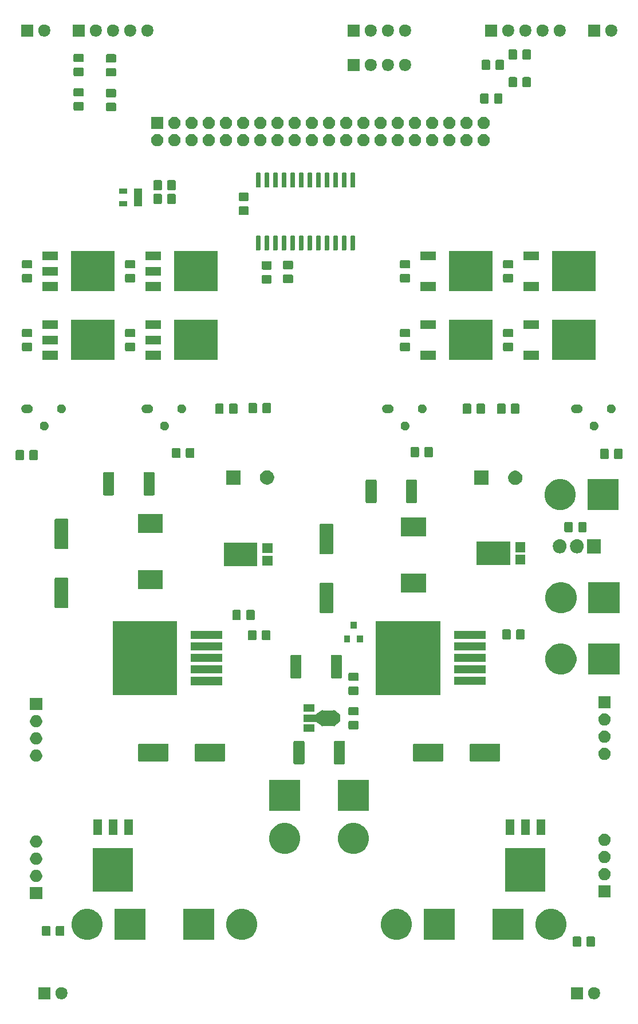
<source format=gbr>
G04 #@! TF.GenerationSoftware,KiCad,Pcbnew,(5.1.5)-3*
G04 #@! TF.CreationDate,2020-03-15T20:30:40+01:00*
G04 #@! TF.ProjectId,TFG_PCB,5446475f-5043-4422-9e6b-696361645f70,rev?*
G04 #@! TF.SameCoordinates,Original*
G04 #@! TF.FileFunction,Soldermask,Top*
G04 #@! TF.FilePolarity,Negative*
%FSLAX46Y46*%
G04 Gerber Fmt 4.6, Leading zero omitted, Abs format (unit mm)*
G04 Created by KiCad (PCBNEW (5.1.5)-3) date 2020-03-15 20:30:40*
%MOMM*%
%LPD*%
G04 APERTURE LIST*
%ADD10C,0.100000*%
G04 APERTURE END LIST*
D10*
G36*
X122033512Y-169283927D02*
G01*
X122182812Y-169313624D01*
X122346784Y-169381544D01*
X122494354Y-169480147D01*
X122619853Y-169605646D01*
X122718456Y-169753216D01*
X122786376Y-169917188D01*
X122821000Y-170091259D01*
X122821000Y-170268741D01*
X122786376Y-170442812D01*
X122718456Y-170606784D01*
X122619853Y-170754354D01*
X122494354Y-170879853D01*
X122346784Y-170978456D01*
X122182812Y-171046376D01*
X122033512Y-171076073D01*
X122008742Y-171081000D01*
X121831258Y-171081000D01*
X121806488Y-171076073D01*
X121657188Y-171046376D01*
X121493216Y-170978456D01*
X121345646Y-170879853D01*
X121220147Y-170754354D01*
X121121544Y-170606784D01*
X121053624Y-170442812D01*
X121019000Y-170268741D01*
X121019000Y-170091259D01*
X121053624Y-169917188D01*
X121121544Y-169753216D01*
X121220147Y-169605646D01*
X121345646Y-169480147D01*
X121493216Y-169381544D01*
X121657188Y-169313624D01*
X121806488Y-169283927D01*
X121831258Y-169279000D01*
X122008742Y-169279000D01*
X122033512Y-169283927D01*
G37*
G36*
X120281000Y-171081000D02*
G01*
X118479000Y-171081000D01*
X118479000Y-169279000D01*
X120281000Y-169279000D01*
X120281000Y-171081000D01*
G37*
G36*
X41541000Y-171081000D02*
G01*
X39739000Y-171081000D01*
X39739000Y-169279000D01*
X41541000Y-169279000D01*
X41541000Y-171081000D01*
G37*
G36*
X43293512Y-169283927D02*
G01*
X43442812Y-169313624D01*
X43606784Y-169381544D01*
X43754354Y-169480147D01*
X43879853Y-169605646D01*
X43978456Y-169753216D01*
X44046376Y-169917188D01*
X44081000Y-170091259D01*
X44081000Y-170268741D01*
X44046376Y-170442812D01*
X43978456Y-170606784D01*
X43879853Y-170754354D01*
X43754354Y-170879853D01*
X43606784Y-170978456D01*
X43442812Y-171046376D01*
X43293512Y-171076073D01*
X43268742Y-171081000D01*
X43091258Y-171081000D01*
X43066488Y-171076073D01*
X42917188Y-171046376D01*
X42753216Y-170978456D01*
X42605646Y-170879853D01*
X42480147Y-170754354D01*
X42381544Y-170606784D01*
X42313624Y-170442812D01*
X42279000Y-170268741D01*
X42279000Y-170091259D01*
X42313624Y-169917188D01*
X42381544Y-169753216D01*
X42480147Y-169605646D01*
X42605646Y-169480147D01*
X42753216Y-169381544D01*
X42917188Y-169313624D01*
X43066488Y-169283927D01*
X43091258Y-169279000D01*
X43268742Y-169279000D01*
X43293512Y-169283927D01*
G37*
G36*
X121893674Y-161813465D02*
G01*
X121931367Y-161824899D01*
X121966103Y-161843466D01*
X121996548Y-161868452D01*
X122021534Y-161898897D01*
X122040101Y-161933633D01*
X122051535Y-161971326D01*
X122056000Y-162016661D01*
X122056000Y-163103339D01*
X122051535Y-163148674D01*
X122040101Y-163186367D01*
X122021534Y-163221103D01*
X121996548Y-163251548D01*
X121966103Y-163276534D01*
X121931367Y-163295101D01*
X121893674Y-163306535D01*
X121848339Y-163311000D01*
X121011661Y-163311000D01*
X120966326Y-163306535D01*
X120928633Y-163295101D01*
X120893897Y-163276534D01*
X120863452Y-163251548D01*
X120838466Y-163221103D01*
X120819899Y-163186367D01*
X120808465Y-163148674D01*
X120804000Y-163103339D01*
X120804000Y-162016661D01*
X120808465Y-161971326D01*
X120819899Y-161933633D01*
X120838466Y-161898897D01*
X120863452Y-161868452D01*
X120893897Y-161843466D01*
X120928633Y-161824899D01*
X120966326Y-161813465D01*
X121011661Y-161809000D01*
X121848339Y-161809000D01*
X121893674Y-161813465D01*
G37*
G36*
X119843674Y-161813465D02*
G01*
X119881367Y-161824899D01*
X119916103Y-161843466D01*
X119946548Y-161868452D01*
X119971534Y-161898897D01*
X119990101Y-161933633D01*
X120001535Y-161971326D01*
X120006000Y-162016661D01*
X120006000Y-163103339D01*
X120001535Y-163148674D01*
X119990101Y-163186367D01*
X119971534Y-163221103D01*
X119946548Y-163251548D01*
X119916103Y-163276534D01*
X119881367Y-163295101D01*
X119843674Y-163306535D01*
X119798339Y-163311000D01*
X118961661Y-163311000D01*
X118916326Y-163306535D01*
X118878633Y-163295101D01*
X118843897Y-163276534D01*
X118813452Y-163251548D01*
X118788466Y-163221103D01*
X118769899Y-163186367D01*
X118758465Y-163148674D01*
X118754000Y-163103339D01*
X118754000Y-162016661D01*
X118758465Y-161971326D01*
X118769899Y-161933633D01*
X118788466Y-161898897D01*
X118813452Y-161868452D01*
X118843897Y-161843466D01*
X118878633Y-161824899D01*
X118916326Y-161813465D01*
X118961661Y-161809000D01*
X119798339Y-161809000D01*
X119843674Y-161813465D01*
G37*
G36*
X111521440Y-162321440D02*
G01*
X106918560Y-162321440D01*
X106918560Y-157718560D01*
X111521440Y-157718560D01*
X111521440Y-162321440D01*
G37*
G36*
X116241304Y-157807002D02*
G01*
X116660139Y-157980489D01*
X116660141Y-157980490D01*
X116849891Y-158107277D01*
X117037082Y-158232354D01*
X117357646Y-158552918D01*
X117609511Y-158929861D01*
X117782998Y-159348696D01*
X117871440Y-159793327D01*
X117871440Y-160246673D01*
X117782998Y-160691304D01*
X117609511Y-161110139D01*
X117357646Y-161487082D01*
X117037082Y-161807646D01*
X116946079Y-161868452D01*
X116660141Y-162059510D01*
X116660140Y-162059511D01*
X116660139Y-162059511D01*
X116241304Y-162232998D01*
X115796673Y-162321440D01*
X115343327Y-162321440D01*
X114898696Y-162232998D01*
X114479861Y-162059511D01*
X114479860Y-162059511D01*
X114479859Y-162059510D01*
X114193921Y-161868452D01*
X114102918Y-161807646D01*
X113782354Y-161487082D01*
X113530489Y-161110139D01*
X113357002Y-160691304D01*
X113268560Y-160246673D01*
X113268560Y-159793327D01*
X113357002Y-159348696D01*
X113530489Y-158929861D01*
X113782354Y-158552918D01*
X114102918Y-158232354D01*
X114290109Y-158107277D01*
X114479859Y-157980490D01*
X114479861Y-157980489D01*
X114898696Y-157807002D01*
X115343327Y-157718560D01*
X115796673Y-157718560D01*
X116241304Y-157807002D01*
G37*
G36*
X55641440Y-162321440D02*
G01*
X51038560Y-162321440D01*
X51038560Y-157718560D01*
X55641440Y-157718560D01*
X55641440Y-162321440D01*
G37*
G36*
X47661304Y-157807002D02*
G01*
X48080139Y-157980489D01*
X48080141Y-157980490D01*
X48269891Y-158107277D01*
X48457082Y-158232354D01*
X48777646Y-158552918D01*
X49029511Y-158929861D01*
X49202998Y-159348696D01*
X49291440Y-159793327D01*
X49291440Y-160246673D01*
X49202998Y-160691304D01*
X49029511Y-161110139D01*
X48777646Y-161487082D01*
X48457082Y-161807646D01*
X48366079Y-161868452D01*
X48080141Y-162059510D01*
X48080140Y-162059511D01*
X48080139Y-162059511D01*
X47661304Y-162232998D01*
X47216673Y-162321440D01*
X46763327Y-162321440D01*
X46318696Y-162232998D01*
X45899861Y-162059511D01*
X45899860Y-162059511D01*
X45899859Y-162059510D01*
X45613921Y-161868452D01*
X45522918Y-161807646D01*
X45202354Y-161487082D01*
X44950489Y-161110139D01*
X44777002Y-160691304D01*
X44688560Y-160246673D01*
X44688560Y-159793327D01*
X44777002Y-159348696D01*
X44950489Y-158929861D01*
X45202354Y-158552918D01*
X45522918Y-158232354D01*
X45710109Y-158107277D01*
X45899859Y-157980490D01*
X45899861Y-157980489D01*
X46318696Y-157807002D01*
X46763327Y-157718560D01*
X47216673Y-157718560D01*
X47661304Y-157807002D01*
G37*
G36*
X101361440Y-162321440D02*
G01*
X96758560Y-162321440D01*
X96758560Y-157718560D01*
X101361440Y-157718560D01*
X101361440Y-162321440D01*
G37*
G36*
X93381304Y-157807002D02*
G01*
X93800139Y-157980489D01*
X93800141Y-157980490D01*
X93989891Y-158107277D01*
X94177082Y-158232354D01*
X94497646Y-158552918D01*
X94749511Y-158929861D01*
X94922998Y-159348696D01*
X95011440Y-159793327D01*
X95011440Y-160246673D01*
X94922998Y-160691304D01*
X94749511Y-161110139D01*
X94497646Y-161487082D01*
X94177082Y-161807646D01*
X94086079Y-161868452D01*
X93800141Y-162059510D01*
X93800140Y-162059511D01*
X93800139Y-162059511D01*
X93381304Y-162232998D01*
X92936673Y-162321440D01*
X92483327Y-162321440D01*
X92038696Y-162232998D01*
X91619861Y-162059511D01*
X91619860Y-162059511D01*
X91619859Y-162059510D01*
X91333921Y-161868452D01*
X91242918Y-161807646D01*
X90922354Y-161487082D01*
X90670489Y-161110139D01*
X90497002Y-160691304D01*
X90408560Y-160246673D01*
X90408560Y-159793327D01*
X90497002Y-159348696D01*
X90670489Y-158929861D01*
X90922354Y-158552918D01*
X91242918Y-158232354D01*
X91430109Y-158107277D01*
X91619859Y-157980490D01*
X91619861Y-157980489D01*
X92038696Y-157807002D01*
X92483327Y-157718560D01*
X92936673Y-157718560D01*
X93381304Y-157807002D01*
G37*
G36*
X70521304Y-157807002D02*
G01*
X70940139Y-157980489D01*
X70940141Y-157980490D01*
X71129891Y-158107277D01*
X71317082Y-158232354D01*
X71637646Y-158552918D01*
X71889511Y-158929861D01*
X72062998Y-159348696D01*
X72151440Y-159793327D01*
X72151440Y-160246673D01*
X72062998Y-160691304D01*
X71889511Y-161110139D01*
X71637646Y-161487082D01*
X71317082Y-161807646D01*
X71226079Y-161868452D01*
X70940141Y-162059510D01*
X70940140Y-162059511D01*
X70940139Y-162059511D01*
X70521304Y-162232998D01*
X70076673Y-162321440D01*
X69623327Y-162321440D01*
X69178696Y-162232998D01*
X68759861Y-162059511D01*
X68759860Y-162059511D01*
X68759859Y-162059510D01*
X68473921Y-161868452D01*
X68382918Y-161807646D01*
X68062354Y-161487082D01*
X67810489Y-161110139D01*
X67637002Y-160691304D01*
X67548560Y-160246673D01*
X67548560Y-159793327D01*
X67637002Y-159348696D01*
X67810489Y-158929861D01*
X68062354Y-158552918D01*
X68382918Y-158232354D01*
X68570109Y-158107277D01*
X68759859Y-157980490D01*
X68759861Y-157980489D01*
X69178696Y-157807002D01*
X69623327Y-157718560D01*
X70076673Y-157718560D01*
X70521304Y-157807002D01*
G37*
G36*
X65801440Y-162321440D02*
G01*
X61198560Y-162321440D01*
X61198560Y-157718560D01*
X65801440Y-157718560D01*
X65801440Y-162321440D01*
G37*
G36*
X41391506Y-160240232D02*
G01*
X41429199Y-160251666D01*
X41463935Y-160270233D01*
X41494380Y-160295219D01*
X41519366Y-160325664D01*
X41537933Y-160360400D01*
X41549367Y-160398093D01*
X41553832Y-160443428D01*
X41553832Y-161530106D01*
X41549367Y-161575441D01*
X41537933Y-161613134D01*
X41519366Y-161647870D01*
X41494380Y-161678315D01*
X41463935Y-161703301D01*
X41429199Y-161721868D01*
X41391506Y-161733302D01*
X41346171Y-161737767D01*
X40509493Y-161737767D01*
X40464158Y-161733302D01*
X40426465Y-161721868D01*
X40391729Y-161703301D01*
X40361284Y-161678315D01*
X40336298Y-161647870D01*
X40317731Y-161613134D01*
X40306297Y-161575441D01*
X40301832Y-161530106D01*
X40301832Y-160443428D01*
X40306297Y-160398093D01*
X40317731Y-160360400D01*
X40336298Y-160325664D01*
X40361284Y-160295219D01*
X40391729Y-160270233D01*
X40426465Y-160251666D01*
X40464158Y-160240232D01*
X40509493Y-160235767D01*
X41346171Y-160235767D01*
X41391506Y-160240232D01*
G37*
G36*
X43441506Y-160240232D02*
G01*
X43479199Y-160251666D01*
X43513935Y-160270233D01*
X43544380Y-160295219D01*
X43569366Y-160325664D01*
X43587933Y-160360400D01*
X43599367Y-160398093D01*
X43603832Y-160443428D01*
X43603832Y-161530106D01*
X43599367Y-161575441D01*
X43587933Y-161613134D01*
X43569366Y-161647870D01*
X43544380Y-161678315D01*
X43513935Y-161703301D01*
X43479199Y-161721868D01*
X43441506Y-161733302D01*
X43396171Y-161737767D01*
X42559493Y-161737767D01*
X42514158Y-161733302D01*
X42476465Y-161721868D01*
X42441729Y-161703301D01*
X42411284Y-161678315D01*
X42386298Y-161647870D01*
X42367731Y-161613134D01*
X42356297Y-161575441D01*
X42351832Y-161530106D01*
X42351832Y-160443428D01*
X42356297Y-160398093D01*
X42367731Y-160360400D01*
X42386298Y-160325664D01*
X42411284Y-160295219D01*
X42441729Y-160270233D01*
X42476465Y-160251666D01*
X42514158Y-160240232D01*
X42559493Y-160235767D01*
X43396171Y-160235767D01*
X43441506Y-160240232D01*
G37*
G36*
X40330345Y-156307262D02*
G01*
X38528345Y-156307262D01*
X38528345Y-154505262D01*
X40330345Y-154505262D01*
X40330345Y-156307262D01*
G37*
G36*
X124361140Y-156023853D02*
G01*
X122559140Y-156023853D01*
X122559140Y-154221853D01*
X124361140Y-154221853D01*
X124361140Y-156023853D01*
G37*
G36*
X114711000Y-155211000D02*
G01*
X108809000Y-155211000D01*
X108809000Y-148709000D01*
X114711000Y-148709000D01*
X114711000Y-155211000D01*
G37*
G36*
X53751000Y-155211000D02*
G01*
X47849000Y-155211000D01*
X47849000Y-148709000D01*
X53751000Y-148709000D01*
X53751000Y-155211000D01*
G37*
G36*
X39542857Y-151970189D02*
G01*
X39692157Y-151999886D01*
X39856129Y-152067806D01*
X40003699Y-152166409D01*
X40129198Y-152291908D01*
X40227801Y-152439478D01*
X40295721Y-152603450D01*
X40330345Y-152777521D01*
X40330345Y-152955003D01*
X40295721Y-153129074D01*
X40227801Y-153293046D01*
X40129198Y-153440616D01*
X40003699Y-153566115D01*
X39856129Y-153664718D01*
X39692157Y-153732638D01*
X39542857Y-153762335D01*
X39518087Y-153767262D01*
X39340603Y-153767262D01*
X39315833Y-153762335D01*
X39166533Y-153732638D01*
X39002561Y-153664718D01*
X38854991Y-153566115D01*
X38729492Y-153440616D01*
X38630889Y-153293046D01*
X38562969Y-153129074D01*
X38528345Y-152955003D01*
X38528345Y-152777521D01*
X38562969Y-152603450D01*
X38630889Y-152439478D01*
X38729492Y-152291908D01*
X38854991Y-152166409D01*
X39002561Y-152067806D01*
X39166533Y-151999886D01*
X39315833Y-151970189D01*
X39340603Y-151965262D01*
X39518087Y-151965262D01*
X39542857Y-151970189D01*
G37*
G36*
X123573652Y-151686780D02*
G01*
X123722952Y-151716477D01*
X123886924Y-151784397D01*
X124034494Y-151883000D01*
X124159993Y-152008499D01*
X124258596Y-152156069D01*
X124326516Y-152320041D01*
X124361140Y-152494112D01*
X124361140Y-152671594D01*
X124326516Y-152845665D01*
X124258596Y-153009637D01*
X124159993Y-153157207D01*
X124034494Y-153282706D01*
X123886924Y-153381309D01*
X123722952Y-153449229D01*
X123573652Y-153478926D01*
X123548882Y-153483853D01*
X123371398Y-153483853D01*
X123346628Y-153478926D01*
X123197328Y-153449229D01*
X123033356Y-153381309D01*
X122885786Y-153282706D01*
X122760287Y-153157207D01*
X122661684Y-153009637D01*
X122593764Y-152845665D01*
X122559140Y-152671594D01*
X122559140Y-152494112D01*
X122593764Y-152320041D01*
X122661684Y-152156069D01*
X122760287Y-152008499D01*
X122885786Y-151883000D01*
X123033356Y-151784397D01*
X123197328Y-151716477D01*
X123346628Y-151686780D01*
X123371398Y-151681853D01*
X123548882Y-151681853D01*
X123573652Y-151686780D01*
G37*
G36*
X39542857Y-149430189D02*
G01*
X39692157Y-149459886D01*
X39856129Y-149527806D01*
X40003699Y-149626409D01*
X40129198Y-149751908D01*
X40227801Y-149899478D01*
X40295721Y-150063450D01*
X40330345Y-150237521D01*
X40330345Y-150415003D01*
X40295721Y-150589074D01*
X40227801Y-150753046D01*
X40129198Y-150900616D01*
X40003699Y-151026115D01*
X39856129Y-151124718D01*
X39692157Y-151192638D01*
X39542857Y-151222335D01*
X39518087Y-151227262D01*
X39340603Y-151227262D01*
X39315833Y-151222335D01*
X39166533Y-151192638D01*
X39002561Y-151124718D01*
X38854991Y-151026115D01*
X38729492Y-150900616D01*
X38630889Y-150753046D01*
X38562969Y-150589074D01*
X38528345Y-150415003D01*
X38528345Y-150237521D01*
X38562969Y-150063450D01*
X38630889Y-149899478D01*
X38729492Y-149751908D01*
X38854991Y-149626409D01*
X39002561Y-149527806D01*
X39166533Y-149459886D01*
X39315833Y-149430189D01*
X39340603Y-149425262D01*
X39518087Y-149425262D01*
X39542857Y-149430189D01*
G37*
G36*
X123573652Y-149146780D02*
G01*
X123722952Y-149176477D01*
X123886924Y-149244397D01*
X124034494Y-149343000D01*
X124159993Y-149468499D01*
X124258596Y-149616069D01*
X124326516Y-149780041D01*
X124361140Y-149954112D01*
X124361140Y-150131594D01*
X124326516Y-150305665D01*
X124258596Y-150469637D01*
X124159993Y-150617207D01*
X124034494Y-150742706D01*
X123886924Y-150841309D01*
X123722952Y-150909229D01*
X123573652Y-150938926D01*
X123548882Y-150943853D01*
X123371398Y-150943853D01*
X123346628Y-150938926D01*
X123197328Y-150909229D01*
X123033356Y-150841309D01*
X122885786Y-150742706D01*
X122760287Y-150617207D01*
X122661684Y-150469637D01*
X122593764Y-150305665D01*
X122559140Y-150131594D01*
X122559140Y-149954112D01*
X122593764Y-149780041D01*
X122661684Y-149616069D01*
X122760287Y-149468499D01*
X122885786Y-149343000D01*
X123033356Y-149244397D01*
X123197328Y-149176477D01*
X123346628Y-149146780D01*
X123371398Y-149141853D01*
X123548882Y-149141853D01*
X123573652Y-149146780D01*
G37*
G36*
X76871304Y-145107002D02*
G01*
X77290139Y-145280489D01*
X77290141Y-145280490D01*
X77479891Y-145407277D01*
X77667082Y-145532354D01*
X77987646Y-145852918D01*
X78239511Y-146229861D01*
X78412998Y-146648696D01*
X78501440Y-147093327D01*
X78501440Y-147546673D01*
X78412998Y-147991304D01*
X78239511Y-148410139D01*
X77987646Y-148787082D01*
X77667082Y-149107646D01*
X77479891Y-149232723D01*
X77290141Y-149359510D01*
X77290140Y-149359511D01*
X77290139Y-149359511D01*
X76871304Y-149532998D01*
X76426673Y-149621440D01*
X75973327Y-149621440D01*
X75528696Y-149532998D01*
X75109861Y-149359511D01*
X75109860Y-149359511D01*
X75109859Y-149359510D01*
X74920109Y-149232723D01*
X74732918Y-149107646D01*
X74412354Y-148787082D01*
X74160489Y-148410139D01*
X73987002Y-147991304D01*
X73898560Y-147546673D01*
X73898560Y-147093327D01*
X73987002Y-146648696D01*
X74160489Y-146229861D01*
X74412354Y-145852918D01*
X74732918Y-145532354D01*
X74920109Y-145407277D01*
X75109859Y-145280490D01*
X75109861Y-145280489D01*
X75528696Y-145107002D01*
X75973327Y-145018560D01*
X76426673Y-145018560D01*
X76871304Y-145107002D01*
G37*
G36*
X87031304Y-145107002D02*
G01*
X87450139Y-145280489D01*
X87450141Y-145280490D01*
X87639891Y-145407277D01*
X87827082Y-145532354D01*
X88147646Y-145852918D01*
X88399511Y-146229861D01*
X88572998Y-146648696D01*
X88661440Y-147093327D01*
X88661440Y-147546673D01*
X88572998Y-147991304D01*
X88399511Y-148410139D01*
X88147646Y-148787082D01*
X87827082Y-149107646D01*
X87639891Y-149232723D01*
X87450141Y-149359510D01*
X87450140Y-149359511D01*
X87450139Y-149359511D01*
X87031304Y-149532998D01*
X86586673Y-149621440D01*
X86133327Y-149621440D01*
X85688696Y-149532998D01*
X85269861Y-149359511D01*
X85269860Y-149359511D01*
X85269859Y-149359510D01*
X85080109Y-149232723D01*
X84892918Y-149107646D01*
X84572354Y-148787082D01*
X84320489Y-148410139D01*
X84147002Y-147991304D01*
X84058560Y-147546673D01*
X84058560Y-147093327D01*
X84147002Y-146648696D01*
X84320489Y-146229861D01*
X84572354Y-145852918D01*
X84892918Y-145532354D01*
X85080109Y-145407277D01*
X85269859Y-145280490D01*
X85269861Y-145280489D01*
X85688696Y-145107002D01*
X86133327Y-145018560D01*
X86586673Y-145018560D01*
X87031304Y-145107002D01*
G37*
G36*
X39542857Y-146890189D02*
G01*
X39692157Y-146919886D01*
X39856129Y-146987806D01*
X40003699Y-147086409D01*
X40129198Y-147211908D01*
X40227801Y-147359478D01*
X40295721Y-147523450D01*
X40330345Y-147697521D01*
X40330345Y-147875003D01*
X40295721Y-148049074D01*
X40227801Y-148213046D01*
X40129198Y-148360616D01*
X40003699Y-148486115D01*
X39856129Y-148584718D01*
X39692157Y-148652638D01*
X39542857Y-148682335D01*
X39518087Y-148687262D01*
X39340603Y-148687262D01*
X39315833Y-148682335D01*
X39166533Y-148652638D01*
X39002561Y-148584718D01*
X38854991Y-148486115D01*
X38729492Y-148360616D01*
X38630889Y-148213046D01*
X38562969Y-148049074D01*
X38528345Y-147875003D01*
X38528345Y-147697521D01*
X38562969Y-147523450D01*
X38630889Y-147359478D01*
X38729492Y-147211908D01*
X38854991Y-147086409D01*
X39002561Y-146987806D01*
X39166533Y-146919886D01*
X39315833Y-146890189D01*
X39340603Y-146885262D01*
X39518087Y-146885262D01*
X39542857Y-146890189D01*
G37*
G36*
X123573652Y-146606780D02*
G01*
X123722952Y-146636477D01*
X123886924Y-146704397D01*
X124034494Y-146803000D01*
X124159993Y-146928499D01*
X124258596Y-147076069D01*
X124326516Y-147240041D01*
X124361140Y-147414112D01*
X124361140Y-147591594D01*
X124326516Y-147765665D01*
X124258596Y-147929637D01*
X124159993Y-148077207D01*
X124034494Y-148202706D01*
X123886924Y-148301309D01*
X123722952Y-148369229D01*
X123573652Y-148398926D01*
X123548882Y-148403853D01*
X123371398Y-148403853D01*
X123346628Y-148398926D01*
X123197328Y-148369229D01*
X123033356Y-148301309D01*
X122885786Y-148202706D01*
X122760287Y-148077207D01*
X122661684Y-147929637D01*
X122593764Y-147765665D01*
X122559140Y-147591594D01*
X122559140Y-147414112D01*
X122593764Y-147240041D01*
X122661684Y-147076069D01*
X122760287Y-146928499D01*
X122885786Y-146803000D01*
X123033356Y-146704397D01*
X123197328Y-146636477D01*
X123346628Y-146606780D01*
X123371398Y-146601853D01*
X123548882Y-146601853D01*
X123573652Y-146606780D01*
G37*
G36*
X114691000Y-146811000D02*
G01*
X113389000Y-146811000D01*
X113389000Y-144509000D01*
X114691000Y-144509000D01*
X114691000Y-146811000D01*
G37*
G36*
X112411000Y-146811000D02*
G01*
X111109000Y-146811000D01*
X111109000Y-144509000D01*
X112411000Y-144509000D01*
X112411000Y-146811000D01*
G37*
G36*
X53731000Y-146811000D02*
G01*
X52429000Y-146811000D01*
X52429000Y-144509000D01*
X53731000Y-144509000D01*
X53731000Y-146811000D01*
G37*
G36*
X51451000Y-146811000D02*
G01*
X50149000Y-146811000D01*
X50149000Y-144509000D01*
X51451000Y-144509000D01*
X51451000Y-146811000D01*
G37*
G36*
X49171000Y-146811000D02*
G01*
X47869000Y-146811000D01*
X47869000Y-144509000D01*
X49171000Y-144509000D01*
X49171000Y-146811000D01*
G37*
G36*
X110131000Y-146811000D02*
G01*
X108829000Y-146811000D01*
X108829000Y-144509000D01*
X110131000Y-144509000D01*
X110131000Y-146811000D01*
G37*
G36*
X78501440Y-143271440D02*
G01*
X73898560Y-143271440D01*
X73898560Y-138668560D01*
X78501440Y-138668560D01*
X78501440Y-143271440D01*
G37*
G36*
X88661440Y-143271440D02*
G01*
X84058560Y-143271440D01*
X84058560Y-138668560D01*
X88661440Y-138668560D01*
X88661440Y-143271440D01*
G37*
G36*
X84933820Y-132898103D02*
G01*
X84967985Y-132908467D01*
X84999464Y-132925293D01*
X85027060Y-132947940D01*
X85049707Y-132975536D01*
X85066533Y-133007015D01*
X85076897Y-133041180D01*
X85081000Y-133082842D01*
X85081000Y-136157158D01*
X85076897Y-136198820D01*
X85066533Y-136232985D01*
X85049707Y-136264464D01*
X85027060Y-136292060D01*
X84999464Y-136314707D01*
X84967985Y-136331533D01*
X84933820Y-136341897D01*
X84892158Y-136346000D01*
X83642842Y-136346000D01*
X83601180Y-136341897D01*
X83567015Y-136331533D01*
X83535536Y-136314707D01*
X83507940Y-136292060D01*
X83485293Y-136264464D01*
X83468467Y-136232985D01*
X83458103Y-136198820D01*
X83454000Y-136157158D01*
X83454000Y-133082842D01*
X83458103Y-133041180D01*
X83468467Y-133007015D01*
X83485293Y-132975536D01*
X83507940Y-132947940D01*
X83535536Y-132925293D01*
X83567015Y-132908467D01*
X83601180Y-132898103D01*
X83642842Y-132894000D01*
X84892158Y-132894000D01*
X84933820Y-132898103D01*
G37*
G36*
X78958820Y-132898103D02*
G01*
X78992985Y-132908467D01*
X79024464Y-132925293D01*
X79052060Y-132947940D01*
X79074707Y-132975536D01*
X79091533Y-133007015D01*
X79101897Y-133041180D01*
X79106000Y-133082842D01*
X79106000Y-136157158D01*
X79101897Y-136198820D01*
X79091533Y-136232985D01*
X79074707Y-136264464D01*
X79052060Y-136292060D01*
X79024464Y-136314707D01*
X78992985Y-136331533D01*
X78958820Y-136341897D01*
X78917158Y-136346000D01*
X77667842Y-136346000D01*
X77626180Y-136341897D01*
X77592015Y-136331533D01*
X77560536Y-136314707D01*
X77532940Y-136292060D01*
X77510293Y-136264464D01*
X77493467Y-136232985D01*
X77483103Y-136198820D01*
X77479000Y-136157158D01*
X77479000Y-133082842D01*
X77483103Y-133041180D01*
X77493467Y-133007015D01*
X77510293Y-132975536D01*
X77532940Y-132947940D01*
X77560536Y-132925293D01*
X77592015Y-132908467D01*
X77626180Y-132898103D01*
X77667842Y-132894000D01*
X78917158Y-132894000D01*
X78958820Y-132898103D01*
G37*
G36*
X39542857Y-134190189D02*
G01*
X39692157Y-134219886D01*
X39856129Y-134287806D01*
X40003699Y-134386409D01*
X40129198Y-134511908D01*
X40227801Y-134659478D01*
X40295721Y-134823450D01*
X40330345Y-134997521D01*
X40330345Y-135175003D01*
X40295721Y-135349074D01*
X40227801Y-135513046D01*
X40129198Y-135660616D01*
X40003699Y-135786115D01*
X39856129Y-135884718D01*
X39692157Y-135952638D01*
X39542857Y-135982335D01*
X39518087Y-135987262D01*
X39340603Y-135987262D01*
X39315833Y-135982335D01*
X39166533Y-135952638D01*
X39002561Y-135884718D01*
X38854991Y-135786115D01*
X38729492Y-135660616D01*
X38630889Y-135513046D01*
X38562969Y-135349074D01*
X38528345Y-135175003D01*
X38528345Y-134997521D01*
X38562969Y-134823450D01*
X38630889Y-134659478D01*
X38729492Y-134511908D01*
X38854991Y-134386409D01*
X39002561Y-134287806D01*
X39166533Y-134219886D01*
X39315833Y-134190189D01*
X39340603Y-134185262D01*
X39518087Y-134185262D01*
X39542857Y-134190189D01*
G37*
G36*
X99521934Y-133322671D02*
G01*
X99551877Y-133331754D01*
X99579465Y-133346500D01*
X99603651Y-133366349D01*
X99623500Y-133390535D01*
X99638246Y-133418123D01*
X99647329Y-133448066D01*
X99651000Y-133485340D01*
X99651000Y-135754660D01*
X99647329Y-135791934D01*
X99638246Y-135821877D01*
X99623500Y-135849465D01*
X99603651Y-135873651D01*
X99579465Y-135893500D01*
X99551877Y-135908246D01*
X99521934Y-135917329D01*
X99484660Y-135921000D01*
X95315340Y-135921000D01*
X95278066Y-135917329D01*
X95248123Y-135908246D01*
X95220535Y-135893500D01*
X95196349Y-135873651D01*
X95176500Y-135849465D01*
X95161754Y-135821877D01*
X95152671Y-135791934D01*
X95149000Y-135754660D01*
X95149000Y-133485340D01*
X95152671Y-133448066D01*
X95161754Y-133418123D01*
X95176500Y-133390535D01*
X95196349Y-133366349D01*
X95220535Y-133346500D01*
X95248123Y-133331754D01*
X95278066Y-133322671D01*
X95315340Y-133319000D01*
X99484660Y-133319000D01*
X99521934Y-133322671D01*
G37*
G36*
X67281934Y-133322671D02*
G01*
X67311877Y-133331754D01*
X67339465Y-133346500D01*
X67363651Y-133366349D01*
X67383500Y-133390535D01*
X67398246Y-133418123D01*
X67407329Y-133448066D01*
X67411000Y-133485340D01*
X67411000Y-135754660D01*
X67407329Y-135791934D01*
X67398246Y-135821877D01*
X67383500Y-135849465D01*
X67363651Y-135873651D01*
X67339465Y-135893500D01*
X67311877Y-135908246D01*
X67281934Y-135917329D01*
X67244660Y-135921000D01*
X63075340Y-135921000D01*
X63038066Y-135917329D01*
X63008123Y-135908246D01*
X62980535Y-135893500D01*
X62956349Y-135873651D01*
X62936500Y-135849465D01*
X62921754Y-135821877D01*
X62912671Y-135791934D01*
X62909000Y-135754660D01*
X62909000Y-133485340D01*
X62912671Y-133448066D01*
X62921754Y-133418123D01*
X62936500Y-133390535D01*
X62956349Y-133366349D01*
X62980535Y-133346500D01*
X63008123Y-133331754D01*
X63038066Y-133322671D01*
X63075340Y-133319000D01*
X67244660Y-133319000D01*
X67281934Y-133322671D01*
G37*
G36*
X107921934Y-133322671D02*
G01*
X107951877Y-133331754D01*
X107979465Y-133346500D01*
X108003651Y-133366349D01*
X108023500Y-133390535D01*
X108038246Y-133418123D01*
X108047329Y-133448066D01*
X108051000Y-133485340D01*
X108051000Y-135754660D01*
X108047329Y-135791934D01*
X108038246Y-135821877D01*
X108023500Y-135849465D01*
X108003651Y-135873651D01*
X107979465Y-135893500D01*
X107951877Y-135908246D01*
X107921934Y-135917329D01*
X107884660Y-135921000D01*
X103715340Y-135921000D01*
X103678066Y-135917329D01*
X103648123Y-135908246D01*
X103620535Y-135893500D01*
X103596349Y-135873651D01*
X103576500Y-135849465D01*
X103561754Y-135821877D01*
X103552671Y-135791934D01*
X103549000Y-135754660D01*
X103549000Y-133485340D01*
X103552671Y-133448066D01*
X103561754Y-133418123D01*
X103576500Y-133390535D01*
X103596349Y-133366349D01*
X103620535Y-133346500D01*
X103648123Y-133331754D01*
X103678066Y-133322671D01*
X103715340Y-133319000D01*
X107884660Y-133319000D01*
X107921934Y-133322671D01*
G37*
G36*
X58881934Y-133322671D02*
G01*
X58911877Y-133331754D01*
X58939465Y-133346500D01*
X58963651Y-133366349D01*
X58983500Y-133390535D01*
X58998246Y-133418123D01*
X59007329Y-133448066D01*
X59011000Y-133485340D01*
X59011000Y-135754660D01*
X59007329Y-135791934D01*
X58998246Y-135821877D01*
X58983500Y-135849465D01*
X58963651Y-135873651D01*
X58939465Y-135893500D01*
X58911877Y-135908246D01*
X58881934Y-135917329D01*
X58844660Y-135921000D01*
X54675340Y-135921000D01*
X54638066Y-135917329D01*
X54608123Y-135908246D01*
X54580535Y-135893500D01*
X54556349Y-135873651D01*
X54536500Y-135849465D01*
X54521754Y-135821877D01*
X54512671Y-135791934D01*
X54509000Y-135754660D01*
X54509000Y-133485340D01*
X54512671Y-133448066D01*
X54521754Y-133418123D01*
X54536500Y-133390535D01*
X54556349Y-133366349D01*
X54580535Y-133346500D01*
X54608123Y-133331754D01*
X54638066Y-133322671D01*
X54675340Y-133319000D01*
X58844660Y-133319000D01*
X58881934Y-133322671D01*
G37*
G36*
X123573652Y-133906780D02*
G01*
X123722952Y-133936477D01*
X123886924Y-134004397D01*
X124034494Y-134103000D01*
X124159993Y-134228499D01*
X124258596Y-134376069D01*
X124326516Y-134540041D01*
X124361140Y-134714112D01*
X124361140Y-134891594D01*
X124326516Y-135065665D01*
X124258596Y-135229637D01*
X124159993Y-135377207D01*
X124034494Y-135502706D01*
X123886924Y-135601309D01*
X123722952Y-135669229D01*
X123573652Y-135698926D01*
X123548882Y-135703853D01*
X123371398Y-135703853D01*
X123346628Y-135698926D01*
X123197328Y-135669229D01*
X123033356Y-135601309D01*
X122885786Y-135502706D01*
X122760287Y-135377207D01*
X122661684Y-135229637D01*
X122593764Y-135065665D01*
X122559140Y-134891594D01*
X122559140Y-134714112D01*
X122593764Y-134540041D01*
X122661684Y-134376069D01*
X122760287Y-134228499D01*
X122885786Y-134103000D01*
X123033356Y-134004397D01*
X123197328Y-133936477D01*
X123346628Y-133906780D01*
X123371398Y-133901853D01*
X123548882Y-133901853D01*
X123573652Y-133906780D01*
G37*
G36*
X39542857Y-131650189D02*
G01*
X39692157Y-131679886D01*
X39856129Y-131747806D01*
X40003699Y-131846409D01*
X40129198Y-131971908D01*
X40227801Y-132119478D01*
X40295721Y-132283450D01*
X40330345Y-132457521D01*
X40330345Y-132635003D01*
X40295721Y-132809074D01*
X40227801Y-132973046D01*
X40129198Y-133120616D01*
X40003699Y-133246115D01*
X39856129Y-133344718D01*
X39692157Y-133412638D01*
X39542857Y-133442335D01*
X39518087Y-133447262D01*
X39340603Y-133447262D01*
X39315833Y-133442335D01*
X39166533Y-133412638D01*
X39002561Y-133344718D01*
X38854991Y-133246115D01*
X38729492Y-133120616D01*
X38630889Y-132973046D01*
X38562969Y-132809074D01*
X38528345Y-132635003D01*
X38528345Y-132457521D01*
X38562969Y-132283450D01*
X38630889Y-132119478D01*
X38729492Y-131971908D01*
X38854991Y-131846409D01*
X39002561Y-131747806D01*
X39166533Y-131679886D01*
X39315833Y-131650189D01*
X39340603Y-131645262D01*
X39518087Y-131645262D01*
X39542857Y-131650189D01*
G37*
G36*
X123573652Y-131366780D02*
G01*
X123722952Y-131396477D01*
X123886924Y-131464397D01*
X124034494Y-131563000D01*
X124159993Y-131688499D01*
X124258596Y-131836069D01*
X124326516Y-132000041D01*
X124361140Y-132174112D01*
X124361140Y-132351594D01*
X124326516Y-132525665D01*
X124258596Y-132689637D01*
X124159993Y-132837207D01*
X124034494Y-132962706D01*
X123886924Y-133061309D01*
X123722952Y-133129229D01*
X123573652Y-133158926D01*
X123548882Y-133163853D01*
X123371398Y-133163853D01*
X123346628Y-133158926D01*
X123197328Y-133129229D01*
X123033356Y-133061309D01*
X122885786Y-132962706D01*
X122760287Y-132837207D01*
X122661684Y-132689637D01*
X122593764Y-132525665D01*
X122559140Y-132351594D01*
X122559140Y-132174112D01*
X122593764Y-132000041D01*
X122661684Y-131836069D01*
X122760287Y-131688499D01*
X122885786Y-131563000D01*
X123033356Y-131464397D01*
X123197328Y-131396477D01*
X123346628Y-131366780D01*
X123371398Y-131361853D01*
X123548882Y-131361853D01*
X123573652Y-131366780D01*
G37*
G36*
X80601000Y-131591000D02*
G01*
X78999000Y-131591000D01*
X78999000Y-130489000D01*
X80601000Y-130489000D01*
X80601000Y-131591000D01*
G37*
G36*
X86948674Y-129943465D02*
G01*
X86986367Y-129954899D01*
X87021103Y-129973466D01*
X87051548Y-129998452D01*
X87076534Y-130028897D01*
X87095101Y-130063633D01*
X87106535Y-130101326D01*
X87111000Y-130146661D01*
X87111000Y-130983339D01*
X87106535Y-131028674D01*
X87095101Y-131066367D01*
X87076534Y-131101103D01*
X87051548Y-131131548D01*
X87021103Y-131156534D01*
X86986367Y-131175101D01*
X86948674Y-131186535D01*
X86903339Y-131191000D01*
X85816661Y-131191000D01*
X85771326Y-131186535D01*
X85733633Y-131175101D01*
X85698897Y-131156534D01*
X85668452Y-131131548D01*
X85643466Y-131101103D01*
X85624899Y-131066367D01*
X85613465Y-131028674D01*
X85609000Y-130983339D01*
X85609000Y-130146661D01*
X85613465Y-130101326D01*
X85624899Y-130063633D01*
X85643466Y-130028897D01*
X85668452Y-129998452D01*
X85698897Y-129973466D01*
X85733633Y-129954899D01*
X85771326Y-129943465D01*
X85816661Y-129939000D01*
X86903339Y-129939000D01*
X86948674Y-129943465D01*
G37*
G36*
X39542857Y-129110189D02*
G01*
X39692157Y-129139886D01*
X39856129Y-129207806D01*
X40003699Y-129306409D01*
X40129198Y-129431908D01*
X40227801Y-129579478D01*
X40295721Y-129743450D01*
X40330345Y-129917521D01*
X40330345Y-130095003D01*
X40295721Y-130269074D01*
X40227801Y-130433046D01*
X40129198Y-130580616D01*
X40003699Y-130706115D01*
X39856129Y-130804718D01*
X39692157Y-130872638D01*
X39542857Y-130902335D01*
X39518087Y-130907262D01*
X39340603Y-130907262D01*
X39315833Y-130902335D01*
X39166533Y-130872638D01*
X39002561Y-130804718D01*
X38854991Y-130706115D01*
X38729492Y-130580616D01*
X38630889Y-130433046D01*
X38562969Y-130269074D01*
X38528345Y-130095003D01*
X38528345Y-129917521D01*
X38562969Y-129743450D01*
X38630889Y-129579478D01*
X38729492Y-129431908D01*
X38854991Y-129306409D01*
X39002561Y-129207806D01*
X39166533Y-129139886D01*
X39315833Y-129110189D01*
X39340603Y-129105262D01*
X39518087Y-129105262D01*
X39542857Y-129110189D01*
G37*
G36*
X83505776Y-128366121D02*
G01*
X83527084Y-128378222D01*
X83550343Y-128385933D01*
X83577861Y-128389000D01*
X83589235Y-128389000D01*
X83594015Y-128404757D01*
X83605566Y-128426368D01*
X83621111Y-128445310D01*
X83637414Y-128459042D01*
X84423000Y-129013574D01*
X84423000Y-130066426D01*
X83637414Y-130620958D01*
X83618877Y-130636983D01*
X83603822Y-130656317D01*
X83592828Y-130678216D01*
X83589305Y-130691000D01*
X83577861Y-130691000D01*
X83553475Y-130693402D01*
X83530026Y-130700515D01*
X83505776Y-130713879D01*
X83452551Y-130751450D01*
X83449934Y-130746553D01*
X83434389Y-130727611D01*
X83415447Y-130712066D01*
X83393836Y-130700515D01*
X83370387Y-130693402D01*
X83346001Y-130691000D01*
X81879799Y-130691000D01*
X81855413Y-130693402D01*
X81831964Y-130700515D01*
X81810353Y-130712066D01*
X81791411Y-130727611D01*
X81775866Y-130746553D01*
X81773475Y-130751026D01*
X81720004Y-130713596D01*
X81698649Y-130701579D01*
X81675360Y-130693959D01*
X81648322Y-130691000D01*
X81637356Y-130691000D01*
X81632985Y-130676590D01*
X81621434Y-130654979D01*
X81605889Y-130636037D01*
X81589183Y-130622022D01*
X80862860Y-130113596D01*
X80841505Y-130101579D01*
X80818216Y-130093959D01*
X80791178Y-130091000D01*
X78995500Y-130091000D01*
X78995500Y-128989000D01*
X80791178Y-128989000D01*
X80815564Y-128986598D01*
X80839013Y-128979485D01*
X80862860Y-128966404D01*
X81589183Y-128457978D01*
X81607784Y-128442026D01*
X81622915Y-128422752D01*
X81633995Y-128400896D01*
X81637324Y-128389000D01*
X81648322Y-128389000D01*
X81672708Y-128386598D01*
X81696157Y-128379485D01*
X81720004Y-128366404D01*
X81773475Y-128328974D01*
X81775866Y-128333447D01*
X81791411Y-128352389D01*
X81810353Y-128367934D01*
X81831964Y-128379485D01*
X81855413Y-128386598D01*
X81879799Y-128389000D01*
X83346001Y-128389000D01*
X83370387Y-128386598D01*
X83393836Y-128379485D01*
X83415447Y-128367934D01*
X83434389Y-128352389D01*
X83449934Y-128333447D01*
X83452551Y-128328550D01*
X83505776Y-128366121D01*
G37*
G36*
X123573652Y-128826780D02*
G01*
X123722952Y-128856477D01*
X123886924Y-128924397D01*
X124034494Y-129023000D01*
X124159993Y-129148499D01*
X124258596Y-129296069D01*
X124326516Y-129460041D01*
X124361140Y-129634112D01*
X124361140Y-129811594D01*
X124326516Y-129985665D01*
X124258596Y-130149637D01*
X124159993Y-130297207D01*
X124034494Y-130422706D01*
X123886924Y-130521309D01*
X123722952Y-130589229D01*
X123573652Y-130618926D01*
X123548882Y-130623853D01*
X123371398Y-130623853D01*
X123346628Y-130618926D01*
X123197328Y-130589229D01*
X123033356Y-130521309D01*
X122885786Y-130422706D01*
X122760287Y-130297207D01*
X122661684Y-130149637D01*
X122593764Y-129985665D01*
X122559140Y-129811594D01*
X122559140Y-129634112D01*
X122593764Y-129460041D01*
X122661684Y-129296069D01*
X122760287Y-129148499D01*
X122885786Y-129023000D01*
X123033356Y-128924397D01*
X123197328Y-128856477D01*
X123346628Y-128826780D01*
X123371398Y-128821853D01*
X123548882Y-128821853D01*
X123573652Y-128826780D01*
G37*
G36*
X86948674Y-127893465D02*
G01*
X86986367Y-127904899D01*
X87021103Y-127923466D01*
X87051548Y-127948452D01*
X87076534Y-127978897D01*
X87095101Y-128013633D01*
X87106535Y-128051326D01*
X87111000Y-128096661D01*
X87111000Y-128933339D01*
X87106535Y-128978674D01*
X87095101Y-129016367D01*
X87076534Y-129051103D01*
X87051548Y-129081548D01*
X87021103Y-129106534D01*
X86986367Y-129125101D01*
X86948674Y-129136535D01*
X86903339Y-129141000D01*
X85816661Y-129141000D01*
X85771326Y-129136535D01*
X85733633Y-129125101D01*
X85698897Y-129106534D01*
X85668452Y-129081548D01*
X85643466Y-129051103D01*
X85624899Y-129016367D01*
X85613465Y-128978674D01*
X85609000Y-128933339D01*
X85609000Y-128096661D01*
X85613465Y-128051326D01*
X85624899Y-128013633D01*
X85643466Y-127978897D01*
X85668452Y-127948452D01*
X85698897Y-127923466D01*
X85733633Y-127904899D01*
X85771326Y-127893465D01*
X85816661Y-127889000D01*
X86903339Y-127889000D01*
X86948674Y-127893465D01*
G37*
G36*
X80601000Y-128591000D02*
G01*
X78999000Y-128591000D01*
X78999000Y-127489000D01*
X80601000Y-127489000D01*
X80601000Y-128591000D01*
G37*
G36*
X40330345Y-128367262D02*
G01*
X38528345Y-128367262D01*
X38528345Y-126565262D01*
X40330345Y-126565262D01*
X40330345Y-128367262D01*
G37*
G36*
X124361140Y-128083853D02*
G01*
X122559140Y-128083853D01*
X122559140Y-126281853D01*
X124361140Y-126281853D01*
X124361140Y-128083853D01*
G37*
G36*
X60240063Y-126111062D02*
G01*
X50738063Y-126111062D01*
X50738063Y-115209062D01*
X60240063Y-115209062D01*
X60240063Y-126111062D01*
G37*
G36*
X86948674Y-124863465D02*
G01*
X86986367Y-124874899D01*
X87021103Y-124893466D01*
X87051548Y-124918452D01*
X87076534Y-124948897D01*
X87095101Y-124983633D01*
X87106535Y-125021326D01*
X87111000Y-125066661D01*
X87111000Y-125903339D01*
X87106535Y-125948674D01*
X87095101Y-125986367D01*
X87076534Y-126021103D01*
X87051548Y-126051548D01*
X87021103Y-126076534D01*
X86986367Y-126095101D01*
X86948674Y-126106535D01*
X86903339Y-126111000D01*
X85816661Y-126111000D01*
X85771326Y-126106535D01*
X85733633Y-126095101D01*
X85698897Y-126076534D01*
X85668452Y-126051548D01*
X85643466Y-126021103D01*
X85624899Y-125986367D01*
X85613465Y-125948674D01*
X85609000Y-125903339D01*
X85609000Y-125066661D01*
X85613465Y-125021326D01*
X85624899Y-124983633D01*
X85643466Y-124948897D01*
X85668452Y-124918452D01*
X85698897Y-124893466D01*
X85733633Y-124874899D01*
X85771326Y-124863465D01*
X85816661Y-124859000D01*
X86903339Y-124859000D01*
X86948674Y-124863465D01*
G37*
G36*
X99166000Y-126101000D02*
G01*
X89664000Y-126101000D01*
X89664000Y-115199000D01*
X99166000Y-115199000D01*
X99166000Y-126101000D01*
G37*
G36*
X66990063Y-124661062D02*
G01*
X62288063Y-124661062D01*
X62288063Y-123459062D01*
X66990063Y-123459062D01*
X66990063Y-124661062D01*
G37*
G36*
X105916000Y-124651000D02*
G01*
X101214000Y-124651000D01*
X101214000Y-123449000D01*
X105916000Y-123449000D01*
X105916000Y-124651000D01*
G37*
G36*
X86948674Y-122813465D02*
G01*
X86986367Y-122824899D01*
X87021103Y-122843466D01*
X87051548Y-122868452D01*
X87076534Y-122898897D01*
X87095101Y-122933633D01*
X87106535Y-122971326D01*
X87111000Y-123016661D01*
X87111000Y-123853339D01*
X87106535Y-123898674D01*
X87095101Y-123936367D01*
X87076534Y-123971103D01*
X87051548Y-124001548D01*
X87021103Y-124026534D01*
X86986367Y-124045101D01*
X86948674Y-124056535D01*
X86903339Y-124061000D01*
X85816661Y-124061000D01*
X85771326Y-124056535D01*
X85733633Y-124045101D01*
X85698897Y-124026534D01*
X85668452Y-124001548D01*
X85643466Y-123971103D01*
X85624899Y-123936367D01*
X85613465Y-123898674D01*
X85609000Y-123853339D01*
X85609000Y-123016661D01*
X85613465Y-122971326D01*
X85624899Y-122933633D01*
X85643466Y-122898897D01*
X85668452Y-122868452D01*
X85698897Y-122843466D01*
X85733633Y-122824899D01*
X85771326Y-122813465D01*
X85816661Y-122809000D01*
X86903339Y-122809000D01*
X86948674Y-122813465D01*
G37*
G36*
X78511320Y-120198103D02*
G01*
X78545485Y-120208467D01*
X78576964Y-120225293D01*
X78604560Y-120247940D01*
X78627207Y-120275536D01*
X78644033Y-120307015D01*
X78654397Y-120341180D01*
X78658500Y-120382842D01*
X78658500Y-123457158D01*
X78654397Y-123498820D01*
X78644033Y-123532985D01*
X78627207Y-123564464D01*
X78604560Y-123592060D01*
X78576964Y-123614707D01*
X78545485Y-123631533D01*
X78511320Y-123641897D01*
X78469658Y-123646000D01*
X77220342Y-123646000D01*
X77178680Y-123641897D01*
X77144515Y-123631533D01*
X77113036Y-123614707D01*
X77085440Y-123592060D01*
X77062793Y-123564464D01*
X77045967Y-123532985D01*
X77035603Y-123498820D01*
X77031500Y-123457158D01*
X77031500Y-120382842D01*
X77035603Y-120341180D01*
X77045967Y-120307015D01*
X77062793Y-120275536D01*
X77085440Y-120247940D01*
X77113036Y-120225293D01*
X77144515Y-120208467D01*
X77178680Y-120198103D01*
X77220342Y-120194000D01*
X78469658Y-120194000D01*
X78511320Y-120198103D01*
G37*
G36*
X84486320Y-120198103D02*
G01*
X84520485Y-120208467D01*
X84551964Y-120225293D01*
X84579560Y-120247940D01*
X84602207Y-120275536D01*
X84619033Y-120307015D01*
X84629397Y-120341180D01*
X84633500Y-120382842D01*
X84633500Y-123457158D01*
X84629397Y-123498820D01*
X84619033Y-123532985D01*
X84602207Y-123564464D01*
X84579560Y-123592060D01*
X84551964Y-123614707D01*
X84520485Y-123631533D01*
X84486320Y-123641897D01*
X84444658Y-123646000D01*
X83195342Y-123646000D01*
X83153680Y-123641897D01*
X83119515Y-123631533D01*
X83088036Y-123614707D01*
X83060440Y-123592060D01*
X83037793Y-123564464D01*
X83020967Y-123532985D01*
X83010603Y-123498820D01*
X83006500Y-123457158D01*
X83006500Y-120382842D01*
X83010603Y-120341180D01*
X83020967Y-120307015D01*
X83037793Y-120275536D01*
X83060440Y-120247940D01*
X83088036Y-120225293D01*
X83119515Y-120208467D01*
X83153680Y-120198103D01*
X83195342Y-120194000D01*
X84444658Y-120194000D01*
X84486320Y-120198103D01*
G37*
G36*
X117686187Y-118578117D02*
G01*
X118105022Y-118751604D01*
X118105024Y-118751605D01*
X118294774Y-118878392D01*
X118481965Y-119003469D01*
X118802529Y-119324033D01*
X119054394Y-119700976D01*
X119227881Y-120119811D01*
X119316323Y-120564442D01*
X119316323Y-121017788D01*
X119227881Y-121462419D01*
X119054394Y-121881254D01*
X119054393Y-121881256D01*
X118802528Y-122258198D01*
X118481966Y-122578760D01*
X118105024Y-122830625D01*
X118105023Y-122830626D01*
X118105022Y-122830626D01*
X117686187Y-123004113D01*
X117241556Y-123092555D01*
X116788210Y-123092555D01*
X116343579Y-123004113D01*
X115924744Y-122830626D01*
X115924743Y-122830626D01*
X115924742Y-122830625D01*
X115547800Y-122578760D01*
X115227238Y-122258198D01*
X114975373Y-121881256D01*
X114975372Y-121881254D01*
X114801885Y-121462419D01*
X114713443Y-121017788D01*
X114713443Y-120564442D01*
X114801885Y-120119811D01*
X114975372Y-119700976D01*
X115227237Y-119324033D01*
X115547801Y-119003469D01*
X115734992Y-118878392D01*
X115924742Y-118751605D01*
X115924744Y-118751604D01*
X116343579Y-118578117D01*
X116788210Y-118489675D01*
X117241556Y-118489675D01*
X117686187Y-118578117D01*
G37*
G36*
X125666323Y-123092555D02*
G01*
X121063443Y-123092555D01*
X121063443Y-118489675D01*
X125666323Y-118489675D01*
X125666323Y-123092555D01*
G37*
G36*
X66990063Y-122961062D02*
G01*
X62288063Y-122961062D01*
X62288063Y-121759062D01*
X66990063Y-121759062D01*
X66990063Y-122961062D01*
G37*
G36*
X105916000Y-122951000D02*
G01*
X101214000Y-122951000D01*
X101214000Y-121749000D01*
X105916000Y-121749000D01*
X105916000Y-122951000D01*
G37*
G36*
X66990063Y-121261062D02*
G01*
X62288063Y-121261062D01*
X62288063Y-120059062D01*
X66990063Y-120059062D01*
X66990063Y-121261062D01*
G37*
G36*
X105916000Y-121251000D02*
G01*
X101214000Y-121251000D01*
X101214000Y-120049000D01*
X105916000Y-120049000D01*
X105916000Y-121251000D01*
G37*
G36*
X66990063Y-119561062D02*
G01*
X62288063Y-119561062D01*
X62288063Y-118359062D01*
X66990063Y-118359062D01*
X66990063Y-119561062D01*
G37*
G36*
X105916000Y-119551000D02*
G01*
X101214000Y-119551000D01*
X101214000Y-118349000D01*
X105916000Y-118349000D01*
X105916000Y-119551000D01*
G37*
G36*
X85861000Y-118341000D02*
G01*
X84959000Y-118341000D01*
X84959000Y-117339000D01*
X85861000Y-117339000D01*
X85861000Y-118341000D01*
G37*
G36*
X87761000Y-118341000D02*
G01*
X86859000Y-118341000D01*
X86859000Y-117339000D01*
X87761000Y-117339000D01*
X87761000Y-118341000D01*
G37*
G36*
X73900112Y-116550897D02*
G01*
X73937805Y-116562331D01*
X73972541Y-116580898D01*
X74002986Y-116605884D01*
X74027972Y-116636329D01*
X74046539Y-116671065D01*
X74057973Y-116708758D01*
X74062438Y-116754093D01*
X74062438Y-117840771D01*
X74057973Y-117886106D01*
X74046539Y-117923799D01*
X74027972Y-117958535D01*
X74002986Y-117988980D01*
X73972541Y-118013966D01*
X73937805Y-118032533D01*
X73900112Y-118043967D01*
X73854777Y-118048432D01*
X73018099Y-118048432D01*
X72972764Y-118043967D01*
X72935071Y-118032533D01*
X72900335Y-118013966D01*
X72869890Y-117988980D01*
X72844904Y-117958535D01*
X72826337Y-117923799D01*
X72814903Y-117886106D01*
X72810438Y-117840771D01*
X72810438Y-116754093D01*
X72814903Y-116708758D01*
X72826337Y-116671065D01*
X72844904Y-116636329D01*
X72869890Y-116605884D01*
X72900335Y-116580898D01*
X72935071Y-116562331D01*
X72972764Y-116550897D01*
X73018099Y-116546432D01*
X73854777Y-116546432D01*
X73900112Y-116550897D01*
G37*
G36*
X71850112Y-116550897D02*
G01*
X71887805Y-116562331D01*
X71922541Y-116580898D01*
X71952986Y-116605884D01*
X71977972Y-116636329D01*
X71996539Y-116671065D01*
X72007973Y-116708758D01*
X72012438Y-116754093D01*
X72012438Y-117840771D01*
X72007973Y-117886106D01*
X71996539Y-117923799D01*
X71977972Y-117958535D01*
X71952986Y-117988980D01*
X71922541Y-118013966D01*
X71887805Y-118032533D01*
X71850112Y-118043967D01*
X71804777Y-118048432D01*
X70968099Y-118048432D01*
X70922764Y-118043967D01*
X70885071Y-118032533D01*
X70850335Y-118013966D01*
X70819890Y-117988980D01*
X70794904Y-117958535D01*
X70776337Y-117923799D01*
X70764903Y-117886106D01*
X70760438Y-117840771D01*
X70760438Y-116754093D01*
X70764903Y-116708758D01*
X70776337Y-116671065D01*
X70794904Y-116636329D01*
X70819890Y-116605884D01*
X70850335Y-116580898D01*
X70885071Y-116562331D01*
X70922764Y-116550897D01*
X70968099Y-116546432D01*
X71804777Y-116546432D01*
X71850112Y-116550897D01*
G37*
G36*
X111482907Y-116433212D02*
G01*
X111520600Y-116444646D01*
X111555336Y-116463213D01*
X111585781Y-116488199D01*
X111610767Y-116518644D01*
X111629334Y-116553380D01*
X111640768Y-116591073D01*
X111645233Y-116636408D01*
X111645233Y-117723086D01*
X111640768Y-117768421D01*
X111629334Y-117806114D01*
X111610767Y-117840850D01*
X111585781Y-117871295D01*
X111555336Y-117896281D01*
X111520600Y-117914848D01*
X111482907Y-117926282D01*
X111437572Y-117930747D01*
X110600894Y-117930747D01*
X110555559Y-117926282D01*
X110517866Y-117914848D01*
X110483130Y-117896281D01*
X110452685Y-117871295D01*
X110427699Y-117840850D01*
X110409132Y-117806114D01*
X110397698Y-117768421D01*
X110393233Y-117723086D01*
X110393233Y-116636408D01*
X110397698Y-116591073D01*
X110409132Y-116553380D01*
X110427699Y-116518644D01*
X110452685Y-116488199D01*
X110483130Y-116463213D01*
X110517866Y-116444646D01*
X110555559Y-116433212D01*
X110600894Y-116428747D01*
X111437572Y-116428747D01*
X111482907Y-116433212D01*
G37*
G36*
X109432907Y-116433212D02*
G01*
X109470600Y-116444646D01*
X109505336Y-116463213D01*
X109535781Y-116488199D01*
X109560767Y-116518644D01*
X109579334Y-116553380D01*
X109590768Y-116591073D01*
X109595233Y-116636408D01*
X109595233Y-117723086D01*
X109590768Y-117768421D01*
X109579334Y-117806114D01*
X109560767Y-117840850D01*
X109535781Y-117871295D01*
X109505336Y-117896281D01*
X109470600Y-117914848D01*
X109432907Y-117926282D01*
X109387572Y-117930747D01*
X108550894Y-117930747D01*
X108505559Y-117926282D01*
X108467866Y-117914848D01*
X108433130Y-117896281D01*
X108402685Y-117871295D01*
X108377699Y-117840850D01*
X108359132Y-117806114D01*
X108347698Y-117768421D01*
X108343233Y-117723086D01*
X108343233Y-116636408D01*
X108347698Y-116591073D01*
X108359132Y-116553380D01*
X108377699Y-116518644D01*
X108402685Y-116488199D01*
X108433130Y-116463213D01*
X108467866Y-116444646D01*
X108505559Y-116433212D01*
X108550894Y-116428747D01*
X109387572Y-116428747D01*
X109432907Y-116433212D01*
G37*
G36*
X66990063Y-117861062D02*
G01*
X62288063Y-117861062D01*
X62288063Y-116659062D01*
X66990063Y-116659062D01*
X66990063Y-117861062D01*
G37*
G36*
X105916000Y-117851000D02*
G01*
X101214000Y-117851000D01*
X101214000Y-116649000D01*
X105916000Y-116649000D01*
X105916000Y-117851000D01*
G37*
G36*
X86811000Y-116341000D02*
G01*
X85909000Y-116341000D01*
X85909000Y-115339000D01*
X86811000Y-115339000D01*
X86811000Y-116341000D01*
G37*
G36*
X69533674Y-113553465D02*
G01*
X69571367Y-113564899D01*
X69606103Y-113583466D01*
X69636548Y-113608452D01*
X69661534Y-113638897D01*
X69680101Y-113673633D01*
X69691535Y-113711326D01*
X69696000Y-113756661D01*
X69696000Y-114843339D01*
X69691535Y-114888674D01*
X69680101Y-114926367D01*
X69661534Y-114961103D01*
X69636548Y-114991548D01*
X69606103Y-115016534D01*
X69571367Y-115035101D01*
X69533674Y-115046535D01*
X69488339Y-115051000D01*
X68651661Y-115051000D01*
X68606326Y-115046535D01*
X68568633Y-115035101D01*
X68533897Y-115016534D01*
X68503452Y-114991548D01*
X68478466Y-114961103D01*
X68459899Y-114926367D01*
X68448465Y-114888674D01*
X68444000Y-114843339D01*
X68444000Y-113756661D01*
X68448465Y-113711326D01*
X68459899Y-113673633D01*
X68478466Y-113638897D01*
X68503452Y-113608452D01*
X68533897Y-113583466D01*
X68568633Y-113564899D01*
X68606326Y-113553465D01*
X68651661Y-113549000D01*
X69488339Y-113549000D01*
X69533674Y-113553465D01*
G37*
G36*
X71583674Y-113553465D02*
G01*
X71621367Y-113564899D01*
X71656103Y-113583466D01*
X71686548Y-113608452D01*
X71711534Y-113638897D01*
X71730101Y-113673633D01*
X71741535Y-113711326D01*
X71746000Y-113756661D01*
X71746000Y-114843339D01*
X71741535Y-114888674D01*
X71730101Y-114926367D01*
X71711534Y-114961103D01*
X71686548Y-114991548D01*
X71656103Y-115016534D01*
X71621367Y-115035101D01*
X71583674Y-115046535D01*
X71538339Y-115051000D01*
X70701661Y-115051000D01*
X70656326Y-115046535D01*
X70618633Y-115035101D01*
X70583897Y-115016534D01*
X70553452Y-114991548D01*
X70528466Y-114961103D01*
X70509899Y-114926367D01*
X70498465Y-114888674D01*
X70494000Y-114843339D01*
X70494000Y-113756661D01*
X70498465Y-113711326D01*
X70509899Y-113673633D01*
X70528466Y-113638897D01*
X70553452Y-113608452D01*
X70583897Y-113583466D01*
X70618633Y-113564899D01*
X70656326Y-113553465D01*
X70701661Y-113549000D01*
X71538339Y-113549000D01*
X71583674Y-113553465D01*
G37*
G36*
X125680793Y-114068674D02*
G01*
X121077913Y-114068674D01*
X121077913Y-109465794D01*
X125680793Y-109465794D01*
X125680793Y-114068674D01*
G37*
G36*
X117700657Y-109554236D02*
G01*
X118119492Y-109727723D01*
X118119494Y-109727724D01*
X118146617Y-109745847D01*
X118496435Y-109979588D01*
X118816999Y-110300152D01*
X119068864Y-110677095D01*
X119242351Y-111095930D01*
X119330793Y-111540561D01*
X119330793Y-111993907D01*
X119242351Y-112438538D01*
X119068864Y-112857373D01*
X118816999Y-113234316D01*
X118496435Y-113554880D01*
X118324202Y-113669962D01*
X118119494Y-113806744D01*
X118119493Y-113806745D01*
X118119492Y-113806745D01*
X117700657Y-113980232D01*
X117256026Y-114068674D01*
X116802680Y-114068674D01*
X116358049Y-113980232D01*
X115939214Y-113806745D01*
X115939213Y-113806745D01*
X115939212Y-113806744D01*
X115734504Y-113669962D01*
X115562271Y-113554880D01*
X115241707Y-113234316D01*
X114989842Y-112857373D01*
X114816355Y-112438538D01*
X114727913Y-111993907D01*
X114727913Y-111540561D01*
X114816355Y-111095930D01*
X114989842Y-110677095D01*
X115241707Y-110300152D01*
X115562271Y-109979588D01*
X115912089Y-109745847D01*
X115939212Y-109727724D01*
X115939214Y-109727723D01*
X116358049Y-109554236D01*
X116802680Y-109465794D01*
X117256026Y-109465794D01*
X117700657Y-109554236D01*
G37*
G36*
X83215670Y-109537702D02*
G01*
X83247698Y-109547418D01*
X83277208Y-109563191D01*
X83303078Y-109584423D01*
X83324310Y-109610293D01*
X83340083Y-109639803D01*
X83349799Y-109671831D01*
X83353684Y-109711274D01*
X83353684Y-113858360D01*
X83349799Y-113897803D01*
X83340083Y-113929831D01*
X83324310Y-113959341D01*
X83303078Y-113985211D01*
X83277208Y-114006443D01*
X83247698Y-114022216D01*
X83215670Y-114031932D01*
X83176227Y-114035817D01*
X81529141Y-114035817D01*
X81489698Y-114031932D01*
X81457670Y-114022216D01*
X81428160Y-114006443D01*
X81402290Y-113985211D01*
X81381058Y-113959341D01*
X81365285Y-113929831D01*
X81355569Y-113897803D01*
X81351684Y-113858360D01*
X81351684Y-109711274D01*
X81355569Y-109671831D01*
X81365285Y-109639803D01*
X81381058Y-109610293D01*
X81402290Y-109584423D01*
X81428160Y-109563191D01*
X81457670Y-109547418D01*
X81489698Y-109537702D01*
X81529141Y-109533817D01*
X83176227Y-109533817D01*
X83215670Y-109537702D01*
G37*
G36*
X44042986Y-108782885D02*
G01*
X44075014Y-108792601D01*
X44104524Y-108808374D01*
X44130394Y-108829606D01*
X44151626Y-108855476D01*
X44167399Y-108884986D01*
X44177115Y-108917014D01*
X44181000Y-108956457D01*
X44181000Y-113103543D01*
X44177115Y-113142986D01*
X44167399Y-113175014D01*
X44151626Y-113204524D01*
X44130394Y-113230394D01*
X44104524Y-113251626D01*
X44075014Y-113267399D01*
X44042986Y-113277115D01*
X44003543Y-113281000D01*
X42356457Y-113281000D01*
X42317014Y-113277115D01*
X42284986Y-113267399D01*
X42255476Y-113251626D01*
X42229606Y-113230394D01*
X42208374Y-113204524D01*
X42192601Y-113175014D01*
X42182885Y-113142986D01*
X42179000Y-113103543D01*
X42179000Y-108956457D01*
X42182885Y-108917014D01*
X42192601Y-108884986D01*
X42208374Y-108855476D01*
X42229606Y-108829606D01*
X42255476Y-108808374D01*
X42284986Y-108792601D01*
X42317014Y-108782885D01*
X42356457Y-108779000D01*
X44003543Y-108779000D01*
X44042986Y-108782885D01*
G37*
G36*
X97101000Y-110961000D02*
G01*
X93399000Y-110961000D01*
X93399000Y-108159000D01*
X97101000Y-108159000D01*
X97101000Y-110961000D01*
G37*
G36*
X58175063Y-110508826D02*
G01*
X54473063Y-110508826D01*
X54473063Y-107706826D01*
X58175063Y-107706826D01*
X58175063Y-110508826D01*
G37*
G36*
X72123295Y-107077790D02*
G01*
X67161295Y-107077790D01*
X67161295Y-103615790D01*
X72123295Y-103615790D01*
X72123295Y-107077790D01*
G37*
G36*
X74375295Y-107012790D02*
G01*
X72873295Y-107012790D01*
X72873295Y-105520790D01*
X74375295Y-105520790D01*
X74375295Y-107012790D01*
G37*
G36*
X109522657Y-106929343D02*
G01*
X104560657Y-106929343D01*
X104560657Y-103467343D01*
X109522657Y-103467343D01*
X109522657Y-106929343D01*
G37*
G36*
X111774657Y-106864343D02*
G01*
X110272657Y-106864343D01*
X110272657Y-105372343D01*
X111774657Y-105372343D01*
X111774657Y-106864343D01*
G37*
G36*
X83215670Y-100837702D02*
G01*
X83247698Y-100847418D01*
X83277208Y-100863191D01*
X83303078Y-100884423D01*
X83324310Y-100910293D01*
X83340083Y-100939803D01*
X83349799Y-100971831D01*
X83353684Y-101011274D01*
X83353684Y-105158360D01*
X83349799Y-105197803D01*
X83340083Y-105229831D01*
X83324310Y-105259341D01*
X83303078Y-105285211D01*
X83277208Y-105306443D01*
X83247698Y-105322216D01*
X83215670Y-105331932D01*
X83176227Y-105335817D01*
X81529141Y-105335817D01*
X81489698Y-105331932D01*
X81457670Y-105322216D01*
X81428160Y-105306443D01*
X81402290Y-105285211D01*
X81381058Y-105259341D01*
X81365285Y-105229831D01*
X81355569Y-105197803D01*
X81351684Y-105158360D01*
X81351684Y-101011274D01*
X81355569Y-100971831D01*
X81365285Y-100939803D01*
X81381058Y-100910293D01*
X81402290Y-100884423D01*
X81428160Y-100863191D01*
X81457670Y-100847418D01*
X81489698Y-100837702D01*
X81529141Y-100833817D01*
X83176227Y-100833817D01*
X83215670Y-100837702D01*
G37*
G36*
X119576720Y-103103520D02*
G01*
X119765881Y-103160901D01*
X119940212Y-103254083D01*
X120093015Y-103379485D01*
X120218417Y-103532288D01*
X120218446Y-103532343D01*
X120311598Y-103706617D01*
X120311599Y-103706620D01*
X120368980Y-103895781D01*
X120383500Y-104043207D01*
X120383500Y-104236794D01*
X120368980Y-104384220D01*
X120311599Y-104573381D01*
X120218417Y-104747712D01*
X120093015Y-104900515D01*
X119940212Y-105025917D01*
X119858333Y-105069682D01*
X119765883Y-105119098D01*
X119765880Y-105119099D01*
X119576719Y-105176480D01*
X119380000Y-105195855D01*
X119183280Y-105176480D01*
X118994119Y-105119099D01*
X118819788Y-105025917D01*
X118666985Y-104900515D01*
X118541583Y-104747712D01*
X118497818Y-104665833D01*
X118448402Y-104573383D01*
X118437246Y-104536606D01*
X118391020Y-104384219D01*
X118376500Y-104236793D01*
X118376500Y-104043206D01*
X118391020Y-103895780D01*
X118448401Y-103706619D01*
X118541583Y-103532288D01*
X118666985Y-103379485D01*
X118819788Y-103254083D01*
X118994120Y-103160901D01*
X119183281Y-103103520D01*
X119380000Y-103084145D01*
X119576720Y-103103520D01*
G37*
G36*
X117036720Y-103103520D02*
G01*
X117225881Y-103160901D01*
X117400212Y-103254083D01*
X117553015Y-103379485D01*
X117678417Y-103532288D01*
X117678446Y-103532343D01*
X117771598Y-103706617D01*
X117771599Y-103706620D01*
X117828980Y-103895781D01*
X117843500Y-104043207D01*
X117843500Y-104236794D01*
X117828980Y-104384220D01*
X117771599Y-104573381D01*
X117678417Y-104747712D01*
X117553015Y-104900515D01*
X117400212Y-105025917D01*
X117318333Y-105069682D01*
X117225883Y-105119098D01*
X117225880Y-105119099D01*
X117036719Y-105176480D01*
X116840000Y-105195855D01*
X116643280Y-105176480D01*
X116454119Y-105119099D01*
X116279788Y-105025917D01*
X116126985Y-104900515D01*
X116001583Y-104747712D01*
X115957818Y-104665833D01*
X115908402Y-104573383D01*
X115897246Y-104536606D01*
X115851020Y-104384219D01*
X115836500Y-104236793D01*
X115836500Y-104043206D01*
X115851020Y-103895780D01*
X115908401Y-103706619D01*
X116001583Y-103532288D01*
X116126985Y-103379485D01*
X116279788Y-103254083D01*
X116454120Y-103160901D01*
X116643281Y-103103520D01*
X116840000Y-103084145D01*
X117036720Y-103103520D01*
G37*
G36*
X122923500Y-105191000D02*
G01*
X120916500Y-105191000D01*
X120916500Y-103089000D01*
X122923500Y-103089000D01*
X122923500Y-105191000D01*
G37*
G36*
X74375295Y-105172790D02*
G01*
X72873295Y-105172790D01*
X72873295Y-103680790D01*
X74375295Y-103680790D01*
X74375295Y-105172790D01*
G37*
G36*
X111774657Y-105024343D02*
G01*
X110272657Y-105024343D01*
X110272657Y-103532343D01*
X111774657Y-103532343D01*
X111774657Y-105024343D01*
G37*
G36*
X44042986Y-100082885D02*
G01*
X44075014Y-100092601D01*
X44104524Y-100108374D01*
X44130394Y-100129606D01*
X44151626Y-100155476D01*
X44167399Y-100184986D01*
X44177115Y-100217014D01*
X44181000Y-100256457D01*
X44181000Y-104403543D01*
X44177115Y-104442986D01*
X44167399Y-104475014D01*
X44151626Y-104504524D01*
X44130394Y-104530394D01*
X44104524Y-104551626D01*
X44075014Y-104567399D01*
X44042986Y-104577115D01*
X44003543Y-104581000D01*
X42356457Y-104581000D01*
X42317014Y-104577115D01*
X42284986Y-104567399D01*
X42255476Y-104551626D01*
X42229606Y-104530394D01*
X42208374Y-104504524D01*
X42192601Y-104475014D01*
X42182885Y-104442986D01*
X42179000Y-104403543D01*
X42179000Y-100256457D01*
X42182885Y-100217014D01*
X42192601Y-100184986D01*
X42208374Y-100155476D01*
X42229606Y-100129606D01*
X42255476Y-100108374D01*
X42284986Y-100092601D01*
X42317014Y-100082885D01*
X42356457Y-100079000D01*
X44003543Y-100079000D01*
X44042986Y-100082885D01*
G37*
G36*
X97101000Y-102661000D02*
G01*
X93399000Y-102661000D01*
X93399000Y-99859000D01*
X97101000Y-99859000D01*
X97101000Y-102661000D01*
G37*
G36*
X58175063Y-102208826D02*
G01*
X54473063Y-102208826D01*
X54473063Y-99406826D01*
X58175063Y-99406826D01*
X58175063Y-102208826D01*
G37*
G36*
X118614414Y-100558646D02*
G01*
X118652107Y-100570080D01*
X118686843Y-100588647D01*
X118717288Y-100613633D01*
X118742274Y-100644078D01*
X118760841Y-100678814D01*
X118772275Y-100716507D01*
X118776740Y-100761842D01*
X118776740Y-101848520D01*
X118772275Y-101893855D01*
X118760841Y-101931548D01*
X118742274Y-101966284D01*
X118717288Y-101996729D01*
X118686843Y-102021715D01*
X118652107Y-102040282D01*
X118614414Y-102051716D01*
X118569079Y-102056181D01*
X117732401Y-102056181D01*
X117687066Y-102051716D01*
X117649373Y-102040282D01*
X117614637Y-102021715D01*
X117584192Y-101996729D01*
X117559206Y-101966284D01*
X117540639Y-101931548D01*
X117529205Y-101893855D01*
X117524740Y-101848520D01*
X117524740Y-100761842D01*
X117529205Y-100716507D01*
X117540639Y-100678814D01*
X117559206Y-100644078D01*
X117584192Y-100613633D01*
X117614637Y-100588647D01*
X117649373Y-100570080D01*
X117687066Y-100558646D01*
X117732401Y-100554181D01*
X118569079Y-100554181D01*
X118614414Y-100558646D01*
G37*
G36*
X120664414Y-100558646D02*
G01*
X120702107Y-100570080D01*
X120736843Y-100588647D01*
X120767288Y-100613633D01*
X120792274Y-100644078D01*
X120810841Y-100678814D01*
X120822275Y-100716507D01*
X120826740Y-100761842D01*
X120826740Y-101848520D01*
X120822275Y-101893855D01*
X120810841Y-101931548D01*
X120792274Y-101966284D01*
X120767288Y-101996729D01*
X120736843Y-102021715D01*
X120702107Y-102040282D01*
X120664414Y-102051716D01*
X120619079Y-102056181D01*
X119782401Y-102056181D01*
X119737066Y-102051716D01*
X119699373Y-102040282D01*
X119664637Y-102021715D01*
X119634192Y-101996729D01*
X119609206Y-101966284D01*
X119590639Y-101931548D01*
X119579205Y-101893855D01*
X119574740Y-101848520D01*
X119574740Y-100761842D01*
X119579205Y-100716507D01*
X119590639Y-100678814D01*
X119609206Y-100644078D01*
X119634192Y-100613633D01*
X119664637Y-100588647D01*
X119699373Y-100570080D01*
X119737066Y-100558646D01*
X119782401Y-100554181D01*
X120619079Y-100554181D01*
X120664414Y-100558646D01*
G37*
G36*
X117576435Y-94307002D02*
G01*
X117995270Y-94480489D01*
X117995272Y-94480490D01*
X118125502Y-94567507D01*
X118372213Y-94732354D01*
X118692777Y-95052918D01*
X118944642Y-95429861D01*
X119118129Y-95848696D01*
X119206571Y-96293327D01*
X119206571Y-96746673D01*
X119118129Y-97191304D01*
X118996034Y-97486067D01*
X118944641Y-97610141D01*
X118692776Y-97987083D01*
X118372214Y-98307645D01*
X117995272Y-98559510D01*
X117995271Y-98559511D01*
X117995270Y-98559511D01*
X117576435Y-98732998D01*
X117131804Y-98821440D01*
X116678458Y-98821440D01*
X116233827Y-98732998D01*
X115814992Y-98559511D01*
X115814991Y-98559511D01*
X115814990Y-98559510D01*
X115438048Y-98307645D01*
X115117486Y-97987083D01*
X114865621Y-97610141D01*
X114814228Y-97486067D01*
X114692133Y-97191304D01*
X114603691Y-96746673D01*
X114603691Y-96293327D01*
X114692133Y-95848696D01*
X114865620Y-95429861D01*
X115117485Y-95052918D01*
X115438049Y-94732354D01*
X115684760Y-94567507D01*
X115814990Y-94480490D01*
X115814992Y-94480489D01*
X116233827Y-94307002D01*
X116678458Y-94218560D01*
X117131804Y-94218560D01*
X117576435Y-94307002D01*
G37*
G36*
X125556571Y-98821440D02*
G01*
X120953691Y-98821440D01*
X120953691Y-94218560D01*
X125556571Y-94218560D01*
X125556571Y-98821440D01*
G37*
G36*
X89627689Y-94304890D02*
G01*
X89661854Y-94315254D01*
X89693333Y-94332080D01*
X89720929Y-94354727D01*
X89743576Y-94382323D01*
X89760402Y-94413802D01*
X89770766Y-94447967D01*
X89774869Y-94489629D01*
X89774869Y-97563945D01*
X89770766Y-97605607D01*
X89760402Y-97639772D01*
X89743576Y-97671251D01*
X89720929Y-97698847D01*
X89693333Y-97721494D01*
X89661854Y-97738320D01*
X89627689Y-97748684D01*
X89586027Y-97752787D01*
X88336711Y-97752787D01*
X88295049Y-97748684D01*
X88260884Y-97738320D01*
X88229405Y-97721494D01*
X88201809Y-97698847D01*
X88179162Y-97671251D01*
X88162336Y-97639772D01*
X88151972Y-97605607D01*
X88147869Y-97563945D01*
X88147869Y-94489629D01*
X88151972Y-94447967D01*
X88162336Y-94413802D01*
X88179162Y-94382323D01*
X88201809Y-94354727D01*
X88229405Y-94332080D01*
X88260884Y-94315254D01*
X88295049Y-94304890D01*
X88336711Y-94300787D01*
X89586027Y-94300787D01*
X89627689Y-94304890D01*
G37*
G36*
X95602689Y-94304890D02*
G01*
X95636854Y-94315254D01*
X95668333Y-94332080D01*
X95695929Y-94354727D01*
X95718576Y-94382323D01*
X95735402Y-94413802D01*
X95745766Y-94447967D01*
X95749869Y-94489629D01*
X95749869Y-97563945D01*
X95745766Y-97605607D01*
X95735402Y-97639772D01*
X95718576Y-97671251D01*
X95695929Y-97698847D01*
X95668333Y-97721494D01*
X95636854Y-97738320D01*
X95602689Y-97748684D01*
X95561027Y-97752787D01*
X94311711Y-97752787D01*
X94270049Y-97748684D01*
X94235884Y-97738320D01*
X94204405Y-97721494D01*
X94176809Y-97698847D01*
X94154162Y-97671251D01*
X94137336Y-97639772D01*
X94126972Y-97605607D01*
X94122869Y-97563945D01*
X94122869Y-94489629D01*
X94126972Y-94447967D01*
X94137336Y-94413802D01*
X94154162Y-94382323D01*
X94176809Y-94354727D01*
X94204405Y-94332080D01*
X94235884Y-94315254D01*
X94270049Y-94304890D01*
X94311711Y-94300787D01*
X95561027Y-94300787D01*
X95602689Y-94304890D01*
G37*
G36*
X50817054Y-93186225D02*
G01*
X50851219Y-93196589D01*
X50882698Y-93213415D01*
X50910294Y-93236062D01*
X50932941Y-93263658D01*
X50949767Y-93295137D01*
X50960131Y-93329302D01*
X50964234Y-93370964D01*
X50964234Y-96445280D01*
X50960131Y-96486942D01*
X50949767Y-96521107D01*
X50932941Y-96552586D01*
X50910294Y-96580182D01*
X50882698Y-96602829D01*
X50851219Y-96619655D01*
X50817054Y-96630019D01*
X50775392Y-96634122D01*
X49526076Y-96634122D01*
X49484414Y-96630019D01*
X49450249Y-96619655D01*
X49418770Y-96602829D01*
X49391174Y-96580182D01*
X49368527Y-96552586D01*
X49351701Y-96521107D01*
X49341337Y-96486942D01*
X49337234Y-96445280D01*
X49337234Y-93370964D01*
X49341337Y-93329302D01*
X49351701Y-93295137D01*
X49368527Y-93263658D01*
X49391174Y-93236062D01*
X49418770Y-93213415D01*
X49450249Y-93196589D01*
X49484414Y-93186225D01*
X49526076Y-93182122D01*
X50775392Y-93182122D01*
X50817054Y-93186225D01*
G37*
G36*
X56792054Y-93186225D02*
G01*
X56826219Y-93196589D01*
X56857698Y-93213415D01*
X56885294Y-93236062D01*
X56907941Y-93263658D01*
X56924767Y-93295137D01*
X56935131Y-93329302D01*
X56939234Y-93370964D01*
X56939234Y-96445280D01*
X56935131Y-96486942D01*
X56924767Y-96521107D01*
X56907941Y-96552586D01*
X56885294Y-96580182D01*
X56857698Y-96602829D01*
X56826219Y-96619655D01*
X56792054Y-96630019D01*
X56750392Y-96634122D01*
X55501076Y-96634122D01*
X55459414Y-96630019D01*
X55425249Y-96619655D01*
X55393770Y-96602829D01*
X55366174Y-96580182D01*
X55343527Y-96552586D01*
X55326701Y-96521107D01*
X55316337Y-96486942D01*
X55312234Y-96445280D01*
X55312234Y-93370964D01*
X55316337Y-93329302D01*
X55326701Y-93295137D01*
X55343527Y-93263658D01*
X55366174Y-93236062D01*
X55393770Y-93213415D01*
X55425249Y-93196589D01*
X55459414Y-93186225D01*
X55501076Y-93182122D01*
X56750392Y-93182122D01*
X56792054Y-93186225D01*
G37*
G36*
X106313940Y-95073763D02*
G01*
X104211940Y-95073763D01*
X104211940Y-92971763D01*
X106313940Y-92971763D01*
X106313940Y-95073763D01*
G37*
G36*
X110569504Y-93012152D02*
G01*
X110760773Y-93091378D01*
X110760775Y-93091379D01*
X110932913Y-93206398D01*
X111079305Y-93352790D01*
X111165751Y-93482165D01*
X111194325Y-93524930D01*
X111273551Y-93716199D01*
X111313940Y-93919247D01*
X111313940Y-94126279D01*
X111273551Y-94329327D01*
X111224409Y-94447967D01*
X111194324Y-94520598D01*
X111079305Y-94692736D01*
X110932913Y-94839128D01*
X110760775Y-94954147D01*
X110760774Y-94954148D01*
X110760773Y-94954148D01*
X110569504Y-95033374D01*
X110366456Y-95073763D01*
X110159424Y-95073763D01*
X109956376Y-95033374D01*
X109765107Y-94954148D01*
X109765106Y-94954148D01*
X109765105Y-94954147D01*
X109592967Y-94839128D01*
X109446575Y-94692736D01*
X109331556Y-94520598D01*
X109301471Y-94447967D01*
X109252329Y-94329327D01*
X109211940Y-94126279D01*
X109211940Y-93919247D01*
X109252329Y-93716199D01*
X109331555Y-93524930D01*
X109360130Y-93482165D01*
X109446575Y-93352790D01*
X109592967Y-93206398D01*
X109765105Y-93091379D01*
X109765107Y-93091378D01*
X109956376Y-93012152D01*
X110159424Y-92971763D01*
X110366456Y-92971763D01*
X110569504Y-93012152D01*
G37*
G36*
X73886564Y-92969389D02*
G01*
X74077833Y-93048615D01*
X74077835Y-93048616D01*
X74141833Y-93091378D01*
X74249973Y-93163635D01*
X74396365Y-93310027D01*
X74511385Y-93482167D01*
X74590611Y-93673436D01*
X74631000Y-93876484D01*
X74631000Y-94083516D01*
X74590611Y-94286564D01*
X74523756Y-94447967D01*
X74511384Y-94477835D01*
X74396365Y-94649973D01*
X74249973Y-94796365D01*
X74077835Y-94911384D01*
X74077834Y-94911385D01*
X74077833Y-94911385D01*
X73886564Y-94990611D01*
X73683516Y-95031000D01*
X73476484Y-95031000D01*
X73273436Y-94990611D01*
X73082167Y-94911385D01*
X73082166Y-94911385D01*
X73082165Y-94911384D01*
X72910027Y-94796365D01*
X72763635Y-94649973D01*
X72648616Y-94477835D01*
X72636244Y-94447967D01*
X72569389Y-94286564D01*
X72529000Y-94083516D01*
X72529000Y-93876484D01*
X72569389Y-93673436D01*
X72648615Y-93482167D01*
X72763635Y-93310027D01*
X72910027Y-93163635D01*
X73018167Y-93091378D01*
X73082165Y-93048616D01*
X73082167Y-93048615D01*
X73273436Y-92969389D01*
X73476484Y-92929000D01*
X73683516Y-92929000D01*
X73886564Y-92969389D01*
G37*
G36*
X69631000Y-95031000D02*
G01*
X67529000Y-95031000D01*
X67529000Y-92929000D01*
X69631000Y-92929000D01*
X69631000Y-95031000D01*
G37*
G36*
X39534410Y-89936424D02*
G01*
X39572103Y-89947858D01*
X39606839Y-89966425D01*
X39637284Y-89991411D01*
X39662270Y-90021856D01*
X39680837Y-90056592D01*
X39692271Y-90094285D01*
X39696736Y-90139620D01*
X39696736Y-91226298D01*
X39692271Y-91271633D01*
X39680837Y-91309326D01*
X39662270Y-91344062D01*
X39637284Y-91374507D01*
X39606839Y-91399493D01*
X39572103Y-91418060D01*
X39534410Y-91429494D01*
X39489075Y-91433959D01*
X38652397Y-91433959D01*
X38607062Y-91429494D01*
X38569369Y-91418060D01*
X38534633Y-91399493D01*
X38504188Y-91374507D01*
X38479202Y-91344062D01*
X38460635Y-91309326D01*
X38449201Y-91271633D01*
X38444736Y-91226298D01*
X38444736Y-90139620D01*
X38449201Y-90094285D01*
X38460635Y-90056592D01*
X38479202Y-90021856D01*
X38504188Y-89991411D01*
X38534633Y-89966425D01*
X38569369Y-89947858D01*
X38607062Y-89936424D01*
X38652397Y-89931959D01*
X39489075Y-89931959D01*
X39534410Y-89936424D01*
G37*
G36*
X37484410Y-89936424D02*
G01*
X37522103Y-89947858D01*
X37556839Y-89966425D01*
X37587284Y-89991411D01*
X37612270Y-90021856D01*
X37630837Y-90056592D01*
X37642271Y-90094285D01*
X37646736Y-90139620D01*
X37646736Y-91226298D01*
X37642271Y-91271633D01*
X37630837Y-91309326D01*
X37612270Y-91344062D01*
X37587284Y-91374507D01*
X37556839Y-91399493D01*
X37522103Y-91418060D01*
X37484410Y-91429494D01*
X37439075Y-91433959D01*
X36602397Y-91433959D01*
X36557062Y-91429494D01*
X36519369Y-91418060D01*
X36484633Y-91399493D01*
X36454188Y-91374507D01*
X36429202Y-91344062D01*
X36410635Y-91309326D01*
X36399201Y-91271633D01*
X36394736Y-91226298D01*
X36394736Y-90139620D01*
X36399201Y-90094285D01*
X36410635Y-90056592D01*
X36429202Y-90021856D01*
X36454188Y-89991411D01*
X36484633Y-89966425D01*
X36519369Y-89947858D01*
X36557062Y-89936424D01*
X36602397Y-89931959D01*
X37439075Y-89931959D01*
X37484410Y-89936424D01*
G37*
G36*
X125971141Y-89739756D02*
G01*
X126008834Y-89751190D01*
X126043570Y-89769757D01*
X126074015Y-89794743D01*
X126099001Y-89825188D01*
X126117568Y-89859924D01*
X126129002Y-89897617D01*
X126133467Y-89942952D01*
X126133467Y-91029630D01*
X126129002Y-91074965D01*
X126117568Y-91112658D01*
X126099001Y-91147394D01*
X126074015Y-91177839D01*
X126043570Y-91202825D01*
X126008834Y-91221392D01*
X125971141Y-91232826D01*
X125925806Y-91237291D01*
X125089128Y-91237291D01*
X125043793Y-91232826D01*
X125006100Y-91221392D01*
X124971364Y-91202825D01*
X124940919Y-91177839D01*
X124915933Y-91147394D01*
X124897366Y-91112658D01*
X124885932Y-91074965D01*
X124881467Y-91029630D01*
X124881467Y-89942952D01*
X124885932Y-89897617D01*
X124897366Y-89859924D01*
X124915933Y-89825188D01*
X124940919Y-89794743D01*
X124971364Y-89769757D01*
X125006100Y-89751190D01*
X125043793Y-89739756D01*
X125089128Y-89735291D01*
X125925806Y-89735291D01*
X125971141Y-89739756D01*
G37*
G36*
X123921141Y-89739756D02*
G01*
X123958834Y-89751190D01*
X123993570Y-89769757D01*
X124024015Y-89794743D01*
X124049001Y-89825188D01*
X124067568Y-89859924D01*
X124079002Y-89897617D01*
X124083467Y-89942952D01*
X124083467Y-91029630D01*
X124079002Y-91074965D01*
X124067568Y-91112658D01*
X124049001Y-91147394D01*
X124024015Y-91177839D01*
X123993570Y-91202825D01*
X123958834Y-91221392D01*
X123921141Y-91232826D01*
X123875806Y-91237291D01*
X123039128Y-91237291D01*
X122993793Y-91232826D01*
X122956100Y-91221392D01*
X122921364Y-91202825D01*
X122890919Y-91177839D01*
X122865933Y-91147394D01*
X122847366Y-91112658D01*
X122835932Y-91074965D01*
X122831467Y-91029630D01*
X122831467Y-89942952D01*
X122835932Y-89897617D01*
X122847366Y-89859924D01*
X122865933Y-89825188D01*
X122890919Y-89794743D01*
X122921364Y-89769757D01*
X122956100Y-89751190D01*
X122993793Y-89739756D01*
X123039128Y-89735291D01*
X123875806Y-89735291D01*
X123921141Y-89739756D01*
G37*
G36*
X62657919Y-89618145D02*
G01*
X62695612Y-89629579D01*
X62730348Y-89648146D01*
X62760793Y-89673132D01*
X62785779Y-89703577D01*
X62804346Y-89738313D01*
X62815780Y-89776006D01*
X62820245Y-89821341D01*
X62820245Y-90908019D01*
X62815780Y-90953354D01*
X62804346Y-90991047D01*
X62785779Y-91025783D01*
X62760793Y-91056228D01*
X62730348Y-91081214D01*
X62695612Y-91099781D01*
X62657919Y-91111215D01*
X62612584Y-91115680D01*
X61775906Y-91115680D01*
X61730571Y-91111215D01*
X61692878Y-91099781D01*
X61658142Y-91081214D01*
X61627697Y-91056228D01*
X61602711Y-91025783D01*
X61584144Y-90991047D01*
X61572710Y-90953354D01*
X61568245Y-90908019D01*
X61568245Y-89821341D01*
X61572710Y-89776006D01*
X61584144Y-89738313D01*
X61602711Y-89703577D01*
X61627697Y-89673132D01*
X61658142Y-89648146D01*
X61692878Y-89629579D01*
X61730571Y-89618145D01*
X61775906Y-89613680D01*
X62612584Y-89613680D01*
X62657919Y-89618145D01*
G37*
G36*
X60607919Y-89618145D02*
G01*
X60645612Y-89629579D01*
X60680348Y-89648146D01*
X60710793Y-89673132D01*
X60735779Y-89703577D01*
X60754346Y-89738313D01*
X60765780Y-89776006D01*
X60770245Y-89821341D01*
X60770245Y-90908019D01*
X60765780Y-90953354D01*
X60754346Y-90991047D01*
X60735779Y-91025783D01*
X60710793Y-91056228D01*
X60680348Y-91081214D01*
X60645612Y-91099781D01*
X60607919Y-91111215D01*
X60562584Y-91115680D01*
X59725906Y-91115680D01*
X59680571Y-91111215D01*
X59642878Y-91099781D01*
X59608142Y-91081214D01*
X59577697Y-91056228D01*
X59552711Y-91025783D01*
X59534144Y-90991047D01*
X59522710Y-90953354D01*
X59518245Y-90908019D01*
X59518245Y-89821341D01*
X59522710Y-89776006D01*
X59534144Y-89738313D01*
X59552711Y-89703577D01*
X59577697Y-89673132D01*
X59608142Y-89648146D01*
X59642878Y-89629579D01*
X59680571Y-89618145D01*
X59725906Y-89613680D01*
X60562584Y-89613680D01*
X60607919Y-89618145D01*
G37*
G36*
X97931870Y-89485704D02*
G01*
X97969563Y-89497138D01*
X98004299Y-89515705D01*
X98034744Y-89540691D01*
X98059730Y-89571136D01*
X98078297Y-89605872D01*
X98089731Y-89643565D01*
X98094196Y-89688900D01*
X98094196Y-90775578D01*
X98089731Y-90820913D01*
X98078297Y-90858606D01*
X98059730Y-90893342D01*
X98034744Y-90923787D01*
X98004299Y-90948773D01*
X97969563Y-90967340D01*
X97931870Y-90978774D01*
X97886535Y-90983239D01*
X97049857Y-90983239D01*
X97004522Y-90978774D01*
X96966829Y-90967340D01*
X96932093Y-90948773D01*
X96901648Y-90923787D01*
X96876662Y-90893342D01*
X96858095Y-90858606D01*
X96846661Y-90820913D01*
X96842196Y-90775578D01*
X96842196Y-89688900D01*
X96846661Y-89643565D01*
X96858095Y-89605872D01*
X96876662Y-89571136D01*
X96901648Y-89540691D01*
X96932093Y-89515705D01*
X96966829Y-89497138D01*
X97004522Y-89485704D01*
X97049857Y-89481239D01*
X97886535Y-89481239D01*
X97931870Y-89485704D01*
G37*
G36*
X95881870Y-89485704D02*
G01*
X95919563Y-89497138D01*
X95954299Y-89515705D01*
X95984744Y-89540691D01*
X96009730Y-89571136D01*
X96028297Y-89605872D01*
X96039731Y-89643565D01*
X96044196Y-89688900D01*
X96044196Y-90775578D01*
X96039731Y-90820913D01*
X96028297Y-90858606D01*
X96009730Y-90893342D01*
X95984744Y-90923787D01*
X95954299Y-90948773D01*
X95919563Y-90967340D01*
X95881870Y-90978774D01*
X95836535Y-90983239D01*
X94999857Y-90983239D01*
X94954522Y-90978774D01*
X94916829Y-90967340D01*
X94882093Y-90948773D01*
X94851648Y-90923787D01*
X94826662Y-90893342D01*
X94808095Y-90858606D01*
X94796661Y-90820913D01*
X94792196Y-90775578D01*
X94792196Y-89688900D01*
X94796661Y-89643565D01*
X94808095Y-89605872D01*
X94826662Y-89571136D01*
X94851648Y-89540691D01*
X94882093Y-89515705D01*
X94916829Y-89497138D01*
X94954522Y-89485704D01*
X94999857Y-89481239D01*
X95836535Y-89481239D01*
X95881870Y-89485704D01*
G37*
G36*
X94169890Y-85734017D02*
G01*
X94288364Y-85783091D01*
X94394988Y-85854335D01*
X94485665Y-85945012D01*
X94556909Y-86051636D01*
X94605983Y-86170110D01*
X94631000Y-86295882D01*
X94631000Y-86424118D01*
X94605983Y-86549890D01*
X94556909Y-86668364D01*
X94485665Y-86774988D01*
X94394988Y-86865665D01*
X94288364Y-86936909D01*
X94288363Y-86936910D01*
X94288362Y-86936910D01*
X94169890Y-86985983D01*
X94044119Y-87011000D01*
X93915881Y-87011000D01*
X93790110Y-86985983D01*
X93671638Y-86936910D01*
X93671637Y-86936910D01*
X93671636Y-86936909D01*
X93565012Y-86865665D01*
X93474335Y-86774988D01*
X93403091Y-86668364D01*
X93354017Y-86549890D01*
X93329000Y-86424118D01*
X93329000Y-86295882D01*
X93354017Y-86170110D01*
X93403091Y-86051636D01*
X93474335Y-85945012D01*
X93565012Y-85854335D01*
X93671636Y-85783091D01*
X93790110Y-85734017D01*
X93915881Y-85709000D01*
X94044119Y-85709000D01*
X94169890Y-85734017D01*
G37*
G36*
X122109890Y-85734017D02*
G01*
X122228364Y-85783091D01*
X122334988Y-85854335D01*
X122425665Y-85945012D01*
X122496909Y-86051636D01*
X122545983Y-86170110D01*
X122571000Y-86295882D01*
X122571000Y-86424118D01*
X122545983Y-86549890D01*
X122496909Y-86668364D01*
X122425665Y-86774988D01*
X122334988Y-86865665D01*
X122228364Y-86936909D01*
X122228363Y-86936910D01*
X122228362Y-86936910D01*
X122109890Y-86985983D01*
X121984119Y-87011000D01*
X121855881Y-87011000D01*
X121730110Y-86985983D01*
X121611638Y-86936910D01*
X121611637Y-86936910D01*
X121611636Y-86936909D01*
X121505012Y-86865665D01*
X121414335Y-86774988D01*
X121343091Y-86668364D01*
X121294017Y-86549890D01*
X121269000Y-86424118D01*
X121269000Y-86295882D01*
X121294017Y-86170110D01*
X121343091Y-86051636D01*
X121414335Y-85945012D01*
X121505012Y-85854335D01*
X121611636Y-85783091D01*
X121730110Y-85734017D01*
X121855881Y-85709000D01*
X121984119Y-85709000D01*
X122109890Y-85734017D01*
G37*
G36*
X40829890Y-85734017D02*
G01*
X40948364Y-85783091D01*
X41054988Y-85854335D01*
X41145665Y-85945012D01*
X41216909Y-86051636D01*
X41265983Y-86170110D01*
X41291000Y-86295882D01*
X41291000Y-86424118D01*
X41265983Y-86549890D01*
X41216909Y-86668364D01*
X41145665Y-86774988D01*
X41054988Y-86865665D01*
X40948364Y-86936909D01*
X40948363Y-86936910D01*
X40948362Y-86936910D01*
X40829890Y-86985983D01*
X40704119Y-87011000D01*
X40575881Y-87011000D01*
X40450110Y-86985983D01*
X40331638Y-86936910D01*
X40331637Y-86936910D01*
X40331636Y-86936909D01*
X40225012Y-86865665D01*
X40134335Y-86774988D01*
X40063091Y-86668364D01*
X40014017Y-86549890D01*
X39989000Y-86424118D01*
X39989000Y-86295882D01*
X40014017Y-86170110D01*
X40063091Y-86051636D01*
X40134335Y-85945012D01*
X40225012Y-85854335D01*
X40331636Y-85783091D01*
X40450110Y-85734017D01*
X40575881Y-85709000D01*
X40704119Y-85709000D01*
X40829890Y-85734017D01*
G37*
G36*
X58609890Y-85734017D02*
G01*
X58728364Y-85783091D01*
X58834988Y-85854335D01*
X58925665Y-85945012D01*
X58996909Y-86051636D01*
X59045983Y-86170110D01*
X59071000Y-86295882D01*
X59071000Y-86424118D01*
X59045983Y-86549890D01*
X58996909Y-86668364D01*
X58925665Y-86774988D01*
X58834988Y-86865665D01*
X58728364Y-86936909D01*
X58728363Y-86936910D01*
X58728362Y-86936910D01*
X58609890Y-86985983D01*
X58484119Y-87011000D01*
X58355881Y-87011000D01*
X58230110Y-86985983D01*
X58111638Y-86936910D01*
X58111637Y-86936910D01*
X58111636Y-86936909D01*
X58005012Y-86865665D01*
X57914335Y-86774988D01*
X57843091Y-86668364D01*
X57794017Y-86549890D01*
X57769000Y-86424118D01*
X57769000Y-86295882D01*
X57794017Y-86170110D01*
X57843091Y-86051636D01*
X57914335Y-85945012D01*
X58005012Y-85854335D01*
X58111636Y-85783091D01*
X58230110Y-85734017D01*
X58355881Y-85709000D01*
X58484119Y-85709000D01*
X58609890Y-85734017D01*
G37*
G36*
X69043674Y-83073465D02*
G01*
X69081367Y-83084899D01*
X69116103Y-83103466D01*
X69146548Y-83128452D01*
X69171534Y-83158897D01*
X69190101Y-83193633D01*
X69201535Y-83231326D01*
X69206000Y-83276661D01*
X69206000Y-84363339D01*
X69201535Y-84408674D01*
X69190101Y-84446367D01*
X69171534Y-84481103D01*
X69146548Y-84511548D01*
X69116103Y-84536534D01*
X69081367Y-84555101D01*
X69043674Y-84566535D01*
X68998339Y-84571000D01*
X68161661Y-84571000D01*
X68116326Y-84566535D01*
X68078633Y-84555101D01*
X68043897Y-84536534D01*
X68013452Y-84511548D01*
X67988466Y-84481103D01*
X67969899Y-84446367D01*
X67958465Y-84408674D01*
X67954000Y-84363339D01*
X67954000Y-83276661D01*
X67958465Y-83231326D01*
X67969899Y-83193633D01*
X67988466Y-83158897D01*
X68013452Y-83128452D01*
X68043897Y-83103466D01*
X68078633Y-83084899D01*
X68116326Y-83073465D01*
X68161661Y-83069000D01*
X68998339Y-83069000D01*
X69043674Y-83073465D01*
G37*
G36*
X110708674Y-83073465D02*
G01*
X110746367Y-83084899D01*
X110781103Y-83103466D01*
X110811548Y-83128452D01*
X110836534Y-83158897D01*
X110855101Y-83193633D01*
X110866535Y-83231326D01*
X110871000Y-83276661D01*
X110871000Y-84363339D01*
X110866535Y-84408674D01*
X110855101Y-84446367D01*
X110836534Y-84481103D01*
X110811548Y-84511548D01*
X110781103Y-84536534D01*
X110746367Y-84555101D01*
X110708674Y-84566535D01*
X110663339Y-84571000D01*
X109826661Y-84571000D01*
X109781326Y-84566535D01*
X109743633Y-84555101D01*
X109708897Y-84536534D01*
X109678452Y-84511548D01*
X109653466Y-84481103D01*
X109634899Y-84446367D01*
X109623465Y-84408674D01*
X109619000Y-84363339D01*
X109619000Y-83276661D01*
X109623465Y-83231326D01*
X109634899Y-83193633D01*
X109653466Y-83158897D01*
X109678452Y-83128452D01*
X109708897Y-83103466D01*
X109743633Y-83084899D01*
X109781326Y-83073465D01*
X109826661Y-83069000D01*
X110663339Y-83069000D01*
X110708674Y-83073465D01*
G37*
G36*
X108658674Y-83073465D02*
G01*
X108696367Y-83084899D01*
X108731103Y-83103466D01*
X108761548Y-83128452D01*
X108786534Y-83158897D01*
X108805101Y-83193633D01*
X108816535Y-83231326D01*
X108821000Y-83276661D01*
X108821000Y-84363339D01*
X108816535Y-84408674D01*
X108805101Y-84446367D01*
X108786534Y-84481103D01*
X108761548Y-84511548D01*
X108731103Y-84536534D01*
X108696367Y-84555101D01*
X108658674Y-84566535D01*
X108613339Y-84571000D01*
X107776661Y-84571000D01*
X107731326Y-84566535D01*
X107693633Y-84555101D01*
X107658897Y-84536534D01*
X107628452Y-84511548D01*
X107603466Y-84481103D01*
X107584899Y-84446367D01*
X107573465Y-84408674D01*
X107569000Y-84363339D01*
X107569000Y-83276661D01*
X107573465Y-83231326D01*
X107584899Y-83193633D01*
X107603466Y-83158897D01*
X107628452Y-83128452D01*
X107658897Y-83103466D01*
X107693633Y-83084899D01*
X107731326Y-83073465D01*
X107776661Y-83069000D01*
X108613339Y-83069000D01*
X108658674Y-83073465D01*
G37*
G36*
X105628674Y-83073465D02*
G01*
X105666367Y-83084899D01*
X105701103Y-83103466D01*
X105731548Y-83128452D01*
X105756534Y-83158897D01*
X105775101Y-83193633D01*
X105786535Y-83231326D01*
X105791000Y-83276661D01*
X105791000Y-84363339D01*
X105786535Y-84408674D01*
X105775101Y-84446367D01*
X105756534Y-84481103D01*
X105731548Y-84511548D01*
X105701103Y-84536534D01*
X105666367Y-84555101D01*
X105628674Y-84566535D01*
X105583339Y-84571000D01*
X104746661Y-84571000D01*
X104701326Y-84566535D01*
X104663633Y-84555101D01*
X104628897Y-84536534D01*
X104598452Y-84511548D01*
X104573466Y-84481103D01*
X104554899Y-84446367D01*
X104543465Y-84408674D01*
X104539000Y-84363339D01*
X104539000Y-83276661D01*
X104543465Y-83231326D01*
X104554899Y-83193633D01*
X104573466Y-83158897D01*
X104598452Y-83128452D01*
X104628897Y-83103466D01*
X104663633Y-83084899D01*
X104701326Y-83073465D01*
X104746661Y-83069000D01*
X105583339Y-83069000D01*
X105628674Y-83073465D01*
G37*
G36*
X103578674Y-83073465D02*
G01*
X103616367Y-83084899D01*
X103651103Y-83103466D01*
X103681548Y-83128452D01*
X103706534Y-83158897D01*
X103725101Y-83193633D01*
X103736535Y-83231326D01*
X103741000Y-83276661D01*
X103741000Y-84363339D01*
X103736535Y-84408674D01*
X103725101Y-84446367D01*
X103706534Y-84481103D01*
X103681548Y-84511548D01*
X103651103Y-84536534D01*
X103616367Y-84555101D01*
X103578674Y-84566535D01*
X103533339Y-84571000D01*
X102696661Y-84571000D01*
X102651326Y-84566535D01*
X102613633Y-84555101D01*
X102578897Y-84536534D01*
X102548452Y-84511548D01*
X102523466Y-84481103D01*
X102504899Y-84446367D01*
X102493465Y-84408674D01*
X102489000Y-84363339D01*
X102489000Y-83276661D01*
X102493465Y-83231326D01*
X102504899Y-83193633D01*
X102523466Y-83158897D01*
X102548452Y-83128452D01*
X102578897Y-83103466D01*
X102613633Y-83084899D01*
X102651326Y-83073465D01*
X102696661Y-83069000D01*
X103533339Y-83069000D01*
X103578674Y-83073465D01*
G37*
G36*
X66993674Y-83073465D02*
G01*
X67031367Y-83084899D01*
X67066103Y-83103466D01*
X67096548Y-83128452D01*
X67121534Y-83158897D01*
X67140101Y-83193633D01*
X67151535Y-83231326D01*
X67156000Y-83276661D01*
X67156000Y-84363339D01*
X67151535Y-84408674D01*
X67140101Y-84446367D01*
X67121534Y-84481103D01*
X67096548Y-84511548D01*
X67066103Y-84536534D01*
X67031367Y-84555101D01*
X66993674Y-84566535D01*
X66948339Y-84571000D01*
X66111661Y-84571000D01*
X66066326Y-84566535D01*
X66028633Y-84555101D01*
X65993897Y-84536534D01*
X65963452Y-84511548D01*
X65938466Y-84481103D01*
X65919899Y-84446367D01*
X65908465Y-84408674D01*
X65904000Y-84363339D01*
X65904000Y-83276661D01*
X65908465Y-83231326D01*
X65919899Y-83193633D01*
X65938466Y-83158897D01*
X65963452Y-83128452D01*
X65993897Y-83103466D01*
X66028633Y-83084899D01*
X66066326Y-83073465D01*
X66111661Y-83069000D01*
X66948339Y-83069000D01*
X66993674Y-83073465D01*
G37*
G36*
X71931180Y-82978810D02*
G01*
X71968873Y-82990244D01*
X72003609Y-83008811D01*
X72034054Y-83033797D01*
X72059040Y-83064242D01*
X72077607Y-83098978D01*
X72089041Y-83136671D01*
X72093506Y-83182006D01*
X72093506Y-84268684D01*
X72089041Y-84314019D01*
X72077607Y-84351712D01*
X72059040Y-84386448D01*
X72034054Y-84416893D01*
X72003609Y-84441879D01*
X71968873Y-84460446D01*
X71931180Y-84471880D01*
X71885845Y-84476345D01*
X71049167Y-84476345D01*
X71003832Y-84471880D01*
X70966139Y-84460446D01*
X70931403Y-84441879D01*
X70900958Y-84416893D01*
X70875972Y-84386448D01*
X70857405Y-84351712D01*
X70845971Y-84314019D01*
X70841506Y-84268684D01*
X70841506Y-83182006D01*
X70845971Y-83136671D01*
X70857405Y-83098978D01*
X70875972Y-83064242D01*
X70900958Y-83033797D01*
X70931403Y-83008811D01*
X70966139Y-82990244D01*
X71003832Y-82978810D01*
X71049167Y-82974345D01*
X71885845Y-82974345D01*
X71931180Y-82978810D01*
G37*
G36*
X73981180Y-82978810D02*
G01*
X74018873Y-82990244D01*
X74053609Y-83008811D01*
X74084054Y-83033797D01*
X74109040Y-83064242D01*
X74127607Y-83098978D01*
X74139041Y-83136671D01*
X74143506Y-83182006D01*
X74143506Y-84268684D01*
X74139041Y-84314019D01*
X74127607Y-84351712D01*
X74109040Y-84386448D01*
X74084054Y-84416893D01*
X74053609Y-84441879D01*
X74018873Y-84460446D01*
X73981180Y-84471880D01*
X73935845Y-84476345D01*
X73099167Y-84476345D01*
X73053832Y-84471880D01*
X73016139Y-84460446D01*
X72981403Y-84441879D01*
X72950958Y-84416893D01*
X72925972Y-84386448D01*
X72907405Y-84351712D01*
X72895971Y-84314019D01*
X72891506Y-84268684D01*
X72891506Y-83182006D01*
X72895971Y-83136671D01*
X72907405Y-83098978D01*
X72925972Y-83064242D01*
X72950958Y-83033797D01*
X72981403Y-83008811D01*
X73016139Y-82990244D01*
X73053832Y-82978810D01*
X73099167Y-82974345D01*
X73935845Y-82974345D01*
X73981180Y-82978810D01*
G37*
G36*
X91703855Y-83172140D02*
G01*
X91767618Y-83178420D01*
X91858404Y-83205960D01*
X91890336Y-83215646D01*
X92003425Y-83276094D01*
X92102554Y-83357446D01*
X92183906Y-83456575D01*
X92244354Y-83569664D01*
X92244355Y-83569668D01*
X92281580Y-83692382D01*
X92294149Y-83820000D01*
X92281580Y-83947618D01*
X92262690Y-84009890D01*
X92244354Y-84070336D01*
X92183906Y-84183425D01*
X92102554Y-84282554D01*
X92003425Y-84363906D01*
X91890336Y-84424354D01*
X91870154Y-84430476D01*
X91767618Y-84461580D01*
X91703855Y-84467860D01*
X91671974Y-84471000D01*
X91208026Y-84471000D01*
X91176145Y-84467860D01*
X91112382Y-84461580D01*
X91009846Y-84430476D01*
X90989664Y-84424354D01*
X90876575Y-84363906D01*
X90777446Y-84282554D01*
X90696094Y-84183425D01*
X90635646Y-84070336D01*
X90617310Y-84009890D01*
X90598420Y-83947618D01*
X90585851Y-83820000D01*
X90598420Y-83692382D01*
X90635645Y-83569668D01*
X90635646Y-83569664D01*
X90696094Y-83456575D01*
X90777446Y-83357446D01*
X90876575Y-83276094D01*
X90989664Y-83215646D01*
X91021596Y-83205960D01*
X91112382Y-83178420D01*
X91176145Y-83172140D01*
X91208026Y-83169000D01*
X91671974Y-83169000D01*
X91703855Y-83172140D01*
G37*
G36*
X119643855Y-83172140D02*
G01*
X119707618Y-83178420D01*
X119798404Y-83205960D01*
X119830336Y-83215646D01*
X119943425Y-83276094D01*
X120042554Y-83357446D01*
X120123906Y-83456575D01*
X120184354Y-83569664D01*
X120184355Y-83569668D01*
X120221580Y-83692382D01*
X120234149Y-83820000D01*
X120221580Y-83947618D01*
X120202690Y-84009890D01*
X120184354Y-84070336D01*
X120123906Y-84183425D01*
X120042554Y-84282554D01*
X119943425Y-84363906D01*
X119830336Y-84424354D01*
X119810154Y-84430476D01*
X119707618Y-84461580D01*
X119643855Y-84467860D01*
X119611974Y-84471000D01*
X119148026Y-84471000D01*
X119116145Y-84467860D01*
X119052382Y-84461580D01*
X118949846Y-84430476D01*
X118929664Y-84424354D01*
X118816575Y-84363906D01*
X118717446Y-84282554D01*
X118636094Y-84183425D01*
X118575646Y-84070336D01*
X118557310Y-84009890D01*
X118538420Y-83947618D01*
X118525851Y-83820000D01*
X118538420Y-83692382D01*
X118575645Y-83569668D01*
X118575646Y-83569664D01*
X118636094Y-83456575D01*
X118717446Y-83357446D01*
X118816575Y-83276094D01*
X118929664Y-83215646D01*
X118961596Y-83205960D01*
X119052382Y-83178420D01*
X119116145Y-83172140D01*
X119148026Y-83169000D01*
X119611974Y-83169000D01*
X119643855Y-83172140D01*
G37*
G36*
X124649890Y-83194017D02*
G01*
X124753701Y-83237017D01*
X124768364Y-83243091D01*
X124874988Y-83314335D01*
X124965665Y-83405012D01*
X125036909Y-83511636D01*
X125085983Y-83630110D01*
X125111000Y-83755882D01*
X125111000Y-83884118D01*
X125085983Y-84009890D01*
X125036909Y-84128364D01*
X124965665Y-84234988D01*
X124874988Y-84325665D01*
X124768364Y-84396909D01*
X124768363Y-84396910D01*
X124768362Y-84396910D01*
X124649890Y-84445983D01*
X124524119Y-84471000D01*
X124395881Y-84471000D01*
X124270110Y-84445983D01*
X124151638Y-84396910D01*
X124151637Y-84396910D01*
X124151636Y-84396909D01*
X124045012Y-84325665D01*
X123954335Y-84234988D01*
X123883091Y-84128364D01*
X123834017Y-84009890D01*
X123809000Y-83884118D01*
X123809000Y-83755882D01*
X123834017Y-83630110D01*
X123883091Y-83511636D01*
X123954335Y-83405012D01*
X124045012Y-83314335D01*
X124151636Y-83243091D01*
X124166300Y-83237017D01*
X124270110Y-83194017D01*
X124395881Y-83169000D01*
X124524119Y-83169000D01*
X124649890Y-83194017D01*
G37*
G36*
X61149890Y-83194017D02*
G01*
X61253701Y-83237017D01*
X61268364Y-83243091D01*
X61374988Y-83314335D01*
X61465665Y-83405012D01*
X61536909Y-83511636D01*
X61585983Y-83630110D01*
X61611000Y-83755882D01*
X61611000Y-83884118D01*
X61585983Y-84009890D01*
X61536909Y-84128364D01*
X61465665Y-84234988D01*
X61374988Y-84325665D01*
X61268364Y-84396909D01*
X61268363Y-84396910D01*
X61268362Y-84396910D01*
X61149890Y-84445983D01*
X61024119Y-84471000D01*
X60895881Y-84471000D01*
X60770110Y-84445983D01*
X60651638Y-84396910D01*
X60651637Y-84396910D01*
X60651636Y-84396909D01*
X60545012Y-84325665D01*
X60454335Y-84234988D01*
X60383091Y-84128364D01*
X60334017Y-84009890D01*
X60309000Y-83884118D01*
X60309000Y-83755882D01*
X60334017Y-83630110D01*
X60383091Y-83511636D01*
X60454335Y-83405012D01*
X60545012Y-83314335D01*
X60651636Y-83243091D01*
X60666300Y-83237017D01*
X60770110Y-83194017D01*
X60895881Y-83169000D01*
X61024119Y-83169000D01*
X61149890Y-83194017D01*
G37*
G36*
X56143855Y-83172140D02*
G01*
X56207618Y-83178420D01*
X56298404Y-83205960D01*
X56330336Y-83215646D01*
X56443425Y-83276094D01*
X56542554Y-83357446D01*
X56623906Y-83456575D01*
X56684354Y-83569664D01*
X56684355Y-83569668D01*
X56721580Y-83692382D01*
X56734149Y-83820000D01*
X56721580Y-83947618D01*
X56702690Y-84009890D01*
X56684354Y-84070336D01*
X56623906Y-84183425D01*
X56542554Y-84282554D01*
X56443425Y-84363906D01*
X56330336Y-84424354D01*
X56310154Y-84430476D01*
X56207618Y-84461580D01*
X56143855Y-84467860D01*
X56111974Y-84471000D01*
X55648026Y-84471000D01*
X55616145Y-84467860D01*
X55552382Y-84461580D01*
X55449846Y-84430476D01*
X55429664Y-84424354D01*
X55316575Y-84363906D01*
X55217446Y-84282554D01*
X55136094Y-84183425D01*
X55075646Y-84070336D01*
X55057310Y-84009890D01*
X55038420Y-83947618D01*
X55025851Y-83820000D01*
X55038420Y-83692382D01*
X55075645Y-83569668D01*
X55075646Y-83569664D01*
X55136094Y-83456575D01*
X55217446Y-83357446D01*
X55316575Y-83276094D01*
X55429664Y-83215646D01*
X55461596Y-83205960D01*
X55552382Y-83178420D01*
X55616145Y-83172140D01*
X55648026Y-83169000D01*
X56111974Y-83169000D01*
X56143855Y-83172140D01*
G37*
G36*
X43369890Y-83194017D02*
G01*
X43473701Y-83237017D01*
X43488364Y-83243091D01*
X43594988Y-83314335D01*
X43685665Y-83405012D01*
X43756909Y-83511636D01*
X43805983Y-83630110D01*
X43831000Y-83755882D01*
X43831000Y-83884118D01*
X43805983Y-84009890D01*
X43756909Y-84128364D01*
X43685665Y-84234988D01*
X43594988Y-84325665D01*
X43488364Y-84396909D01*
X43488363Y-84396910D01*
X43488362Y-84396910D01*
X43369890Y-84445983D01*
X43244119Y-84471000D01*
X43115881Y-84471000D01*
X42990110Y-84445983D01*
X42871638Y-84396910D01*
X42871637Y-84396910D01*
X42871636Y-84396909D01*
X42765012Y-84325665D01*
X42674335Y-84234988D01*
X42603091Y-84128364D01*
X42554017Y-84009890D01*
X42529000Y-83884118D01*
X42529000Y-83755882D01*
X42554017Y-83630110D01*
X42603091Y-83511636D01*
X42674335Y-83405012D01*
X42765012Y-83314335D01*
X42871636Y-83243091D01*
X42886300Y-83237017D01*
X42990110Y-83194017D01*
X43115881Y-83169000D01*
X43244119Y-83169000D01*
X43369890Y-83194017D01*
G37*
G36*
X38363855Y-83172140D02*
G01*
X38427618Y-83178420D01*
X38518404Y-83205960D01*
X38550336Y-83215646D01*
X38663425Y-83276094D01*
X38762554Y-83357446D01*
X38843906Y-83456575D01*
X38904354Y-83569664D01*
X38904355Y-83569668D01*
X38941580Y-83692382D01*
X38954149Y-83820000D01*
X38941580Y-83947618D01*
X38922690Y-84009890D01*
X38904354Y-84070336D01*
X38843906Y-84183425D01*
X38762554Y-84282554D01*
X38663425Y-84363906D01*
X38550336Y-84424354D01*
X38530154Y-84430476D01*
X38427618Y-84461580D01*
X38363855Y-84467860D01*
X38331974Y-84471000D01*
X37868026Y-84471000D01*
X37836145Y-84467860D01*
X37772382Y-84461580D01*
X37669846Y-84430476D01*
X37649664Y-84424354D01*
X37536575Y-84363906D01*
X37437446Y-84282554D01*
X37356094Y-84183425D01*
X37295646Y-84070336D01*
X37277310Y-84009890D01*
X37258420Y-83947618D01*
X37245851Y-83820000D01*
X37258420Y-83692382D01*
X37295645Y-83569668D01*
X37295646Y-83569664D01*
X37356094Y-83456575D01*
X37437446Y-83357446D01*
X37536575Y-83276094D01*
X37649664Y-83215646D01*
X37681596Y-83205960D01*
X37772382Y-83178420D01*
X37836145Y-83172140D01*
X37868026Y-83169000D01*
X38331974Y-83169000D01*
X38363855Y-83172140D01*
G37*
G36*
X96709890Y-83194017D02*
G01*
X96813701Y-83237017D01*
X96828364Y-83243091D01*
X96934988Y-83314335D01*
X97025665Y-83405012D01*
X97096909Y-83511636D01*
X97145983Y-83630110D01*
X97171000Y-83755882D01*
X97171000Y-83884118D01*
X97145983Y-84009890D01*
X97096909Y-84128364D01*
X97025665Y-84234988D01*
X96934988Y-84325665D01*
X96828364Y-84396909D01*
X96828363Y-84396910D01*
X96828362Y-84396910D01*
X96709890Y-84445983D01*
X96584119Y-84471000D01*
X96455881Y-84471000D01*
X96330110Y-84445983D01*
X96211638Y-84396910D01*
X96211637Y-84396910D01*
X96211636Y-84396909D01*
X96105012Y-84325665D01*
X96014335Y-84234988D01*
X95943091Y-84128364D01*
X95894017Y-84009890D01*
X95869000Y-83884118D01*
X95869000Y-83755882D01*
X95894017Y-83630110D01*
X95943091Y-83511636D01*
X96014335Y-83405012D01*
X96105012Y-83314335D01*
X96211636Y-83243091D01*
X96226300Y-83237017D01*
X96330110Y-83194017D01*
X96455881Y-83169000D01*
X96584119Y-83169000D01*
X96709890Y-83194017D01*
G37*
G36*
X66311000Y-76611000D02*
G01*
X59809000Y-76611000D01*
X59809000Y-70709000D01*
X66311000Y-70709000D01*
X66311000Y-76611000D01*
G37*
G36*
X106951000Y-76611000D02*
G01*
X100449000Y-76611000D01*
X100449000Y-70709000D01*
X106951000Y-70709000D01*
X106951000Y-76611000D01*
G37*
G36*
X122191000Y-76611000D02*
G01*
X115689000Y-76611000D01*
X115689000Y-70709000D01*
X122191000Y-70709000D01*
X122191000Y-76611000D01*
G37*
G36*
X51071000Y-76611000D02*
G01*
X44569000Y-76611000D01*
X44569000Y-70709000D01*
X51071000Y-70709000D01*
X51071000Y-76611000D01*
G37*
G36*
X57911000Y-76591000D02*
G01*
X55609000Y-76591000D01*
X55609000Y-75289000D01*
X57911000Y-75289000D01*
X57911000Y-76591000D01*
G37*
G36*
X113791000Y-76591000D02*
G01*
X111489000Y-76591000D01*
X111489000Y-75289000D01*
X113791000Y-75289000D01*
X113791000Y-76591000D01*
G37*
G36*
X98551000Y-76591000D02*
G01*
X96249000Y-76591000D01*
X96249000Y-75289000D01*
X98551000Y-75289000D01*
X98551000Y-76591000D01*
G37*
G36*
X42671000Y-76591000D02*
G01*
X40369000Y-76591000D01*
X40369000Y-75289000D01*
X42671000Y-75289000D01*
X42671000Y-76591000D01*
G37*
G36*
X38688674Y-74063465D02*
G01*
X38726367Y-74074899D01*
X38761103Y-74093466D01*
X38791548Y-74118452D01*
X38816534Y-74148897D01*
X38835101Y-74183633D01*
X38846535Y-74221326D01*
X38851000Y-74266661D01*
X38851000Y-75103339D01*
X38846535Y-75148674D01*
X38835101Y-75186367D01*
X38816534Y-75221103D01*
X38791548Y-75251548D01*
X38761103Y-75276534D01*
X38726367Y-75295101D01*
X38688674Y-75306535D01*
X38643339Y-75311000D01*
X37556661Y-75311000D01*
X37511326Y-75306535D01*
X37473633Y-75295101D01*
X37438897Y-75276534D01*
X37408452Y-75251548D01*
X37383466Y-75221103D01*
X37364899Y-75186367D01*
X37353465Y-75148674D01*
X37349000Y-75103339D01*
X37349000Y-74266661D01*
X37353465Y-74221326D01*
X37364899Y-74183633D01*
X37383466Y-74148897D01*
X37408452Y-74118452D01*
X37438897Y-74093466D01*
X37473633Y-74074899D01*
X37511326Y-74063465D01*
X37556661Y-74059000D01*
X38643339Y-74059000D01*
X38688674Y-74063465D01*
G37*
G36*
X53928674Y-74063465D02*
G01*
X53966367Y-74074899D01*
X54001103Y-74093466D01*
X54031548Y-74118452D01*
X54056534Y-74148897D01*
X54075101Y-74183633D01*
X54086535Y-74221326D01*
X54091000Y-74266661D01*
X54091000Y-75103339D01*
X54086535Y-75148674D01*
X54075101Y-75186367D01*
X54056534Y-75221103D01*
X54031548Y-75251548D01*
X54001103Y-75276534D01*
X53966367Y-75295101D01*
X53928674Y-75306535D01*
X53883339Y-75311000D01*
X52796661Y-75311000D01*
X52751326Y-75306535D01*
X52713633Y-75295101D01*
X52678897Y-75276534D01*
X52648452Y-75251548D01*
X52623466Y-75221103D01*
X52604899Y-75186367D01*
X52593465Y-75148674D01*
X52589000Y-75103339D01*
X52589000Y-74266661D01*
X52593465Y-74221326D01*
X52604899Y-74183633D01*
X52623466Y-74148897D01*
X52648452Y-74118452D01*
X52678897Y-74093466D01*
X52713633Y-74074899D01*
X52751326Y-74063465D01*
X52796661Y-74059000D01*
X53883339Y-74059000D01*
X53928674Y-74063465D01*
G37*
G36*
X94568674Y-74063465D02*
G01*
X94606367Y-74074899D01*
X94641103Y-74093466D01*
X94671548Y-74118452D01*
X94696534Y-74148897D01*
X94715101Y-74183633D01*
X94726535Y-74221326D01*
X94731000Y-74266661D01*
X94731000Y-75103339D01*
X94726535Y-75148674D01*
X94715101Y-75186367D01*
X94696534Y-75221103D01*
X94671548Y-75251548D01*
X94641103Y-75276534D01*
X94606367Y-75295101D01*
X94568674Y-75306535D01*
X94523339Y-75311000D01*
X93436661Y-75311000D01*
X93391326Y-75306535D01*
X93353633Y-75295101D01*
X93318897Y-75276534D01*
X93288452Y-75251548D01*
X93263466Y-75221103D01*
X93244899Y-75186367D01*
X93233465Y-75148674D01*
X93229000Y-75103339D01*
X93229000Y-74266661D01*
X93233465Y-74221326D01*
X93244899Y-74183633D01*
X93263466Y-74148897D01*
X93288452Y-74118452D01*
X93318897Y-74093466D01*
X93353633Y-74074899D01*
X93391326Y-74063465D01*
X93436661Y-74059000D01*
X94523339Y-74059000D01*
X94568674Y-74063465D01*
G37*
G36*
X109808674Y-74063465D02*
G01*
X109846367Y-74074899D01*
X109881103Y-74093466D01*
X109911548Y-74118452D01*
X109936534Y-74148897D01*
X109955101Y-74183633D01*
X109966535Y-74221326D01*
X109971000Y-74266661D01*
X109971000Y-75103339D01*
X109966535Y-75148674D01*
X109955101Y-75186367D01*
X109936534Y-75221103D01*
X109911548Y-75251548D01*
X109881103Y-75276534D01*
X109846367Y-75295101D01*
X109808674Y-75306535D01*
X109763339Y-75311000D01*
X108676661Y-75311000D01*
X108631326Y-75306535D01*
X108593633Y-75295101D01*
X108558897Y-75276534D01*
X108528452Y-75251548D01*
X108503466Y-75221103D01*
X108484899Y-75186367D01*
X108473465Y-75148674D01*
X108469000Y-75103339D01*
X108469000Y-74266661D01*
X108473465Y-74221326D01*
X108484899Y-74183633D01*
X108503466Y-74148897D01*
X108528452Y-74118452D01*
X108558897Y-74093466D01*
X108593633Y-74074899D01*
X108631326Y-74063465D01*
X108676661Y-74059000D01*
X109763339Y-74059000D01*
X109808674Y-74063465D01*
G37*
G36*
X57911000Y-74311000D02*
G01*
X55609000Y-74311000D01*
X55609000Y-73009000D01*
X57911000Y-73009000D01*
X57911000Y-74311000D01*
G37*
G36*
X42671000Y-74311000D02*
G01*
X40369000Y-74311000D01*
X40369000Y-73009000D01*
X42671000Y-73009000D01*
X42671000Y-74311000D01*
G37*
G36*
X38688674Y-72013465D02*
G01*
X38726367Y-72024899D01*
X38761103Y-72043466D01*
X38791548Y-72068452D01*
X38816534Y-72098897D01*
X38835101Y-72133633D01*
X38846535Y-72171326D01*
X38851000Y-72216661D01*
X38851000Y-73053339D01*
X38846535Y-73098674D01*
X38835101Y-73136367D01*
X38816534Y-73171103D01*
X38791548Y-73201548D01*
X38761103Y-73226534D01*
X38726367Y-73245101D01*
X38688674Y-73256535D01*
X38643339Y-73261000D01*
X37556661Y-73261000D01*
X37511326Y-73256535D01*
X37473633Y-73245101D01*
X37438897Y-73226534D01*
X37408452Y-73201548D01*
X37383466Y-73171103D01*
X37364899Y-73136367D01*
X37353465Y-73098674D01*
X37349000Y-73053339D01*
X37349000Y-72216661D01*
X37353465Y-72171326D01*
X37364899Y-72133633D01*
X37383466Y-72098897D01*
X37408452Y-72068452D01*
X37438897Y-72043466D01*
X37473633Y-72024899D01*
X37511326Y-72013465D01*
X37556661Y-72009000D01*
X38643339Y-72009000D01*
X38688674Y-72013465D01*
G37*
G36*
X94568674Y-72013465D02*
G01*
X94606367Y-72024899D01*
X94641103Y-72043466D01*
X94671548Y-72068452D01*
X94696534Y-72098897D01*
X94715101Y-72133633D01*
X94726535Y-72171326D01*
X94731000Y-72216661D01*
X94731000Y-73053339D01*
X94726535Y-73098674D01*
X94715101Y-73136367D01*
X94696534Y-73171103D01*
X94671548Y-73201548D01*
X94641103Y-73226534D01*
X94606367Y-73245101D01*
X94568674Y-73256535D01*
X94523339Y-73261000D01*
X93436661Y-73261000D01*
X93391326Y-73256535D01*
X93353633Y-73245101D01*
X93318897Y-73226534D01*
X93288452Y-73201548D01*
X93263466Y-73171103D01*
X93244899Y-73136367D01*
X93233465Y-73098674D01*
X93229000Y-73053339D01*
X93229000Y-72216661D01*
X93233465Y-72171326D01*
X93244899Y-72133633D01*
X93263466Y-72098897D01*
X93288452Y-72068452D01*
X93318897Y-72043466D01*
X93353633Y-72024899D01*
X93391326Y-72013465D01*
X93436661Y-72009000D01*
X94523339Y-72009000D01*
X94568674Y-72013465D01*
G37*
G36*
X53928674Y-72013465D02*
G01*
X53966367Y-72024899D01*
X54001103Y-72043466D01*
X54031548Y-72068452D01*
X54056534Y-72098897D01*
X54075101Y-72133633D01*
X54086535Y-72171326D01*
X54091000Y-72216661D01*
X54091000Y-73053339D01*
X54086535Y-73098674D01*
X54075101Y-73136367D01*
X54056534Y-73171103D01*
X54031548Y-73201548D01*
X54001103Y-73226534D01*
X53966367Y-73245101D01*
X53928674Y-73256535D01*
X53883339Y-73261000D01*
X52796661Y-73261000D01*
X52751326Y-73256535D01*
X52713633Y-73245101D01*
X52678897Y-73226534D01*
X52648452Y-73201548D01*
X52623466Y-73171103D01*
X52604899Y-73136367D01*
X52593465Y-73098674D01*
X52589000Y-73053339D01*
X52589000Y-72216661D01*
X52593465Y-72171326D01*
X52604899Y-72133633D01*
X52623466Y-72098897D01*
X52648452Y-72068452D01*
X52678897Y-72043466D01*
X52713633Y-72024899D01*
X52751326Y-72013465D01*
X52796661Y-72009000D01*
X53883339Y-72009000D01*
X53928674Y-72013465D01*
G37*
G36*
X109808674Y-72013465D02*
G01*
X109846367Y-72024899D01*
X109881103Y-72043466D01*
X109911548Y-72068452D01*
X109936534Y-72098897D01*
X109955101Y-72133633D01*
X109966535Y-72171326D01*
X109971000Y-72216661D01*
X109971000Y-73053339D01*
X109966535Y-73098674D01*
X109955101Y-73136367D01*
X109936534Y-73171103D01*
X109911548Y-73201548D01*
X109881103Y-73226534D01*
X109846367Y-73245101D01*
X109808674Y-73256535D01*
X109763339Y-73261000D01*
X108676661Y-73261000D01*
X108631326Y-73256535D01*
X108593633Y-73245101D01*
X108558897Y-73226534D01*
X108528452Y-73201548D01*
X108503466Y-73171103D01*
X108484899Y-73136367D01*
X108473465Y-73098674D01*
X108469000Y-73053339D01*
X108469000Y-72216661D01*
X108473465Y-72171326D01*
X108484899Y-72133633D01*
X108503466Y-72098897D01*
X108528452Y-72068452D01*
X108558897Y-72043466D01*
X108593633Y-72024899D01*
X108631326Y-72013465D01*
X108676661Y-72009000D01*
X109763339Y-72009000D01*
X109808674Y-72013465D01*
G37*
G36*
X98551000Y-72031000D02*
G01*
X96249000Y-72031000D01*
X96249000Y-70729000D01*
X98551000Y-70729000D01*
X98551000Y-72031000D01*
G37*
G36*
X57911000Y-72031000D02*
G01*
X55609000Y-72031000D01*
X55609000Y-70729000D01*
X57911000Y-70729000D01*
X57911000Y-72031000D01*
G37*
G36*
X42671000Y-72031000D02*
G01*
X40369000Y-72031000D01*
X40369000Y-70729000D01*
X42671000Y-70729000D01*
X42671000Y-72031000D01*
G37*
G36*
X113791000Y-72031000D02*
G01*
X111489000Y-72031000D01*
X111489000Y-70729000D01*
X113791000Y-70729000D01*
X113791000Y-72031000D01*
G37*
G36*
X122191000Y-66451000D02*
G01*
X115689000Y-66451000D01*
X115689000Y-60549000D01*
X122191000Y-60549000D01*
X122191000Y-66451000D01*
G37*
G36*
X51071000Y-66451000D02*
G01*
X44569000Y-66451000D01*
X44569000Y-60549000D01*
X51071000Y-60549000D01*
X51071000Y-66451000D01*
G37*
G36*
X66311000Y-66451000D02*
G01*
X59809000Y-66451000D01*
X59809000Y-60549000D01*
X66311000Y-60549000D01*
X66311000Y-66451000D01*
G37*
G36*
X106951000Y-66451000D02*
G01*
X100449000Y-66451000D01*
X100449000Y-60549000D01*
X106951000Y-60549000D01*
X106951000Y-66451000D01*
G37*
G36*
X98551000Y-66431000D02*
G01*
X96249000Y-66431000D01*
X96249000Y-65129000D01*
X98551000Y-65129000D01*
X98551000Y-66431000D01*
G37*
G36*
X113791000Y-66431000D02*
G01*
X111489000Y-66431000D01*
X111489000Y-65129000D01*
X113791000Y-65129000D01*
X113791000Y-66431000D01*
G37*
G36*
X57911000Y-66431000D02*
G01*
X55609000Y-66431000D01*
X55609000Y-65129000D01*
X57911000Y-65129000D01*
X57911000Y-66431000D01*
G37*
G36*
X42671000Y-66431000D02*
G01*
X40369000Y-66431000D01*
X40369000Y-65129000D01*
X42671000Y-65129000D01*
X42671000Y-66431000D01*
G37*
G36*
X74107599Y-64075697D02*
G01*
X74145292Y-64087131D01*
X74180028Y-64105698D01*
X74210473Y-64130684D01*
X74235459Y-64161129D01*
X74254026Y-64195865D01*
X74265460Y-64233558D01*
X74269925Y-64278893D01*
X74269925Y-65115571D01*
X74265460Y-65160906D01*
X74254026Y-65198599D01*
X74235459Y-65233335D01*
X74210473Y-65263780D01*
X74180028Y-65288766D01*
X74145292Y-65307333D01*
X74107599Y-65318767D01*
X74062264Y-65323232D01*
X72975586Y-65323232D01*
X72930251Y-65318767D01*
X72892558Y-65307333D01*
X72857822Y-65288766D01*
X72827377Y-65263780D01*
X72802391Y-65233335D01*
X72783824Y-65198599D01*
X72772390Y-65160906D01*
X72767925Y-65115571D01*
X72767925Y-64278893D01*
X72772390Y-64233558D01*
X72783824Y-64195865D01*
X72802391Y-64161129D01*
X72827377Y-64130684D01*
X72857822Y-64105698D01*
X72892558Y-64087131D01*
X72930251Y-64075697D01*
X72975586Y-64071232D01*
X74062264Y-64071232D01*
X74107599Y-64075697D01*
G37*
G36*
X77251520Y-64016349D02*
G01*
X77289213Y-64027783D01*
X77323949Y-64046350D01*
X77354394Y-64071336D01*
X77379380Y-64101781D01*
X77397947Y-64136517D01*
X77409381Y-64174210D01*
X77413846Y-64219545D01*
X77413846Y-65056223D01*
X77409381Y-65101558D01*
X77397947Y-65139251D01*
X77379380Y-65173987D01*
X77354394Y-65204432D01*
X77323949Y-65229418D01*
X77289213Y-65247985D01*
X77251520Y-65259419D01*
X77206185Y-65263884D01*
X76119507Y-65263884D01*
X76074172Y-65259419D01*
X76036479Y-65247985D01*
X76001743Y-65229418D01*
X75971298Y-65204432D01*
X75946312Y-65173987D01*
X75927745Y-65139251D01*
X75916311Y-65101558D01*
X75911846Y-65056223D01*
X75911846Y-64219545D01*
X75916311Y-64174210D01*
X75927745Y-64136517D01*
X75946312Y-64101781D01*
X75971298Y-64071336D01*
X76001743Y-64046350D01*
X76036479Y-64027783D01*
X76074172Y-64016349D01*
X76119507Y-64011884D01*
X77206185Y-64011884D01*
X77251520Y-64016349D01*
G37*
G36*
X53928674Y-63903465D02*
G01*
X53966367Y-63914899D01*
X54001103Y-63933466D01*
X54031548Y-63958452D01*
X54056534Y-63988897D01*
X54075101Y-64023633D01*
X54086535Y-64061326D01*
X54091000Y-64106661D01*
X54091000Y-64943339D01*
X54086535Y-64988674D01*
X54075101Y-65026367D01*
X54056534Y-65061103D01*
X54031548Y-65091548D01*
X54001103Y-65116534D01*
X53966367Y-65135101D01*
X53928674Y-65146535D01*
X53883339Y-65151000D01*
X52796661Y-65151000D01*
X52751326Y-65146535D01*
X52713633Y-65135101D01*
X52678897Y-65116534D01*
X52648452Y-65091548D01*
X52623466Y-65061103D01*
X52604899Y-65026367D01*
X52593465Y-64988674D01*
X52589000Y-64943339D01*
X52589000Y-64106661D01*
X52593465Y-64061326D01*
X52604899Y-64023633D01*
X52623466Y-63988897D01*
X52648452Y-63958452D01*
X52678897Y-63933466D01*
X52713633Y-63914899D01*
X52751326Y-63903465D01*
X52796661Y-63899000D01*
X53883339Y-63899000D01*
X53928674Y-63903465D01*
G37*
G36*
X38688674Y-63903465D02*
G01*
X38726367Y-63914899D01*
X38761103Y-63933466D01*
X38791548Y-63958452D01*
X38816534Y-63988897D01*
X38835101Y-64023633D01*
X38846535Y-64061326D01*
X38851000Y-64106661D01*
X38851000Y-64943339D01*
X38846535Y-64988674D01*
X38835101Y-65026367D01*
X38816534Y-65061103D01*
X38791548Y-65091548D01*
X38761103Y-65116534D01*
X38726367Y-65135101D01*
X38688674Y-65146535D01*
X38643339Y-65151000D01*
X37556661Y-65151000D01*
X37511326Y-65146535D01*
X37473633Y-65135101D01*
X37438897Y-65116534D01*
X37408452Y-65091548D01*
X37383466Y-65061103D01*
X37364899Y-65026367D01*
X37353465Y-64988674D01*
X37349000Y-64943339D01*
X37349000Y-64106661D01*
X37353465Y-64061326D01*
X37364899Y-64023633D01*
X37383466Y-63988897D01*
X37408452Y-63958452D01*
X37438897Y-63933466D01*
X37473633Y-63914899D01*
X37511326Y-63903465D01*
X37556661Y-63899000D01*
X38643339Y-63899000D01*
X38688674Y-63903465D01*
G37*
G36*
X109808674Y-63903465D02*
G01*
X109846367Y-63914899D01*
X109881103Y-63933466D01*
X109911548Y-63958452D01*
X109936534Y-63988897D01*
X109955101Y-64023633D01*
X109966535Y-64061326D01*
X109971000Y-64106661D01*
X109971000Y-64943339D01*
X109966535Y-64988674D01*
X109955101Y-65026367D01*
X109936534Y-65061103D01*
X109911548Y-65091548D01*
X109881103Y-65116534D01*
X109846367Y-65135101D01*
X109808674Y-65146535D01*
X109763339Y-65151000D01*
X108676661Y-65151000D01*
X108631326Y-65146535D01*
X108593633Y-65135101D01*
X108558897Y-65116534D01*
X108528452Y-65091548D01*
X108503466Y-65061103D01*
X108484899Y-65026367D01*
X108473465Y-64988674D01*
X108469000Y-64943339D01*
X108469000Y-64106661D01*
X108473465Y-64061326D01*
X108484899Y-64023633D01*
X108503466Y-63988897D01*
X108528452Y-63958452D01*
X108558897Y-63933466D01*
X108593633Y-63914899D01*
X108631326Y-63903465D01*
X108676661Y-63899000D01*
X109763339Y-63899000D01*
X109808674Y-63903465D01*
G37*
G36*
X94568674Y-63903465D02*
G01*
X94606367Y-63914899D01*
X94641103Y-63933466D01*
X94671548Y-63958452D01*
X94696534Y-63988897D01*
X94715101Y-64023633D01*
X94726535Y-64061326D01*
X94731000Y-64106661D01*
X94731000Y-64943339D01*
X94726535Y-64988674D01*
X94715101Y-65026367D01*
X94696534Y-65061103D01*
X94671548Y-65091548D01*
X94641103Y-65116534D01*
X94606367Y-65135101D01*
X94568674Y-65146535D01*
X94523339Y-65151000D01*
X93436661Y-65151000D01*
X93391326Y-65146535D01*
X93353633Y-65135101D01*
X93318897Y-65116534D01*
X93288452Y-65091548D01*
X93263466Y-65061103D01*
X93244899Y-65026367D01*
X93233465Y-64988674D01*
X93229000Y-64943339D01*
X93229000Y-64106661D01*
X93233465Y-64061326D01*
X93244899Y-64023633D01*
X93263466Y-63988897D01*
X93288452Y-63958452D01*
X93318897Y-63933466D01*
X93353633Y-63914899D01*
X93391326Y-63903465D01*
X93436661Y-63899000D01*
X94523339Y-63899000D01*
X94568674Y-63903465D01*
G37*
G36*
X42671000Y-64151000D02*
G01*
X40369000Y-64151000D01*
X40369000Y-62849000D01*
X42671000Y-62849000D01*
X42671000Y-64151000D01*
G37*
G36*
X57911000Y-64151000D02*
G01*
X55609000Y-64151000D01*
X55609000Y-62849000D01*
X57911000Y-62849000D01*
X57911000Y-64151000D01*
G37*
G36*
X74107599Y-62025697D02*
G01*
X74145292Y-62037131D01*
X74180028Y-62055698D01*
X74210473Y-62080684D01*
X74235459Y-62111129D01*
X74254026Y-62145865D01*
X74265460Y-62183558D01*
X74269925Y-62228893D01*
X74269925Y-63065571D01*
X74265460Y-63110906D01*
X74254026Y-63148599D01*
X74235459Y-63183335D01*
X74210473Y-63213780D01*
X74180028Y-63238766D01*
X74145292Y-63257333D01*
X74107599Y-63268767D01*
X74062264Y-63273232D01*
X72975586Y-63273232D01*
X72930251Y-63268767D01*
X72892558Y-63257333D01*
X72857822Y-63238766D01*
X72827377Y-63213780D01*
X72802391Y-63183335D01*
X72783824Y-63148599D01*
X72772390Y-63110906D01*
X72767925Y-63065571D01*
X72767925Y-62228893D01*
X72772390Y-62183558D01*
X72783824Y-62145865D01*
X72802391Y-62111129D01*
X72827377Y-62080684D01*
X72857822Y-62055698D01*
X72892558Y-62037131D01*
X72930251Y-62025697D01*
X72975586Y-62021232D01*
X74062264Y-62021232D01*
X74107599Y-62025697D01*
G37*
G36*
X77251520Y-61966349D02*
G01*
X77289213Y-61977783D01*
X77323949Y-61996350D01*
X77354394Y-62021336D01*
X77379380Y-62051781D01*
X77397947Y-62086517D01*
X77409381Y-62124210D01*
X77413846Y-62169545D01*
X77413846Y-63006223D01*
X77409381Y-63051558D01*
X77397947Y-63089251D01*
X77379380Y-63123987D01*
X77354394Y-63154432D01*
X77323949Y-63179418D01*
X77289213Y-63197985D01*
X77251520Y-63209419D01*
X77206185Y-63213884D01*
X76119507Y-63213884D01*
X76074172Y-63209419D01*
X76036479Y-63197985D01*
X76001743Y-63179418D01*
X75971298Y-63154432D01*
X75946312Y-63123987D01*
X75927745Y-63089251D01*
X75916311Y-63051558D01*
X75911846Y-63006223D01*
X75911846Y-62169545D01*
X75916311Y-62124210D01*
X75927745Y-62086517D01*
X75946312Y-62051781D01*
X75971298Y-62021336D01*
X76001743Y-61996350D01*
X76036479Y-61977783D01*
X76074172Y-61966349D01*
X76119507Y-61961884D01*
X77206185Y-61961884D01*
X77251520Y-61966349D01*
G37*
G36*
X109808674Y-61853465D02*
G01*
X109846367Y-61864899D01*
X109881103Y-61883466D01*
X109911548Y-61908452D01*
X109936534Y-61938897D01*
X109955101Y-61973633D01*
X109966535Y-62011326D01*
X109971000Y-62056661D01*
X109971000Y-62893339D01*
X109966535Y-62938674D01*
X109955101Y-62976367D01*
X109936534Y-63011103D01*
X109911548Y-63041548D01*
X109881103Y-63066534D01*
X109846367Y-63085101D01*
X109808674Y-63096535D01*
X109763339Y-63101000D01*
X108676661Y-63101000D01*
X108631326Y-63096535D01*
X108593633Y-63085101D01*
X108558897Y-63066534D01*
X108528452Y-63041548D01*
X108503466Y-63011103D01*
X108484899Y-62976367D01*
X108473465Y-62938674D01*
X108469000Y-62893339D01*
X108469000Y-62056661D01*
X108473465Y-62011326D01*
X108484899Y-61973633D01*
X108503466Y-61938897D01*
X108528452Y-61908452D01*
X108558897Y-61883466D01*
X108593633Y-61864899D01*
X108631326Y-61853465D01*
X108676661Y-61849000D01*
X109763339Y-61849000D01*
X109808674Y-61853465D01*
G37*
G36*
X53928674Y-61853465D02*
G01*
X53966367Y-61864899D01*
X54001103Y-61883466D01*
X54031548Y-61908452D01*
X54056534Y-61938897D01*
X54075101Y-61973633D01*
X54086535Y-62011326D01*
X54091000Y-62056661D01*
X54091000Y-62893339D01*
X54086535Y-62938674D01*
X54075101Y-62976367D01*
X54056534Y-63011103D01*
X54031548Y-63041548D01*
X54001103Y-63066534D01*
X53966367Y-63085101D01*
X53928674Y-63096535D01*
X53883339Y-63101000D01*
X52796661Y-63101000D01*
X52751326Y-63096535D01*
X52713633Y-63085101D01*
X52678897Y-63066534D01*
X52648452Y-63041548D01*
X52623466Y-63011103D01*
X52604899Y-62976367D01*
X52593465Y-62938674D01*
X52589000Y-62893339D01*
X52589000Y-62056661D01*
X52593465Y-62011326D01*
X52604899Y-61973633D01*
X52623466Y-61938897D01*
X52648452Y-61908452D01*
X52678897Y-61883466D01*
X52713633Y-61864899D01*
X52751326Y-61853465D01*
X52796661Y-61849000D01*
X53883339Y-61849000D01*
X53928674Y-61853465D01*
G37*
G36*
X94568674Y-61853465D02*
G01*
X94606367Y-61864899D01*
X94641103Y-61883466D01*
X94671548Y-61908452D01*
X94696534Y-61938897D01*
X94715101Y-61973633D01*
X94726535Y-62011326D01*
X94731000Y-62056661D01*
X94731000Y-62893339D01*
X94726535Y-62938674D01*
X94715101Y-62976367D01*
X94696534Y-63011103D01*
X94671548Y-63041548D01*
X94641103Y-63066534D01*
X94606367Y-63085101D01*
X94568674Y-63096535D01*
X94523339Y-63101000D01*
X93436661Y-63101000D01*
X93391326Y-63096535D01*
X93353633Y-63085101D01*
X93318897Y-63066534D01*
X93288452Y-63041548D01*
X93263466Y-63011103D01*
X93244899Y-62976367D01*
X93233465Y-62938674D01*
X93229000Y-62893339D01*
X93229000Y-62056661D01*
X93233465Y-62011326D01*
X93244899Y-61973633D01*
X93263466Y-61938897D01*
X93288452Y-61908452D01*
X93318897Y-61883466D01*
X93353633Y-61864899D01*
X93391326Y-61853465D01*
X93436661Y-61849000D01*
X94523339Y-61849000D01*
X94568674Y-61853465D01*
G37*
G36*
X38688674Y-61853465D02*
G01*
X38726367Y-61864899D01*
X38761103Y-61883466D01*
X38791548Y-61908452D01*
X38816534Y-61938897D01*
X38835101Y-61973633D01*
X38846535Y-62011326D01*
X38851000Y-62056661D01*
X38851000Y-62893339D01*
X38846535Y-62938674D01*
X38835101Y-62976367D01*
X38816534Y-63011103D01*
X38791548Y-63041548D01*
X38761103Y-63066534D01*
X38726367Y-63085101D01*
X38688674Y-63096535D01*
X38643339Y-63101000D01*
X37556661Y-63101000D01*
X37511326Y-63096535D01*
X37473633Y-63085101D01*
X37438897Y-63066534D01*
X37408452Y-63041548D01*
X37383466Y-63011103D01*
X37364899Y-62976367D01*
X37353465Y-62938674D01*
X37349000Y-62893339D01*
X37349000Y-62056661D01*
X37353465Y-62011326D01*
X37364899Y-61973633D01*
X37383466Y-61938897D01*
X37408452Y-61908452D01*
X37438897Y-61883466D01*
X37473633Y-61864899D01*
X37511326Y-61853465D01*
X37556661Y-61849000D01*
X38643339Y-61849000D01*
X38688674Y-61853465D01*
G37*
G36*
X113791000Y-61871000D02*
G01*
X111489000Y-61871000D01*
X111489000Y-60569000D01*
X113791000Y-60569000D01*
X113791000Y-61871000D01*
G37*
G36*
X57911000Y-61871000D02*
G01*
X55609000Y-61871000D01*
X55609000Y-60569000D01*
X57911000Y-60569000D01*
X57911000Y-61871000D01*
G37*
G36*
X42671000Y-61871000D02*
G01*
X40369000Y-61871000D01*
X40369000Y-60569000D01*
X42671000Y-60569000D01*
X42671000Y-61871000D01*
G37*
G36*
X98551000Y-61871000D02*
G01*
X96249000Y-61871000D01*
X96249000Y-60569000D01*
X98551000Y-60569000D01*
X98551000Y-61871000D01*
G37*
G36*
X85234966Y-58261049D02*
G01*
X85256047Y-58267445D01*
X85275483Y-58277833D01*
X85292514Y-58291809D01*
X85306490Y-58308840D01*
X85316878Y-58328276D01*
X85323274Y-58349357D01*
X85326038Y-58377425D01*
X85326038Y-60291145D01*
X85323274Y-60319213D01*
X85316878Y-60340294D01*
X85306490Y-60359730D01*
X85292514Y-60376761D01*
X85275483Y-60390737D01*
X85256047Y-60401125D01*
X85234966Y-60407521D01*
X85206898Y-60410285D01*
X84743178Y-60410285D01*
X84715110Y-60407521D01*
X84694029Y-60401125D01*
X84674593Y-60390737D01*
X84657562Y-60376761D01*
X84643586Y-60359730D01*
X84633198Y-60340294D01*
X84626802Y-60319213D01*
X84624038Y-60291145D01*
X84624038Y-58377425D01*
X84626802Y-58349357D01*
X84633198Y-58328276D01*
X84643586Y-58308840D01*
X84657562Y-58291809D01*
X84674593Y-58277833D01*
X84694029Y-58267445D01*
X84715110Y-58261049D01*
X84743178Y-58258285D01*
X85206898Y-58258285D01*
X85234966Y-58261049D01*
G37*
G36*
X73804966Y-58261049D02*
G01*
X73826047Y-58267445D01*
X73845483Y-58277833D01*
X73862514Y-58291809D01*
X73876490Y-58308840D01*
X73886878Y-58328276D01*
X73893274Y-58349357D01*
X73896038Y-58377425D01*
X73896038Y-60291145D01*
X73893274Y-60319213D01*
X73886878Y-60340294D01*
X73876490Y-60359730D01*
X73862514Y-60376761D01*
X73845483Y-60390737D01*
X73826047Y-60401125D01*
X73804966Y-60407521D01*
X73776898Y-60410285D01*
X73313178Y-60410285D01*
X73285110Y-60407521D01*
X73264029Y-60401125D01*
X73244593Y-60390737D01*
X73227562Y-60376761D01*
X73213586Y-60359730D01*
X73203198Y-60340294D01*
X73196802Y-60319213D01*
X73194038Y-60291145D01*
X73194038Y-58377425D01*
X73196802Y-58349357D01*
X73203198Y-58328276D01*
X73213586Y-58308840D01*
X73227562Y-58291809D01*
X73244593Y-58277833D01*
X73264029Y-58267445D01*
X73285110Y-58261049D01*
X73313178Y-58258285D01*
X73776898Y-58258285D01*
X73804966Y-58261049D01*
G37*
G36*
X75074966Y-58261049D02*
G01*
X75096047Y-58267445D01*
X75115483Y-58277833D01*
X75132514Y-58291809D01*
X75146490Y-58308840D01*
X75156878Y-58328276D01*
X75163274Y-58349357D01*
X75166038Y-58377425D01*
X75166038Y-60291145D01*
X75163274Y-60319213D01*
X75156878Y-60340294D01*
X75146490Y-60359730D01*
X75132514Y-60376761D01*
X75115483Y-60390737D01*
X75096047Y-60401125D01*
X75074966Y-60407521D01*
X75046898Y-60410285D01*
X74583178Y-60410285D01*
X74555110Y-60407521D01*
X74534029Y-60401125D01*
X74514593Y-60390737D01*
X74497562Y-60376761D01*
X74483586Y-60359730D01*
X74473198Y-60340294D01*
X74466802Y-60319213D01*
X74464038Y-60291145D01*
X74464038Y-58377425D01*
X74466802Y-58349357D01*
X74473198Y-58328276D01*
X74483586Y-58308840D01*
X74497562Y-58291809D01*
X74514593Y-58277833D01*
X74534029Y-58267445D01*
X74555110Y-58261049D01*
X74583178Y-58258285D01*
X75046898Y-58258285D01*
X75074966Y-58261049D01*
G37*
G36*
X76344966Y-58261049D02*
G01*
X76366047Y-58267445D01*
X76385483Y-58277833D01*
X76402514Y-58291809D01*
X76416490Y-58308840D01*
X76426878Y-58328276D01*
X76433274Y-58349357D01*
X76436038Y-58377425D01*
X76436038Y-60291145D01*
X76433274Y-60319213D01*
X76426878Y-60340294D01*
X76416490Y-60359730D01*
X76402514Y-60376761D01*
X76385483Y-60390737D01*
X76366047Y-60401125D01*
X76344966Y-60407521D01*
X76316898Y-60410285D01*
X75853178Y-60410285D01*
X75825110Y-60407521D01*
X75804029Y-60401125D01*
X75784593Y-60390737D01*
X75767562Y-60376761D01*
X75753586Y-60359730D01*
X75743198Y-60340294D01*
X75736802Y-60319213D01*
X75734038Y-60291145D01*
X75734038Y-58377425D01*
X75736802Y-58349357D01*
X75743198Y-58328276D01*
X75753586Y-58308840D01*
X75767562Y-58291809D01*
X75784593Y-58277833D01*
X75804029Y-58267445D01*
X75825110Y-58261049D01*
X75853178Y-58258285D01*
X76316898Y-58258285D01*
X76344966Y-58261049D01*
G37*
G36*
X77614966Y-58261049D02*
G01*
X77636047Y-58267445D01*
X77655483Y-58277833D01*
X77672514Y-58291809D01*
X77686490Y-58308840D01*
X77696878Y-58328276D01*
X77703274Y-58349357D01*
X77706038Y-58377425D01*
X77706038Y-60291145D01*
X77703274Y-60319213D01*
X77696878Y-60340294D01*
X77686490Y-60359730D01*
X77672514Y-60376761D01*
X77655483Y-60390737D01*
X77636047Y-60401125D01*
X77614966Y-60407521D01*
X77586898Y-60410285D01*
X77123178Y-60410285D01*
X77095110Y-60407521D01*
X77074029Y-60401125D01*
X77054593Y-60390737D01*
X77037562Y-60376761D01*
X77023586Y-60359730D01*
X77013198Y-60340294D01*
X77006802Y-60319213D01*
X77004038Y-60291145D01*
X77004038Y-58377425D01*
X77006802Y-58349357D01*
X77013198Y-58328276D01*
X77023586Y-58308840D01*
X77037562Y-58291809D01*
X77054593Y-58277833D01*
X77074029Y-58267445D01*
X77095110Y-58261049D01*
X77123178Y-58258285D01*
X77586898Y-58258285D01*
X77614966Y-58261049D01*
G37*
G36*
X78884966Y-58261049D02*
G01*
X78906047Y-58267445D01*
X78925483Y-58277833D01*
X78942514Y-58291809D01*
X78956490Y-58308840D01*
X78966878Y-58328276D01*
X78973274Y-58349357D01*
X78976038Y-58377425D01*
X78976038Y-60291145D01*
X78973274Y-60319213D01*
X78966878Y-60340294D01*
X78956490Y-60359730D01*
X78942514Y-60376761D01*
X78925483Y-60390737D01*
X78906047Y-60401125D01*
X78884966Y-60407521D01*
X78856898Y-60410285D01*
X78393178Y-60410285D01*
X78365110Y-60407521D01*
X78344029Y-60401125D01*
X78324593Y-60390737D01*
X78307562Y-60376761D01*
X78293586Y-60359730D01*
X78283198Y-60340294D01*
X78276802Y-60319213D01*
X78274038Y-60291145D01*
X78274038Y-58377425D01*
X78276802Y-58349357D01*
X78283198Y-58328276D01*
X78293586Y-58308840D01*
X78307562Y-58291809D01*
X78324593Y-58277833D01*
X78344029Y-58267445D01*
X78365110Y-58261049D01*
X78393178Y-58258285D01*
X78856898Y-58258285D01*
X78884966Y-58261049D01*
G37*
G36*
X81424966Y-58261049D02*
G01*
X81446047Y-58267445D01*
X81465483Y-58277833D01*
X81482514Y-58291809D01*
X81496490Y-58308840D01*
X81506878Y-58328276D01*
X81513274Y-58349357D01*
X81516038Y-58377425D01*
X81516038Y-60291145D01*
X81513274Y-60319213D01*
X81506878Y-60340294D01*
X81496490Y-60359730D01*
X81482514Y-60376761D01*
X81465483Y-60390737D01*
X81446047Y-60401125D01*
X81424966Y-60407521D01*
X81396898Y-60410285D01*
X80933178Y-60410285D01*
X80905110Y-60407521D01*
X80884029Y-60401125D01*
X80864593Y-60390737D01*
X80847562Y-60376761D01*
X80833586Y-60359730D01*
X80823198Y-60340294D01*
X80816802Y-60319213D01*
X80814038Y-60291145D01*
X80814038Y-58377425D01*
X80816802Y-58349357D01*
X80823198Y-58328276D01*
X80833586Y-58308840D01*
X80847562Y-58291809D01*
X80864593Y-58277833D01*
X80884029Y-58267445D01*
X80905110Y-58261049D01*
X80933178Y-58258285D01*
X81396898Y-58258285D01*
X81424966Y-58261049D01*
G37*
G36*
X82694966Y-58261049D02*
G01*
X82716047Y-58267445D01*
X82735483Y-58277833D01*
X82752514Y-58291809D01*
X82766490Y-58308840D01*
X82776878Y-58328276D01*
X82783274Y-58349357D01*
X82786038Y-58377425D01*
X82786038Y-60291145D01*
X82783274Y-60319213D01*
X82776878Y-60340294D01*
X82766490Y-60359730D01*
X82752514Y-60376761D01*
X82735483Y-60390737D01*
X82716047Y-60401125D01*
X82694966Y-60407521D01*
X82666898Y-60410285D01*
X82203178Y-60410285D01*
X82175110Y-60407521D01*
X82154029Y-60401125D01*
X82134593Y-60390737D01*
X82117562Y-60376761D01*
X82103586Y-60359730D01*
X82093198Y-60340294D01*
X82086802Y-60319213D01*
X82084038Y-60291145D01*
X82084038Y-58377425D01*
X82086802Y-58349357D01*
X82093198Y-58328276D01*
X82103586Y-58308840D01*
X82117562Y-58291809D01*
X82134593Y-58277833D01*
X82154029Y-58267445D01*
X82175110Y-58261049D01*
X82203178Y-58258285D01*
X82666898Y-58258285D01*
X82694966Y-58261049D01*
G37*
G36*
X83964966Y-58261049D02*
G01*
X83986047Y-58267445D01*
X84005483Y-58277833D01*
X84022514Y-58291809D01*
X84036490Y-58308840D01*
X84046878Y-58328276D01*
X84053274Y-58349357D01*
X84056038Y-58377425D01*
X84056038Y-60291145D01*
X84053274Y-60319213D01*
X84046878Y-60340294D01*
X84036490Y-60359730D01*
X84022514Y-60376761D01*
X84005483Y-60390737D01*
X83986047Y-60401125D01*
X83964966Y-60407521D01*
X83936898Y-60410285D01*
X83473178Y-60410285D01*
X83445110Y-60407521D01*
X83424029Y-60401125D01*
X83404593Y-60390737D01*
X83387562Y-60376761D01*
X83373586Y-60359730D01*
X83363198Y-60340294D01*
X83356802Y-60319213D01*
X83354038Y-60291145D01*
X83354038Y-58377425D01*
X83356802Y-58349357D01*
X83363198Y-58328276D01*
X83373586Y-58308840D01*
X83387562Y-58291809D01*
X83404593Y-58277833D01*
X83424029Y-58267445D01*
X83445110Y-58261049D01*
X83473178Y-58258285D01*
X83936898Y-58258285D01*
X83964966Y-58261049D01*
G37*
G36*
X72534966Y-58261049D02*
G01*
X72556047Y-58267445D01*
X72575483Y-58277833D01*
X72592514Y-58291809D01*
X72606490Y-58308840D01*
X72616878Y-58328276D01*
X72623274Y-58349357D01*
X72626038Y-58377425D01*
X72626038Y-60291145D01*
X72623274Y-60319213D01*
X72616878Y-60340294D01*
X72606490Y-60359730D01*
X72592514Y-60376761D01*
X72575483Y-60390737D01*
X72556047Y-60401125D01*
X72534966Y-60407521D01*
X72506898Y-60410285D01*
X72043178Y-60410285D01*
X72015110Y-60407521D01*
X71994029Y-60401125D01*
X71974593Y-60390737D01*
X71957562Y-60376761D01*
X71943586Y-60359730D01*
X71933198Y-60340294D01*
X71926802Y-60319213D01*
X71924038Y-60291145D01*
X71924038Y-58377425D01*
X71926802Y-58349357D01*
X71933198Y-58328276D01*
X71943586Y-58308840D01*
X71957562Y-58291809D01*
X71974593Y-58277833D01*
X71994029Y-58267445D01*
X72015110Y-58261049D01*
X72043178Y-58258285D01*
X72506898Y-58258285D01*
X72534966Y-58261049D01*
G37*
G36*
X86504966Y-58261049D02*
G01*
X86526047Y-58267445D01*
X86545483Y-58277833D01*
X86562514Y-58291809D01*
X86576490Y-58308840D01*
X86586878Y-58328276D01*
X86593274Y-58349357D01*
X86596038Y-58377425D01*
X86596038Y-60291145D01*
X86593274Y-60319213D01*
X86586878Y-60340294D01*
X86576490Y-60359730D01*
X86562514Y-60376761D01*
X86545483Y-60390737D01*
X86526047Y-60401125D01*
X86504966Y-60407521D01*
X86476898Y-60410285D01*
X86013178Y-60410285D01*
X85985110Y-60407521D01*
X85964029Y-60401125D01*
X85944593Y-60390737D01*
X85927562Y-60376761D01*
X85913586Y-60359730D01*
X85903198Y-60340294D01*
X85896802Y-60319213D01*
X85894038Y-60291145D01*
X85894038Y-58377425D01*
X85896802Y-58349357D01*
X85903198Y-58328276D01*
X85913586Y-58308840D01*
X85927562Y-58291809D01*
X85944593Y-58277833D01*
X85964029Y-58267445D01*
X85985110Y-58261049D01*
X86013178Y-58258285D01*
X86476898Y-58258285D01*
X86504966Y-58261049D01*
G37*
G36*
X80154966Y-58261049D02*
G01*
X80176047Y-58267445D01*
X80195483Y-58277833D01*
X80212514Y-58291809D01*
X80226490Y-58308840D01*
X80236878Y-58328276D01*
X80243274Y-58349357D01*
X80246038Y-58377425D01*
X80246038Y-60291145D01*
X80243274Y-60319213D01*
X80236878Y-60340294D01*
X80226490Y-60359730D01*
X80212514Y-60376761D01*
X80195483Y-60390737D01*
X80176047Y-60401125D01*
X80154966Y-60407521D01*
X80126898Y-60410285D01*
X79663178Y-60410285D01*
X79635110Y-60407521D01*
X79614029Y-60401125D01*
X79594593Y-60390737D01*
X79577562Y-60376761D01*
X79563586Y-60359730D01*
X79553198Y-60340294D01*
X79546802Y-60319213D01*
X79544038Y-60291145D01*
X79544038Y-58377425D01*
X79546802Y-58349357D01*
X79553198Y-58328276D01*
X79563586Y-58308840D01*
X79577562Y-58291809D01*
X79594593Y-58277833D01*
X79614029Y-58267445D01*
X79635110Y-58261049D01*
X79663178Y-58258285D01*
X80126898Y-58258285D01*
X80154966Y-58261049D01*
G37*
G36*
X70716335Y-53943928D02*
G01*
X70754028Y-53955362D01*
X70788764Y-53973929D01*
X70819209Y-53998915D01*
X70844195Y-54029360D01*
X70862762Y-54064096D01*
X70874196Y-54101789D01*
X70878661Y-54147124D01*
X70878661Y-54983802D01*
X70874196Y-55029137D01*
X70862762Y-55066830D01*
X70844195Y-55101566D01*
X70819209Y-55132011D01*
X70788764Y-55156997D01*
X70754028Y-55175564D01*
X70716335Y-55186998D01*
X70671000Y-55191463D01*
X69584322Y-55191463D01*
X69538987Y-55186998D01*
X69501294Y-55175564D01*
X69466558Y-55156997D01*
X69436113Y-55132011D01*
X69411127Y-55101566D01*
X69392560Y-55066830D01*
X69381126Y-55029137D01*
X69376661Y-54983802D01*
X69376661Y-54147124D01*
X69381126Y-54101789D01*
X69392560Y-54064096D01*
X69411127Y-54029360D01*
X69436113Y-53998915D01*
X69466558Y-53973929D01*
X69501294Y-53955362D01*
X69538987Y-53943928D01*
X69584322Y-53939463D01*
X70671000Y-53939463D01*
X70716335Y-53943928D01*
G37*
G36*
X52866825Y-53940949D02*
G01*
X51704825Y-53940949D01*
X51704825Y-53188949D01*
X52866825Y-53188949D01*
X52866825Y-53940949D01*
G37*
G36*
X55066825Y-53940949D02*
G01*
X53904825Y-53940949D01*
X53904825Y-51288949D01*
X55066825Y-51288949D01*
X55066825Y-53940949D01*
G37*
G36*
X57863996Y-52071902D02*
G01*
X57901689Y-52083336D01*
X57936425Y-52101903D01*
X57966870Y-52126889D01*
X57991856Y-52157334D01*
X58010423Y-52192070D01*
X58021857Y-52229763D01*
X58026322Y-52275098D01*
X58026322Y-53361776D01*
X58021857Y-53407111D01*
X58010423Y-53444804D01*
X57991856Y-53479540D01*
X57966870Y-53509985D01*
X57936425Y-53534971D01*
X57901689Y-53553538D01*
X57863996Y-53564972D01*
X57818661Y-53569437D01*
X56981983Y-53569437D01*
X56936648Y-53564972D01*
X56898955Y-53553538D01*
X56864219Y-53534971D01*
X56833774Y-53509985D01*
X56808788Y-53479540D01*
X56790221Y-53444804D01*
X56778787Y-53407111D01*
X56774322Y-53361776D01*
X56774322Y-52275098D01*
X56778787Y-52229763D01*
X56790221Y-52192070D01*
X56808788Y-52157334D01*
X56833774Y-52126889D01*
X56864219Y-52101903D01*
X56898955Y-52083336D01*
X56936648Y-52071902D01*
X56981983Y-52067437D01*
X57818661Y-52067437D01*
X57863996Y-52071902D01*
G37*
G36*
X59913996Y-52071902D02*
G01*
X59951689Y-52083336D01*
X59986425Y-52101903D01*
X60016870Y-52126889D01*
X60041856Y-52157334D01*
X60060423Y-52192070D01*
X60071857Y-52229763D01*
X60076322Y-52275098D01*
X60076322Y-53361776D01*
X60071857Y-53407111D01*
X60060423Y-53444804D01*
X60041856Y-53479540D01*
X60016870Y-53509985D01*
X59986425Y-53534971D01*
X59951689Y-53553538D01*
X59913996Y-53564972D01*
X59868661Y-53569437D01*
X59031983Y-53569437D01*
X58986648Y-53564972D01*
X58948955Y-53553538D01*
X58914219Y-53534971D01*
X58883774Y-53509985D01*
X58858788Y-53479540D01*
X58840221Y-53444804D01*
X58828787Y-53407111D01*
X58824322Y-53361776D01*
X58824322Y-52275098D01*
X58828787Y-52229763D01*
X58840221Y-52192070D01*
X58858788Y-52157334D01*
X58883774Y-52126889D01*
X58914219Y-52101903D01*
X58948955Y-52083336D01*
X58986648Y-52071902D01*
X59031983Y-52067437D01*
X59868661Y-52067437D01*
X59913996Y-52071902D01*
G37*
G36*
X70716335Y-51893928D02*
G01*
X70754028Y-51905362D01*
X70788764Y-51923929D01*
X70819209Y-51948915D01*
X70844195Y-51979360D01*
X70862762Y-52014096D01*
X70874196Y-52051789D01*
X70878661Y-52097124D01*
X70878661Y-52933802D01*
X70874196Y-52979137D01*
X70862762Y-53016830D01*
X70844195Y-53051566D01*
X70819209Y-53082011D01*
X70788764Y-53106997D01*
X70754028Y-53125564D01*
X70716335Y-53136998D01*
X70671000Y-53141463D01*
X69584322Y-53141463D01*
X69538987Y-53136998D01*
X69501294Y-53125564D01*
X69466558Y-53106997D01*
X69436113Y-53082011D01*
X69411127Y-53051566D01*
X69392560Y-53016830D01*
X69381126Y-52979137D01*
X69376661Y-52933802D01*
X69376661Y-52097124D01*
X69381126Y-52051789D01*
X69392560Y-52014096D01*
X69411127Y-51979360D01*
X69436113Y-51948915D01*
X69466558Y-51923929D01*
X69501294Y-51905362D01*
X69538987Y-51893928D01*
X69584322Y-51889463D01*
X70671000Y-51889463D01*
X70716335Y-51893928D01*
G37*
G36*
X52866825Y-52040949D02*
G01*
X51704825Y-52040949D01*
X51704825Y-51288949D01*
X52866825Y-51288949D01*
X52866825Y-52040949D01*
G37*
G36*
X59908674Y-50053465D02*
G01*
X59946367Y-50064899D01*
X59981103Y-50083466D01*
X60011548Y-50108452D01*
X60036534Y-50138897D01*
X60055101Y-50173633D01*
X60066535Y-50211326D01*
X60071000Y-50256661D01*
X60071000Y-51343339D01*
X60066535Y-51388674D01*
X60055101Y-51426367D01*
X60036534Y-51461103D01*
X60011548Y-51491548D01*
X59981103Y-51516534D01*
X59946367Y-51535101D01*
X59908674Y-51546535D01*
X59863339Y-51551000D01*
X59026661Y-51551000D01*
X58981326Y-51546535D01*
X58943633Y-51535101D01*
X58908897Y-51516534D01*
X58878452Y-51491548D01*
X58853466Y-51461103D01*
X58834899Y-51426367D01*
X58823465Y-51388674D01*
X58819000Y-51343339D01*
X58819000Y-50256661D01*
X58823465Y-50211326D01*
X58834899Y-50173633D01*
X58853466Y-50138897D01*
X58878452Y-50108452D01*
X58908897Y-50083466D01*
X58943633Y-50064899D01*
X58981326Y-50053465D01*
X59026661Y-50049000D01*
X59863339Y-50049000D01*
X59908674Y-50053465D01*
G37*
G36*
X57858674Y-50053465D02*
G01*
X57896367Y-50064899D01*
X57931103Y-50083466D01*
X57961548Y-50108452D01*
X57986534Y-50138897D01*
X58005101Y-50173633D01*
X58016535Y-50211326D01*
X58021000Y-50256661D01*
X58021000Y-51343339D01*
X58016535Y-51388674D01*
X58005101Y-51426367D01*
X57986534Y-51461103D01*
X57961548Y-51491548D01*
X57931103Y-51516534D01*
X57896367Y-51535101D01*
X57858674Y-51546535D01*
X57813339Y-51551000D01*
X56976661Y-51551000D01*
X56931326Y-51546535D01*
X56893633Y-51535101D01*
X56858897Y-51516534D01*
X56828452Y-51491548D01*
X56803466Y-51461103D01*
X56784899Y-51426367D01*
X56773465Y-51388674D01*
X56769000Y-51343339D01*
X56769000Y-50256661D01*
X56773465Y-50211326D01*
X56784899Y-50173633D01*
X56803466Y-50138897D01*
X56828452Y-50108452D01*
X56858897Y-50083466D01*
X56893633Y-50064899D01*
X56931326Y-50053465D01*
X56976661Y-50049000D01*
X57813339Y-50049000D01*
X57858674Y-50053465D01*
G37*
G36*
X85234966Y-48961049D02*
G01*
X85256047Y-48967445D01*
X85275483Y-48977833D01*
X85292514Y-48991809D01*
X85306490Y-49008840D01*
X85316878Y-49028276D01*
X85323274Y-49049357D01*
X85326038Y-49077425D01*
X85326038Y-50991145D01*
X85323274Y-51019213D01*
X85316878Y-51040294D01*
X85306490Y-51059730D01*
X85292514Y-51076761D01*
X85275483Y-51090737D01*
X85256047Y-51101125D01*
X85234966Y-51107521D01*
X85206898Y-51110285D01*
X84743178Y-51110285D01*
X84715110Y-51107521D01*
X84694029Y-51101125D01*
X84674593Y-51090737D01*
X84657562Y-51076761D01*
X84643586Y-51059730D01*
X84633198Y-51040294D01*
X84626802Y-51019213D01*
X84624038Y-50991145D01*
X84624038Y-49077425D01*
X84626802Y-49049357D01*
X84633198Y-49028276D01*
X84643586Y-49008840D01*
X84657562Y-48991809D01*
X84674593Y-48977833D01*
X84694029Y-48967445D01*
X84715110Y-48961049D01*
X84743178Y-48958285D01*
X85206898Y-48958285D01*
X85234966Y-48961049D01*
G37*
G36*
X73804966Y-48961049D02*
G01*
X73826047Y-48967445D01*
X73845483Y-48977833D01*
X73862514Y-48991809D01*
X73876490Y-49008840D01*
X73886878Y-49028276D01*
X73893274Y-49049357D01*
X73896038Y-49077425D01*
X73896038Y-50991145D01*
X73893274Y-51019213D01*
X73886878Y-51040294D01*
X73876490Y-51059730D01*
X73862514Y-51076761D01*
X73845483Y-51090737D01*
X73826047Y-51101125D01*
X73804966Y-51107521D01*
X73776898Y-51110285D01*
X73313178Y-51110285D01*
X73285110Y-51107521D01*
X73264029Y-51101125D01*
X73244593Y-51090737D01*
X73227562Y-51076761D01*
X73213586Y-51059730D01*
X73203198Y-51040294D01*
X73196802Y-51019213D01*
X73194038Y-50991145D01*
X73194038Y-49077425D01*
X73196802Y-49049357D01*
X73203198Y-49028276D01*
X73213586Y-49008840D01*
X73227562Y-48991809D01*
X73244593Y-48977833D01*
X73264029Y-48967445D01*
X73285110Y-48961049D01*
X73313178Y-48958285D01*
X73776898Y-48958285D01*
X73804966Y-48961049D01*
G37*
G36*
X75074966Y-48961049D02*
G01*
X75096047Y-48967445D01*
X75115483Y-48977833D01*
X75132514Y-48991809D01*
X75146490Y-49008840D01*
X75156878Y-49028276D01*
X75163274Y-49049357D01*
X75166038Y-49077425D01*
X75166038Y-50991145D01*
X75163274Y-51019213D01*
X75156878Y-51040294D01*
X75146490Y-51059730D01*
X75132514Y-51076761D01*
X75115483Y-51090737D01*
X75096047Y-51101125D01*
X75074966Y-51107521D01*
X75046898Y-51110285D01*
X74583178Y-51110285D01*
X74555110Y-51107521D01*
X74534029Y-51101125D01*
X74514593Y-51090737D01*
X74497562Y-51076761D01*
X74483586Y-51059730D01*
X74473198Y-51040294D01*
X74466802Y-51019213D01*
X74464038Y-50991145D01*
X74464038Y-49077425D01*
X74466802Y-49049357D01*
X74473198Y-49028276D01*
X74483586Y-49008840D01*
X74497562Y-48991809D01*
X74514593Y-48977833D01*
X74534029Y-48967445D01*
X74555110Y-48961049D01*
X74583178Y-48958285D01*
X75046898Y-48958285D01*
X75074966Y-48961049D01*
G37*
G36*
X76344966Y-48961049D02*
G01*
X76366047Y-48967445D01*
X76385483Y-48977833D01*
X76402514Y-48991809D01*
X76416490Y-49008840D01*
X76426878Y-49028276D01*
X76433274Y-49049357D01*
X76436038Y-49077425D01*
X76436038Y-50991145D01*
X76433274Y-51019213D01*
X76426878Y-51040294D01*
X76416490Y-51059730D01*
X76402514Y-51076761D01*
X76385483Y-51090737D01*
X76366047Y-51101125D01*
X76344966Y-51107521D01*
X76316898Y-51110285D01*
X75853178Y-51110285D01*
X75825110Y-51107521D01*
X75804029Y-51101125D01*
X75784593Y-51090737D01*
X75767562Y-51076761D01*
X75753586Y-51059730D01*
X75743198Y-51040294D01*
X75736802Y-51019213D01*
X75734038Y-50991145D01*
X75734038Y-49077425D01*
X75736802Y-49049357D01*
X75743198Y-49028276D01*
X75753586Y-49008840D01*
X75767562Y-48991809D01*
X75784593Y-48977833D01*
X75804029Y-48967445D01*
X75825110Y-48961049D01*
X75853178Y-48958285D01*
X76316898Y-48958285D01*
X76344966Y-48961049D01*
G37*
G36*
X77614966Y-48961049D02*
G01*
X77636047Y-48967445D01*
X77655483Y-48977833D01*
X77672514Y-48991809D01*
X77686490Y-49008840D01*
X77696878Y-49028276D01*
X77703274Y-49049357D01*
X77706038Y-49077425D01*
X77706038Y-50991145D01*
X77703274Y-51019213D01*
X77696878Y-51040294D01*
X77686490Y-51059730D01*
X77672514Y-51076761D01*
X77655483Y-51090737D01*
X77636047Y-51101125D01*
X77614966Y-51107521D01*
X77586898Y-51110285D01*
X77123178Y-51110285D01*
X77095110Y-51107521D01*
X77074029Y-51101125D01*
X77054593Y-51090737D01*
X77037562Y-51076761D01*
X77023586Y-51059730D01*
X77013198Y-51040294D01*
X77006802Y-51019213D01*
X77004038Y-50991145D01*
X77004038Y-49077425D01*
X77006802Y-49049357D01*
X77013198Y-49028276D01*
X77023586Y-49008840D01*
X77037562Y-48991809D01*
X77054593Y-48977833D01*
X77074029Y-48967445D01*
X77095110Y-48961049D01*
X77123178Y-48958285D01*
X77586898Y-48958285D01*
X77614966Y-48961049D01*
G37*
G36*
X78884966Y-48961049D02*
G01*
X78906047Y-48967445D01*
X78925483Y-48977833D01*
X78942514Y-48991809D01*
X78956490Y-49008840D01*
X78966878Y-49028276D01*
X78973274Y-49049357D01*
X78976038Y-49077425D01*
X78976038Y-50991145D01*
X78973274Y-51019213D01*
X78966878Y-51040294D01*
X78956490Y-51059730D01*
X78942514Y-51076761D01*
X78925483Y-51090737D01*
X78906047Y-51101125D01*
X78884966Y-51107521D01*
X78856898Y-51110285D01*
X78393178Y-51110285D01*
X78365110Y-51107521D01*
X78344029Y-51101125D01*
X78324593Y-51090737D01*
X78307562Y-51076761D01*
X78293586Y-51059730D01*
X78283198Y-51040294D01*
X78276802Y-51019213D01*
X78274038Y-50991145D01*
X78274038Y-49077425D01*
X78276802Y-49049357D01*
X78283198Y-49028276D01*
X78293586Y-49008840D01*
X78307562Y-48991809D01*
X78324593Y-48977833D01*
X78344029Y-48967445D01*
X78365110Y-48961049D01*
X78393178Y-48958285D01*
X78856898Y-48958285D01*
X78884966Y-48961049D01*
G37*
G36*
X80154966Y-48961049D02*
G01*
X80176047Y-48967445D01*
X80195483Y-48977833D01*
X80212514Y-48991809D01*
X80226490Y-49008840D01*
X80236878Y-49028276D01*
X80243274Y-49049357D01*
X80246038Y-49077425D01*
X80246038Y-50991145D01*
X80243274Y-51019213D01*
X80236878Y-51040294D01*
X80226490Y-51059730D01*
X80212514Y-51076761D01*
X80195483Y-51090737D01*
X80176047Y-51101125D01*
X80154966Y-51107521D01*
X80126898Y-51110285D01*
X79663178Y-51110285D01*
X79635110Y-51107521D01*
X79614029Y-51101125D01*
X79594593Y-51090737D01*
X79577562Y-51076761D01*
X79563586Y-51059730D01*
X79553198Y-51040294D01*
X79546802Y-51019213D01*
X79544038Y-50991145D01*
X79544038Y-49077425D01*
X79546802Y-49049357D01*
X79553198Y-49028276D01*
X79563586Y-49008840D01*
X79577562Y-48991809D01*
X79594593Y-48977833D01*
X79614029Y-48967445D01*
X79635110Y-48961049D01*
X79663178Y-48958285D01*
X80126898Y-48958285D01*
X80154966Y-48961049D01*
G37*
G36*
X86504966Y-48961049D02*
G01*
X86526047Y-48967445D01*
X86545483Y-48977833D01*
X86562514Y-48991809D01*
X86576490Y-49008840D01*
X86586878Y-49028276D01*
X86593274Y-49049357D01*
X86596038Y-49077425D01*
X86596038Y-50991145D01*
X86593274Y-51019213D01*
X86586878Y-51040294D01*
X86576490Y-51059730D01*
X86562514Y-51076761D01*
X86545483Y-51090737D01*
X86526047Y-51101125D01*
X86504966Y-51107521D01*
X86476898Y-51110285D01*
X86013178Y-51110285D01*
X85985110Y-51107521D01*
X85964029Y-51101125D01*
X85944593Y-51090737D01*
X85927562Y-51076761D01*
X85913586Y-51059730D01*
X85903198Y-51040294D01*
X85896802Y-51019213D01*
X85894038Y-50991145D01*
X85894038Y-49077425D01*
X85896802Y-49049357D01*
X85903198Y-49028276D01*
X85913586Y-49008840D01*
X85927562Y-48991809D01*
X85944593Y-48977833D01*
X85964029Y-48967445D01*
X85985110Y-48961049D01*
X86013178Y-48958285D01*
X86476898Y-48958285D01*
X86504966Y-48961049D01*
G37*
G36*
X72534966Y-48961049D02*
G01*
X72556047Y-48967445D01*
X72575483Y-48977833D01*
X72592514Y-48991809D01*
X72606490Y-49008840D01*
X72616878Y-49028276D01*
X72623274Y-49049357D01*
X72626038Y-49077425D01*
X72626038Y-50991145D01*
X72623274Y-51019213D01*
X72616878Y-51040294D01*
X72606490Y-51059730D01*
X72592514Y-51076761D01*
X72575483Y-51090737D01*
X72556047Y-51101125D01*
X72534966Y-51107521D01*
X72506898Y-51110285D01*
X72043178Y-51110285D01*
X72015110Y-51107521D01*
X71994029Y-51101125D01*
X71974593Y-51090737D01*
X71957562Y-51076761D01*
X71943586Y-51059730D01*
X71933198Y-51040294D01*
X71926802Y-51019213D01*
X71924038Y-50991145D01*
X71924038Y-49077425D01*
X71926802Y-49049357D01*
X71933198Y-49028276D01*
X71943586Y-49008840D01*
X71957562Y-48991809D01*
X71974593Y-48977833D01*
X71994029Y-48967445D01*
X72015110Y-48961049D01*
X72043178Y-48958285D01*
X72506898Y-48958285D01*
X72534966Y-48961049D01*
G37*
G36*
X83964966Y-48961049D02*
G01*
X83986047Y-48967445D01*
X84005483Y-48977833D01*
X84022514Y-48991809D01*
X84036490Y-49008840D01*
X84046878Y-49028276D01*
X84053274Y-49049357D01*
X84056038Y-49077425D01*
X84056038Y-50991145D01*
X84053274Y-51019213D01*
X84046878Y-51040294D01*
X84036490Y-51059730D01*
X84022514Y-51076761D01*
X84005483Y-51090737D01*
X83986047Y-51101125D01*
X83964966Y-51107521D01*
X83936898Y-51110285D01*
X83473178Y-51110285D01*
X83445110Y-51107521D01*
X83424029Y-51101125D01*
X83404593Y-51090737D01*
X83387562Y-51076761D01*
X83373586Y-51059730D01*
X83363198Y-51040294D01*
X83356802Y-51019213D01*
X83354038Y-50991145D01*
X83354038Y-49077425D01*
X83356802Y-49049357D01*
X83363198Y-49028276D01*
X83373586Y-49008840D01*
X83387562Y-48991809D01*
X83404593Y-48977833D01*
X83424029Y-48967445D01*
X83445110Y-48961049D01*
X83473178Y-48958285D01*
X83936898Y-48958285D01*
X83964966Y-48961049D01*
G37*
G36*
X82694966Y-48961049D02*
G01*
X82716047Y-48967445D01*
X82735483Y-48977833D01*
X82752514Y-48991809D01*
X82766490Y-49008840D01*
X82776878Y-49028276D01*
X82783274Y-49049357D01*
X82786038Y-49077425D01*
X82786038Y-50991145D01*
X82783274Y-51019213D01*
X82776878Y-51040294D01*
X82766490Y-51059730D01*
X82752514Y-51076761D01*
X82735483Y-51090737D01*
X82716047Y-51101125D01*
X82694966Y-51107521D01*
X82666898Y-51110285D01*
X82203178Y-51110285D01*
X82175110Y-51107521D01*
X82154029Y-51101125D01*
X82134593Y-51090737D01*
X82117562Y-51076761D01*
X82103586Y-51059730D01*
X82093198Y-51040294D01*
X82086802Y-51019213D01*
X82084038Y-50991145D01*
X82084038Y-49077425D01*
X82086802Y-49049357D01*
X82093198Y-49028276D01*
X82103586Y-49008840D01*
X82117562Y-48991809D01*
X82134593Y-48977833D01*
X82154029Y-48967445D01*
X82175110Y-48961049D01*
X82203178Y-48958285D01*
X82666898Y-48958285D01*
X82694966Y-48961049D01*
G37*
G36*
X81424966Y-48961049D02*
G01*
X81446047Y-48967445D01*
X81465483Y-48977833D01*
X81482514Y-48991809D01*
X81496490Y-49008840D01*
X81506878Y-49028276D01*
X81513274Y-49049357D01*
X81516038Y-49077425D01*
X81516038Y-50991145D01*
X81513274Y-51019213D01*
X81506878Y-51040294D01*
X81496490Y-51059730D01*
X81482514Y-51076761D01*
X81465483Y-51090737D01*
X81446047Y-51101125D01*
X81424966Y-51107521D01*
X81396898Y-51110285D01*
X80933178Y-51110285D01*
X80905110Y-51107521D01*
X80884029Y-51101125D01*
X80864593Y-51090737D01*
X80847562Y-51076761D01*
X80833586Y-51059730D01*
X80823198Y-51040294D01*
X80816802Y-51019213D01*
X80814038Y-50991145D01*
X80814038Y-49077425D01*
X80816802Y-49049357D01*
X80823198Y-49028276D01*
X80833586Y-49008840D01*
X80847562Y-48991809D01*
X80864593Y-48977833D01*
X80884029Y-48967445D01*
X80905110Y-48961049D01*
X80933178Y-48958285D01*
X81396898Y-48958285D01*
X81424966Y-48961049D01*
G37*
G36*
X57449885Y-43233065D02*
G01*
X57599185Y-43262762D01*
X57763157Y-43330682D01*
X57910727Y-43429285D01*
X58036226Y-43554784D01*
X58134829Y-43702354D01*
X58202749Y-43866326D01*
X58237373Y-44040397D01*
X58237373Y-44217879D01*
X58202749Y-44391950D01*
X58134829Y-44555922D01*
X58036226Y-44703492D01*
X57910727Y-44828991D01*
X57763157Y-44927594D01*
X57599185Y-44995514D01*
X57449885Y-45025211D01*
X57425115Y-45030138D01*
X57247631Y-45030138D01*
X57222861Y-45025211D01*
X57073561Y-44995514D01*
X56909589Y-44927594D01*
X56762019Y-44828991D01*
X56636520Y-44703492D01*
X56537917Y-44555922D01*
X56469997Y-44391950D01*
X56435373Y-44217879D01*
X56435373Y-44040397D01*
X56469997Y-43866326D01*
X56537917Y-43702354D01*
X56636520Y-43554784D01*
X56762019Y-43429285D01*
X56909589Y-43330682D01*
X57073561Y-43262762D01*
X57222861Y-43233065D01*
X57247631Y-43228138D01*
X57425115Y-43228138D01*
X57449885Y-43233065D01*
G37*
G36*
X59989885Y-43233065D02*
G01*
X60139185Y-43262762D01*
X60303157Y-43330682D01*
X60450727Y-43429285D01*
X60576226Y-43554784D01*
X60674829Y-43702354D01*
X60742749Y-43866326D01*
X60777373Y-44040397D01*
X60777373Y-44217879D01*
X60742749Y-44391950D01*
X60674829Y-44555922D01*
X60576226Y-44703492D01*
X60450727Y-44828991D01*
X60303157Y-44927594D01*
X60139185Y-44995514D01*
X59989885Y-45025211D01*
X59965115Y-45030138D01*
X59787631Y-45030138D01*
X59762861Y-45025211D01*
X59613561Y-44995514D01*
X59449589Y-44927594D01*
X59302019Y-44828991D01*
X59176520Y-44703492D01*
X59077917Y-44555922D01*
X59009997Y-44391950D01*
X58975373Y-44217879D01*
X58975373Y-44040397D01*
X59009997Y-43866326D01*
X59077917Y-43702354D01*
X59176520Y-43554784D01*
X59302019Y-43429285D01*
X59449589Y-43330682D01*
X59613561Y-43262762D01*
X59762861Y-43233065D01*
X59787631Y-43228138D01*
X59965115Y-43228138D01*
X59989885Y-43233065D01*
G37*
G36*
X62529885Y-43233065D02*
G01*
X62679185Y-43262762D01*
X62843157Y-43330682D01*
X62990727Y-43429285D01*
X63116226Y-43554784D01*
X63214829Y-43702354D01*
X63282749Y-43866326D01*
X63317373Y-44040397D01*
X63317373Y-44217879D01*
X63282749Y-44391950D01*
X63214829Y-44555922D01*
X63116226Y-44703492D01*
X62990727Y-44828991D01*
X62843157Y-44927594D01*
X62679185Y-44995514D01*
X62529885Y-45025211D01*
X62505115Y-45030138D01*
X62327631Y-45030138D01*
X62302861Y-45025211D01*
X62153561Y-44995514D01*
X61989589Y-44927594D01*
X61842019Y-44828991D01*
X61716520Y-44703492D01*
X61617917Y-44555922D01*
X61549997Y-44391950D01*
X61515373Y-44217879D01*
X61515373Y-44040397D01*
X61549997Y-43866326D01*
X61617917Y-43702354D01*
X61716520Y-43554784D01*
X61842019Y-43429285D01*
X61989589Y-43330682D01*
X62153561Y-43262762D01*
X62302861Y-43233065D01*
X62327631Y-43228138D01*
X62505115Y-43228138D01*
X62529885Y-43233065D01*
G37*
G36*
X100629885Y-43233065D02*
G01*
X100779185Y-43262762D01*
X100943157Y-43330682D01*
X101090727Y-43429285D01*
X101216226Y-43554784D01*
X101314829Y-43702354D01*
X101382749Y-43866326D01*
X101417373Y-44040397D01*
X101417373Y-44217879D01*
X101382749Y-44391950D01*
X101314829Y-44555922D01*
X101216226Y-44703492D01*
X101090727Y-44828991D01*
X100943157Y-44927594D01*
X100779185Y-44995514D01*
X100629885Y-45025211D01*
X100605115Y-45030138D01*
X100427631Y-45030138D01*
X100402861Y-45025211D01*
X100253561Y-44995514D01*
X100089589Y-44927594D01*
X99942019Y-44828991D01*
X99816520Y-44703492D01*
X99717917Y-44555922D01*
X99649997Y-44391950D01*
X99615373Y-44217879D01*
X99615373Y-44040397D01*
X99649997Y-43866326D01*
X99717917Y-43702354D01*
X99816520Y-43554784D01*
X99942019Y-43429285D01*
X100089589Y-43330682D01*
X100253561Y-43262762D01*
X100402861Y-43233065D01*
X100427631Y-43228138D01*
X100605115Y-43228138D01*
X100629885Y-43233065D01*
G37*
G36*
X75229885Y-43233065D02*
G01*
X75379185Y-43262762D01*
X75543157Y-43330682D01*
X75690727Y-43429285D01*
X75816226Y-43554784D01*
X75914829Y-43702354D01*
X75982749Y-43866326D01*
X76017373Y-44040397D01*
X76017373Y-44217879D01*
X75982749Y-44391950D01*
X75914829Y-44555922D01*
X75816226Y-44703492D01*
X75690727Y-44828991D01*
X75543157Y-44927594D01*
X75379185Y-44995514D01*
X75229885Y-45025211D01*
X75205115Y-45030138D01*
X75027631Y-45030138D01*
X75002861Y-45025211D01*
X74853561Y-44995514D01*
X74689589Y-44927594D01*
X74542019Y-44828991D01*
X74416520Y-44703492D01*
X74317917Y-44555922D01*
X74249997Y-44391950D01*
X74215373Y-44217879D01*
X74215373Y-44040397D01*
X74249997Y-43866326D01*
X74317917Y-43702354D01*
X74416520Y-43554784D01*
X74542019Y-43429285D01*
X74689589Y-43330682D01*
X74853561Y-43262762D01*
X75002861Y-43233065D01*
X75027631Y-43228138D01*
X75205115Y-43228138D01*
X75229885Y-43233065D01*
G37*
G36*
X72689885Y-43233065D02*
G01*
X72839185Y-43262762D01*
X73003157Y-43330682D01*
X73150727Y-43429285D01*
X73276226Y-43554784D01*
X73374829Y-43702354D01*
X73442749Y-43866326D01*
X73477373Y-44040397D01*
X73477373Y-44217879D01*
X73442749Y-44391950D01*
X73374829Y-44555922D01*
X73276226Y-44703492D01*
X73150727Y-44828991D01*
X73003157Y-44927594D01*
X72839185Y-44995514D01*
X72689885Y-45025211D01*
X72665115Y-45030138D01*
X72487631Y-45030138D01*
X72462861Y-45025211D01*
X72313561Y-44995514D01*
X72149589Y-44927594D01*
X72002019Y-44828991D01*
X71876520Y-44703492D01*
X71777917Y-44555922D01*
X71709997Y-44391950D01*
X71675373Y-44217879D01*
X71675373Y-44040397D01*
X71709997Y-43866326D01*
X71777917Y-43702354D01*
X71876520Y-43554784D01*
X72002019Y-43429285D01*
X72149589Y-43330682D01*
X72313561Y-43262762D01*
X72462861Y-43233065D01*
X72487631Y-43228138D01*
X72665115Y-43228138D01*
X72689885Y-43233065D01*
G37*
G36*
X93009885Y-43233065D02*
G01*
X93159185Y-43262762D01*
X93323157Y-43330682D01*
X93470727Y-43429285D01*
X93596226Y-43554784D01*
X93694829Y-43702354D01*
X93762749Y-43866326D01*
X93797373Y-44040397D01*
X93797373Y-44217879D01*
X93762749Y-44391950D01*
X93694829Y-44555922D01*
X93596226Y-44703492D01*
X93470727Y-44828991D01*
X93323157Y-44927594D01*
X93159185Y-44995514D01*
X93009885Y-45025211D01*
X92985115Y-45030138D01*
X92807631Y-45030138D01*
X92782861Y-45025211D01*
X92633561Y-44995514D01*
X92469589Y-44927594D01*
X92322019Y-44828991D01*
X92196520Y-44703492D01*
X92097917Y-44555922D01*
X92029997Y-44391950D01*
X91995373Y-44217879D01*
X91995373Y-44040397D01*
X92029997Y-43866326D01*
X92097917Y-43702354D01*
X92196520Y-43554784D01*
X92322019Y-43429285D01*
X92469589Y-43330682D01*
X92633561Y-43262762D01*
X92782861Y-43233065D01*
X92807631Y-43228138D01*
X92985115Y-43228138D01*
X93009885Y-43233065D01*
G37*
G36*
X90469885Y-43233065D02*
G01*
X90619185Y-43262762D01*
X90783157Y-43330682D01*
X90930727Y-43429285D01*
X91056226Y-43554784D01*
X91154829Y-43702354D01*
X91222749Y-43866326D01*
X91257373Y-44040397D01*
X91257373Y-44217879D01*
X91222749Y-44391950D01*
X91154829Y-44555922D01*
X91056226Y-44703492D01*
X90930727Y-44828991D01*
X90783157Y-44927594D01*
X90619185Y-44995514D01*
X90469885Y-45025211D01*
X90445115Y-45030138D01*
X90267631Y-45030138D01*
X90242861Y-45025211D01*
X90093561Y-44995514D01*
X89929589Y-44927594D01*
X89782019Y-44828991D01*
X89656520Y-44703492D01*
X89557917Y-44555922D01*
X89489997Y-44391950D01*
X89455373Y-44217879D01*
X89455373Y-44040397D01*
X89489997Y-43866326D01*
X89557917Y-43702354D01*
X89656520Y-43554784D01*
X89782019Y-43429285D01*
X89929589Y-43330682D01*
X90093561Y-43262762D01*
X90242861Y-43233065D01*
X90267631Y-43228138D01*
X90445115Y-43228138D01*
X90469885Y-43233065D01*
G37*
G36*
X87929885Y-43233065D02*
G01*
X88079185Y-43262762D01*
X88243157Y-43330682D01*
X88390727Y-43429285D01*
X88516226Y-43554784D01*
X88614829Y-43702354D01*
X88682749Y-43866326D01*
X88717373Y-44040397D01*
X88717373Y-44217879D01*
X88682749Y-44391950D01*
X88614829Y-44555922D01*
X88516226Y-44703492D01*
X88390727Y-44828991D01*
X88243157Y-44927594D01*
X88079185Y-44995514D01*
X87929885Y-45025211D01*
X87905115Y-45030138D01*
X87727631Y-45030138D01*
X87702861Y-45025211D01*
X87553561Y-44995514D01*
X87389589Y-44927594D01*
X87242019Y-44828991D01*
X87116520Y-44703492D01*
X87017917Y-44555922D01*
X86949997Y-44391950D01*
X86915373Y-44217879D01*
X86915373Y-44040397D01*
X86949997Y-43866326D01*
X87017917Y-43702354D01*
X87116520Y-43554784D01*
X87242019Y-43429285D01*
X87389589Y-43330682D01*
X87553561Y-43262762D01*
X87702861Y-43233065D01*
X87727631Y-43228138D01*
X87905115Y-43228138D01*
X87929885Y-43233065D01*
G37*
G36*
X85389885Y-43233065D02*
G01*
X85539185Y-43262762D01*
X85703157Y-43330682D01*
X85850727Y-43429285D01*
X85976226Y-43554784D01*
X86074829Y-43702354D01*
X86142749Y-43866326D01*
X86177373Y-44040397D01*
X86177373Y-44217879D01*
X86142749Y-44391950D01*
X86074829Y-44555922D01*
X85976226Y-44703492D01*
X85850727Y-44828991D01*
X85703157Y-44927594D01*
X85539185Y-44995514D01*
X85389885Y-45025211D01*
X85365115Y-45030138D01*
X85187631Y-45030138D01*
X85162861Y-45025211D01*
X85013561Y-44995514D01*
X84849589Y-44927594D01*
X84702019Y-44828991D01*
X84576520Y-44703492D01*
X84477917Y-44555922D01*
X84409997Y-44391950D01*
X84375373Y-44217879D01*
X84375373Y-44040397D01*
X84409997Y-43866326D01*
X84477917Y-43702354D01*
X84576520Y-43554784D01*
X84702019Y-43429285D01*
X84849589Y-43330682D01*
X85013561Y-43262762D01*
X85162861Y-43233065D01*
X85187631Y-43228138D01*
X85365115Y-43228138D01*
X85389885Y-43233065D01*
G37*
G36*
X80309885Y-43233065D02*
G01*
X80459185Y-43262762D01*
X80623157Y-43330682D01*
X80770727Y-43429285D01*
X80896226Y-43554784D01*
X80994829Y-43702354D01*
X81062749Y-43866326D01*
X81097373Y-44040397D01*
X81097373Y-44217879D01*
X81062749Y-44391950D01*
X80994829Y-44555922D01*
X80896226Y-44703492D01*
X80770727Y-44828991D01*
X80623157Y-44927594D01*
X80459185Y-44995514D01*
X80309885Y-45025211D01*
X80285115Y-45030138D01*
X80107631Y-45030138D01*
X80082861Y-45025211D01*
X79933561Y-44995514D01*
X79769589Y-44927594D01*
X79622019Y-44828991D01*
X79496520Y-44703492D01*
X79397917Y-44555922D01*
X79329997Y-44391950D01*
X79295373Y-44217879D01*
X79295373Y-44040397D01*
X79329997Y-43866326D01*
X79397917Y-43702354D01*
X79496520Y-43554784D01*
X79622019Y-43429285D01*
X79769589Y-43330682D01*
X79933561Y-43262762D01*
X80082861Y-43233065D01*
X80107631Y-43228138D01*
X80285115Y-43228138D01*
X80309885Y-43233065D01*
G37*
G36*
X82849885Y-43233065D02*
G01*
X82999185Y-43262762D01*
X83163157Y-43330682D01*
X83310727Y-43429285D01*
X83436226Y-43554784D01*
X83534829Y-43702354D01*
X83602749Y-43866326D01*
X83637373Y-44040397D01*
X83637373Y-44217879D01*
X83602749Y-44391950D01*
X83534829Y-44555922D01*
X83436226Y-44703492D01*
X83310727Y-44828991D01*
X83163157Y-44927594D01*
X82999185Y-44995514D01*
X82849885Y-45025211D01*
X82825115Y-45030138D01*
X82647631Y-45030138D01*
X82622861Y-45025211D01*
X82473561Y-44995514D01*
X82309589Y-44927594D01*
X82162019Y-44828991D01*
X82036520Y-44703492D01*
X81937917Y-44555922D01*
X81869997Y-44391950D01*
X81835373Y-44217879D01*
X81835373Y-44040397D01*
X81869997Y-43866326D01*
X81937917Y-43702354D01*
X82036520Y-43554784D01*
X82162019Y-43429285D01*
X82309589Y-43330682D01*
X82473561Y-43262762D01*
X82622861Y-43233065D01*
X82647631Y-43228138D01*
X82825115Y-43228138D01*
X82849885Y-43233065D01*
G37*
G36*
X95549885Y-43233065D02*
G01*
X95699185Y-43262762D01*
X95863157Y-43330682D01*
X96010727Y-43429285D01*
X96136226Y-43554784D01*
X96234829Y-43702354D01*
X96302749Y-43866326D01*
X96337373Y-44040397D01*
X96337373Y-44217879D01*
X96302749Y-44391950D01*
X96234829Y-44555922D01*
X96136226Y-44703492D01*
X96010727Y-44828991D01*
X95863157Y-44927594D01*
X95699185Y-44995514D01*
X95549885Y-45025211D01*
X95525115Y-45030138D01*
X95347631Y-45030138D01*
X95322861Y-45025211D01*
X95173561Y-44995514D01*
X95009589Y-44927594D01*
X94862019Y-44828991D01*
X94736520Y-44703492D01*
X94637917Y-44555922D01*
X94569997Y-44391950D01*
X94535373Y-44217879D01*
X94535373Y-44040397D01*
X94569997Y-43866326D01*
X94637917Y-43702354D01*
X94736520Y-43554784D01*
X94862019Y-43429285D01*
X95009589Y-43330682D01*
X95173561Y-43262762D01*
X95322861Y-43233065D01*
X95347631Y-43228138D01*
X95525115Y-43228138D01*
X95549885Y-43233065D01*
G37*
G36*
X65069885Y-43233065D02*
G01*
X65219185Y-43262762D01*
X65383157Y-43330682D01*
X65530727Y-43429285D01*
X65656226Y-43554784D01*
X65754829Y-43702354D01*
X65822749Y-43866326D01*
X65857373Y-44040397D01*
X65857373Y-44217879D01*
X65822749Y-44391950D01*
X65754829Y-44555922D01*
X65656226Y-44703492D01*
X65530727Y-44828991D01*
X65383157Y-44927594D01*
X65219185Y-44995514D01*
X65069885Y-45025211D01*
X65045115Y-45030138D01*
X64867631Y-45030138D01*
X64842861Y-45025211D01*
X64693561Y-44995514D01*
X64529589Y-44927594D01*
X64382019Y-44828991D01*
X64256520Y-44703492D01*
X64157917Y-44555922D01*
X64089997Y-44391950D01*
X64055373Y-44217879D01*
X64055373Y-44040397D01*
X64089997Y-43866326D01*
X64157917Y-43702354D01*
X64256520Y-43554784D01*
X64382019Y-43429285D01*
X64529589Y-43330682D01*
X64693561Y-43262762D01*
X64842861Y-43233065D01*
X64867631Y-43228138D01*
X65045115Y-43228138D01*
X65069885Y-43233065D01*
G37*
G36*
X98089885Y-43233065D02*
G01*
X98239185Y-43262762D01*
X98403157Y-43330682D01*
X98550727Y-43429285D01*
X98676226Y-43554784D01*
X98774829Y-43702354D01*
X98842749Y-43866326D01*
X98877373Y-44040397D01*
X98877373Y-44217879D01*
X98842749Y-44391950D01*
X98774829Y-44555922D01*
X98676226Y-44703492D01*
X98550727Y-44828991D01*
X98403157Y-44927594D01*
X98239185Y-44995514D01*
X98089885Y-45025211D01*
X98065115Y-45030138D01*
X97887631Y-45030138D01*
X97862861Y-45025211D01*
X97713561Y-44995514D01*
X97549589Y-44927594D01*
X97402019Y-44828991D01*
X97276520Y-44703492D01*
X97177917Y-44555922D01*
X97109997Y-44391950D01*
X97075373Y-44217879D01*
X97075373Y-44040397D01*
X97109997Y-43866326D01*
X97177917Y-43702354D01*
X97276520Y-43554784D01*
X97402019Y-43429285D01*
X97549589Y-43330682D01*
X97713561Y-43262762D01*
X97862861Y-43233065D01*
X97887631Y-43228138D01*
X98065115Y-43228138D01*
X98089885Y-43233065D01*
G37*
G36*
X103169885Y-43233065D02*
G01*
X103319185Y-43262762D01*
X103483157Y-43330682D01*
X103630727Y-43429285D01*
X103756226Y-43554784D01*
X103854829Y-43702354D01*
X103922749Y-43866326D01*
X103957373Y-44040397D01*
X103957373Y-44217879D01*
X103922749Y-44391950D01*
X103854829Y-44555922D01*
X103756226Y-44703492D01*
X103630727Y-44828991D01*
X103483157Y-44927594D01*
X103319185Y-44995514D01*
X103169885Y-45025211D01*
X103145115Y-45030138D01*
X102967631Y-45030138D01*
X102942861Y-45025211D01*
X102793561Y-44995514D01*
X102629589Y-44927594D01*
X102482019Y-44828991D01*
X102356520Y-44703492D01*
X102257917Y-44555922D01*
X102189997Y-44391950D01*
X102155373Y-44217879D01*
X102155373Y-44040397D01*
X102189997Y-43866326D01*
X102257917Y-43702354D01*
X102356520Y-43554784D01*
X102482019Y-43429285D01*
X102629589Y-43330682D01*
X102793561Y-43262762D01*
X102942861Y-43233065D01*
X102967631Y-43228138D01*
X103145115Y-43228138D01*
X103169885Y-43233065D01*
G37*
G36*
X67609885Y-43233065D02*
G01*
X67759185Y-43262762D01*
X67923157Y-43330682D01*
X68070727Y-43429285D01*
X68196226Y-43554784D01*
X68294829Y-43702354D01*
X68362749Y-43866326D01*
X68397373Y-44040397D01*
X68397373Y-44217879D01*
X68362749Y-44391950D01*
X68294829Y-44555922D01*
X68196226Y-44703492D01*
X68070727Y-44828991D01*
X67923157Y-44927594D01*
X67759185Y-44995514D01*
X67609885Y-45025211D01*
X67585115Y-45030138D01*
X67407631Y-45030138D01*
X67382861Y-45025211D01*
X67233561Y-44995514D01*
X67069589Y-44927594D01*
X66922019Y-44828991D01*
X66796520Y-44703492D01*
X66697917Y-44555922D01*
X66629997Y-44391950D01*
X66595373Y-44217879D01*
X66595373Y-44040397D01*
X66629997Y-43866326D01*
X66697917Y-43702354D01*
X66796520Y-43554784D01*
X66922019Y-43429285D01*
X67069589Y-43330682D01*
X67233561Y-43262762D01*
X67382861Y-43233065D01*
X67407631Y-43228138D01*
X67585115Y-43228138D01*
X67609885Y-43233065D01*
G37*
G36*
X70149885Y-43233065D02*
G01*
X70299185Y-43262762D01*
X70463157Y-43330682D01*
X70610727Y-43429285D01*
X70736226Y-43554784D01*
X70834829Y-43702354D01*
X70902749Y-43866326D01*
X70937373Y-44040397D01*
X70937373Y-44217879D01*
X70902749Y-44391950D01*
X70834829Y-44555922D01*
X70736226Y-44703492D01*
X70610727Y-44828991D01*
X70463157Y-44927594D01*
X70299185Y-44995514D01*
X70149885Y-45025211D01*
X70125115Y-45030138D01*
X69947631Y-45030138D01*
X69922861Y-45025211D01*
X69773561Y-44995514D01*
X69609589Y-44927594D01*
X69462019Y-44828991D01*
X69336520Y-44703492D01*
X69237917Y-44555922D01*
X69169997Y-44391950D01*
X69135373Y-44217879D01*
X69135373Y-44040397D01*
X69169997Y-43866326D01*
X69237917Y-43702354D01*
X69336520Y-43554784D01*
X69462019Y-43429285D01*
X69609589Y-43330682D01*
X69773561Y-43262762D01*
X69922861Y-43233065D01*
X69947631Y-43228138D01*
X70125115Y-43228138D01*
X70149885Y-43233065D01*
G37*
G36*
X77769885Y-43233065D02*
G01*
X77919185Y-43262762D01*
X78083157Y-43330682D01*
X78230727Y-43429285D01*
X78356226Y-43554784D01*
X78454829Y-43702354D01*
X78522749Y-43866326D01*
X78557373Y-44040397D01*
X78557373Y-44217879D01*
X78522749Y-44391950D01*
X78454829Y-44555922D01*
X78356226Y-44703492D01*
X78230727Y-44828991D01*
X78083157Y-44927594D01*
X77919185Y-44995514D01*
X77769885Y-45025211D01*
X77745115Y-45030138D01*
X77567631Y-45030138D01*
X77542861Y-45025211D01*
X77393561Y-44995514D01*
X77229589Y-44927594D01*
X77082019Y-44828991D01*
X76956520Y-44703492D01*
X76857917Y-44555922D01*
X76789997Y-44391950D01*
X76755373Y-44217879D01*
X76755373Y-44040397D01*
X76789997Y-43866326D01*
X76857917Y-43702354D01*
X76956520Y-43554784D01*
X77082019Y-43429285D01*
X77229589Y-43330682D01*
X77393561Y-43262762D01*
X77542861Y-43233065D01*
X77567631Y-43228138D01*
X77745115Y-43228138D01*
X77769885Y-43233065D01*
G37*
G36*
X105709885Y-43233065D02*
G01*
X105859185Y-43262762D01*
X106023157Y-43330682D01*
X106170727Y-43429285D01*
X106296226Y-43554784D01*
X106394829Y-43702354D01*
X106462749Y-43866326D01*
X106497373Y-44040397D01*
X106497373Y-44217879D01*
X106462749Y-44391950D01*
X106394829Y-44555922D01*
X106296226Y-44703492D01*
X106170727Y-44828991D01*
X106023157Y-44927594D01*
X105859185Y-44995514D01*
X105709885Y-45025211D01*
X105685115Y-45030138D01*
X105507631Y-45030138D01*
X105482861Y-45025211D01*
X105333561Y-44995514D01*
X105169589Y-44927594D01*
X105022019Y-44828991D01*
X104896520Y-44703492D01*
X104797917Y-44555922D01*
X104729997Y-44391950D01*
X104695373Y-44217879D01*
X104695373Y-44040397D01*
X104729997Y-43866326D01*
X104797917Y-43702354D01*
X104896520Y-43554784D01*
X105022019Y-43429285D01*
X105169589Y-43330682D01*
X105333561Y-43262762D01*
X105482861Y-43233065D01*
X105507631Y-43228138D01*
X105685115Y-43228138D01*
X105709885Y-43233065D01*
G37*
G36*
X85389885Y-40693065D02*
G01*
X85539185Y-40722762D01*
X85703157Y-40790682D01*
X85850727Y-40889285D01*
X85976226Y-41014784D01*
X86074829Y-41162354D01*
X86142749Y-41326326D01*
X86177373Y-41500397D01*
X86177373Y-41677879D01*
X86142749Y-41851950D01*
X86074829Y-42015922D01*
X85976226Y-42163492D01*
X85850727Y-42288991D01*
X85703157Y-42387594D01*
X85539185Y-42455514D01*
X85389885Y-42485211D01*
X85365115Y-42490138D01*
X85187631Y-42490138D01*
X85162861Y-42485211D01*
X85013561Y-42455514D01*
X84849589Y-42387594D01*
X84702019Y-42288991D01*
X84576520Y-42163492D01*
X84477917Y-42015922D01*
X84409997Y-41851950D01*
X84375373Y-41677879D01*
X84375373Y-41500397D01*
X84409997Y-41326326D01*
X84477917Y-41162354D01*
X84576520Y-41014784D01*
X84702019Y-40889285D01*
X84849589Y-40790682D01*
X85013561Y-40722762D01*
X85162861Y-40693065D01*
X85187631Y-40688138D01*
X85365115Y-40688138D01*
X85389885Y-40693065D01*
G37*
G36*
X98089885Y-40693065D02*
G01*
X98239185Y-40722762D01*
X98403157Y-40790682D01*
X98550727Y-40889285D01*
X98676226Y-41014784D01*
X98774829Y-41162354D01*
X98842749Y-41326326D01*
X98877373Y-41500397D01*
X98877373Y-41677879D01*
X98842749Y-41851950D01*
X98774829Y-42015922D01*
X98676226Y-42163492D01*
X98550727Y-42288991D01*
X98403157Y-42387594D01*
X98239185Y-42455514D01*
X98089885Y-42485211D01*
X98065115Y-42490138D01*
X97887631Y-42490138D01*
X97862861Y-42485211D01*
X97713561Y-42455514D01*
X97549589Y-42387594D01*
X97402019Y-42288991D01*
X97276520Y-42163492D01*
X97177917Y-42015922D01*
X97109997Y-41851950D01*
X97075373Y-41677879D01*
X97075373Y-41500397D01*
X97109997Y-41326326D01*
X97177917Y-41162354D01*
X97276520Y-41014784D01*
X97402019Y-40889285D01*
X97549589Y-40790682D01*
X97713561Y-40722762D01*
X97862861Y-40693065D01*
X97887631Y-40688138D01*
X98065115Y-40688138D01*
X98089885Y-40693065D01*
G37*
G36*
X100629885Y-40693065D02*
G01*
X100779185Y-40722762D01*
X100943157Y-40790682D01*
X101090727Y-40889285D01*
X101216226Y-41014784D01*
X101314829Y-41162354D01*
X101382749Y-41326326D01*
X101417373Y-41500397D01*
X101417373Y-41677879D01*
X101382749Y-41851950D01*
X101314829Y-42015922D01*
X101216226Y-42163492D01*
X101090727Y-42288991D01*
X100943157Y-42387594D01*
X100779185Y-42455514D01*
X100629885Y-42485211D01*
X100605115Y-42490138D01*
X100427631Y-42490138D01*
X100402861Y-42485211D01*
X100253561Y-42455514D01*
X100089589Y-42387594D01*
X99942019Y-42288991D01*
X99816520Y-42163492D01*
X99717917Y-42015922D01*
X99649997Y-41851950D01*
X99615373Y-41677879D01*
X99615373Y-41500397D01*
X99649997Y-41326326D01*
X99717917Y-41162354D01*
X99816520Y-41014784D01*
X99942019Y-40889285D01*
X100089589Y-40790682D01*
X100253561Y-40722762D01*
X100402861Y-40693065D01*
X100427631Y-40688138D01*
X100605115Y-40688138D01*
X100629885Y-40693065D01*
G37*
G36*
X103169885Y-40693065D02*
G01*
X103319185Y-40722762D01*
X103483157Y-40790682D01*
X103630727Y-40889285D01*
X103756226Y-41014784D01*
X103854829Y-41162354D01*
X103922749Y-41326326D01*
X103957373Y-41500397D01*
X103957373Y-41677879D01*
X103922749Y-41851950D01*
X103854829Y-42015922D01*
X103756226Y-42163492D01*
X103630727Y-42288991D01*
X103483157Y-42387594D01*
X103319185Y-42455514D01*
X103169885Y-42485211D01*
X103145115Y-42490138D01*
X102967631Y-42490138D01*
X102942861Y-42485211D01*
X102793561Y-42455514D01*
X102629589Y-42387594D01*
X102482019Y-42288991D01*
X102356520Y-42163492D01*
X102257917Y-42015922D01*
X102189997Y-41851950D01*
X102155373Y-41677879D01*
X102155373Y-41500397D01*
X102189997Y-41326326D01*
X102257917Y-41162354D01*
X102356520Y-41014784D01*
X102482019Y-40889285D01*
X102629589Y-40790682D01*
X102793561Y-40722762D01*
X102942861Y-40693065D01*
X102967631Y-40688138D01*
X103145115Y-40688138D01*
X103169885Y-40693065D01*
G37*
G36*
X105709885Y-40693065D02*
G01*
X105859185Y-40722762D01*
X106023157Y-40790682D01*
X106170727Y-40889285D01*
X106296226Y-41014784D01*
X106394829Y-41162354D01*
X106462749Y-41326326D01*
X106497373Y-41500397D01*
X106497373Y-41677879D01*
X106462749Y-41851950D01*
X106394829Y-42015922D01*
X106296226Y-42163492D01*
X106170727Y-42288991D01*
X106023157Y-42387594D01*
X105859185Y-42455514D01*
X105709885Y-42485211D01*
X105685115Y-42490138D01*
X105507631Y-42490138D01*
X105482861Y-42485211D01*
X105333561Y-42455514D01*
X105169589Y-42387594D01*
X105022019Y-42288991D01*
X104896520Y-42163492D01*
X104797917Y-42015922D01*
X104729997Y-41851950D01*
X104695373Y-41677879D01*
X104695373Y-41500397D01*
X104729997Y-41326326D01*
X104797917Y-41162354D01*
X104896520Y-41014784D01*
X105022019Y-40889285D01*
X105169589Y-40790682D01*
X105333561Y-40722762D01*
X105482861Y-40693065D01*
X105507631Y-40688138D01*
X105685115Y-40688138D01*
X105709885Y-40693065D01*
G37*
G36*
X70149885Y-40693065D02*
G01*
X70299185Y-40722762D01*
X70463157Y-40790682D01*
X70610727Y-40889285D01*
X70736226Y-41014784D01*
X70834829Y-41162354D01*
X70902749Y-41326326D01*
X70937373Y-41500397D01*
X70937373Y-41677879D01*
X70902749Y-41851950D01*
X70834829Y-42015922D01*
X70736226Y-42163492D01*
X70610727Y-42288991D01*
X70463157Y-42387594D01*
X70299185Y-42455514D01*
X70149885Y-42485211D01*
X70125115Y-42490138D01*
X69947631Y-42490138D01*
X69922861Y-42485211D01*
X69773561Y-42455514D01*
X69609589Y-42387594D01*
X69462019Y-42288991D01*
X69336520Y-42163492D01*
X69237917Y-42015922D01*
X69169997Y-41851950D01*
X69135373Y-41677879D01*
X69135373Y-41500397D01*
X69169997Y-41326326D01*
X69237917Y-41162354D01*
X69336520Y-41014784D01*
X69462019Y-40889285D01*
X69609589Y-40790682D01*
X69773561Y-40722762D01*
X69922861Y-40693065D01*
X69947631Y-40688138D01*
X70125115Y-40688138D01*
X70149885Y-40693065D01*
G37*
G36*
X72689885Y-40693065D02*
G01*
X72839185Y-40722762D01*
X73003157Y-40790682D01*
X73150727Y-40889285D01*
X73276226Y-41014784D01*
X73374829Y-41162354D01*
X73442749Y-41326326D01*
X73477373Y-41500397D01*
X73477373Y-41677879D01*
X73442749Y-41851950D01*
X73374829Y-42015922D01*
X73276226Y-42163492D01*
X73150727Y-42288991D01*
X73003157Y-42387594D01*
X72839185Y-42455514D01*
X72689885Y-42485211D01*
X72665115Y-42490138D01*
X72487631Y-42490138D01*
X72462861Y-42485211D01*
X72313561Y-42455514D01*
X72149589Y-42387594D01*
X72002019Y-42288991D01*
X71876520Y-42163492D01*
X71777917Y-42015922D01*
X71709997Y-41851950D01*
X71675373Y-41677879D01*
X71675373Y-41500397D01*
X71709997Y-41326326D01*
X71777917Y-41162354D01*
X71876520Y-41014784D01*
X72002019Y-40889285D01*
X72149589Y-40790682D01*
X72313561Y-40722762D01*
X72462861Y-40693065D01*
X72487631Y-40688138D01*
X72665115Y-40688138D01*
X72689885Y-40693065D01*
G37*
G36*
X75229885Y-40693065D02*
G01*
X75379185Y-40722762D01*
X75543157Y-40790682D01*
X75690727Y-40889285D01*
X75816226Y-41014784D01*
X75914829Y-41162354D01*
X75982749Y-41326326D01*
X76017373Y-41500397D01*
X76017373Y-41677879D01*
X75982749Y-41851950D01*
X75914829Y-42015922D01*
X75816226Y-42163492D01*
X75690727Y-42288991D01*
X75543157Y-42387594D01*
X75379185Y-42455514D01*
X75229885Y-42485211D01*
X75205115Y-42490138D01*
X75027631Y-42490138D01*
X75002861Y-42485211D01*
X74853561Y-42455514D01*
X74689589Y-42387594D01*
X74542019Y-42288991D01*
X74416520Y-42163492D01*
X74317917Y-42015922D01*
X74249997Y-41851950D01*
X74215373Y-41677879D01*
X74215373Y-41500397D01*
X74249997Y-41326326D01*
X74317917Y-41162354D01*
X74416520Y-41014784D01*
X74542019Y-40889285D01*
X74689589Y-40790682D01*
X74853561Y-40722762D01*
X75002861Y-40693065D01*
X75027631Y-40688138D01*
X75205115Y-40688138D01*
X75229885Y-40693065D01*
G37*
G36*
X77769885Y-40693065D02*
G01*
X77919185Y-40722762D01*
X78083157Y-40790682D01*
X78230727Y-40889285D01*
X78356226Y-41014784D01*
X78454829Y-41162354D01*
X78522749Y-41326326D01*
X78557373Y-41500397D01*
X78557373Y-41677879D01*
X78522749Y-41851950D01*
X78454829Y-42015922D01*
X78356226Y-42163492D01*
X78230727Y-42288991D01*
X78083157Y-42387594D01*
X77919185Y-42455514D01*
X77769885Y-42485211D01*
X77745115Y-42490138D01*
X77567631Y-42490138D01*
X77542861Y-42485211D01*
X77393561Y-42455514D01*
X77229589Y-42387594D01*
X77082019Y-42288991D01*
X76956520Y-42163492D01*
X76857917Y-42015922D01*
X76789997Y-41851950D01*
X76755373Y-41677879D01*
X76755373Y-41500397D01*
X76789997Y-41326326D01*
X76857917Y-41162354D01*
X76956520Y-41014784D01*
X77082019Y-40889285D01*
X77229589Y-40790682D01*
X77393561Y-40722762D01*
X77542861Y-40693065D01*
X77567631Y-40688138D01*
X77745115Y-40688138D01*
X77769885Y-40693065D01*
G37*
G36*
X80309885Y-40693065D02*
G01*
X80459185Y-40722762D01*
X80623157Y-40790682D01*
X80770727Y-40889285D01*
X80896226Y-41014784D01*
X80994829Y-41162354D01*
X81062749Y-41326326D01*
X81097373Y-41500397D01*
X81097373Y-41677879D01*
X81062749Y-41851950D01*
X80994829Y-42015922D01*
X80896226Y-42163492D01*
X80770727Y-42288991D01*
X80623157Y-42387594D01*
X80459185Y-42455514D01*
X80309885Y-42485211D01*
X80285115Y-42490138D01*
X80107631Y-42490138D01*
X80082861Y-42485211D01*
X79933561Y-42455514D01*
X79769589Y-42387594D01*
X79622019Y-42288991D01*
X79496520Y-42163492D01*
X79397917Y-42015922D01*
X79329997Y-41851950D01*
X79295373Y-41677879D01*
X79295373Y-41500397D01*
X79329997Y-41326326D01*
X79397917Y-41162354D01*
X79496520Y-41014784D01*
X79622019Y-40889285D01*
X79769589Y-40790682D01*
X79933561Y-40722762D01*
X80082861Y-40693065D01*
X80107631Y-40688138D01*
X80285115Y-40688138D01*
X80309885Y-40693065D01*
G37*
G36*
X59989885Y-40693065D02*
G01*
X60139185Y-40722762D01*
X60303157Y-40790682D01*
X60450727Y-40889285D01*
X60576226Y-41014784D01*
X60674829Y-41162354D01*
X60742749Y-41326326D01*
X60777373Y-41500397D01*
X60777373Y-41677879D01*
X60742749Y-41851950D01*
X60674829Y-42015922D01*
X60576226Y-42163492D01*
X60450727Y-42288991D01*
X60303157Y-42387594D01*
X60139185Y-42455514D01*
X59989885Y-42485211D01*
X59965115Y-42490138D01*
X59787631Y-42490138D01*
X59762861Y-42485211D01*
X59613561Y-42455514D01*
X59449589Y-42387594D01*
X59302019Y-42288991D01*
X59176520Y-42163492D01*
X59077917Y-42015922D01*
X59009997Y-41851950D01*
X58975373Y-41677879D01*
X58975373Y-41500397D01*
X59009997Y-41326326D01*
X59077917Y-41162354D01*
X59176520Y-41014784D01*
X59302019Y-40889285D01*
X59449589Y-40790682D01*
X59613561Y-40722762D01*
X59762861Y-40693065D01*
X59787631Y-40688138D01*
X59965115Y-40688138D01*
X59989885Y-40693065D01*
G37*
G36*
X87929885Y-40693065D02*
G01*
X88079185Y-40722762D01*
X88243157Y-40790682D01*
X88390727Y-40889285D01*
X88516226Y-41014784D01*
X88614829Y-41162354D01*
X88682749Y-41326326D01*
X88717373Y-41500397D01*
X88717373Y-41677879D01*
X88682749Y-41851950D01*
X88614829Y-42015922D01*
X88516226Y-42163492D01*
X88390727Y-42288991D01*
X88243157Y-42387594D01*
X88079185Y-42455514D01*
X87929885Y-42485211D01*
X87905115Y-42490138D01*
X87727631Y-42490138D01*
X87702861Y-42485211D01*
X87553561Y-42455514D01*
X87389589Y-42387594D01*
X87242019Y-42288991D01*
X87116520Y-42163492D01*
X87017917Y-42015922D01*
X86949997Y-41851950D01*
X86915373Y-41677879D01*
X86915373Y-41500397D01*
X86949997Y-41326326D01*
X87017917Y-41162354D01*
X87116520Y-41014784D01*
X87242019Y-40889285D01*
X87389589Y-40790682D01*
X87553561Y-40722762D01*
X87702861Y-40693065D01*
X87727631Y-40688138D01*
X87905115Y-40688138D01*
X87929885Y-40693065D01*
G37*
G36*
X62529885Y-40693065D02*
G01*
X62679185Y-40722762D01*
X62843157Y-40790682D01*
X62990727Y-40889285D01*
X63116226Y-41014784D01*
X63214829Y-41162354D01*
X63282749Y-41326326D01*
X63317373Y-41500397D01*
X63317373Y-41677879D01*
X63282749Y-41851950D01*
X63214829Y-42015922D01*
X63116226Y-42163492D01*
X62990727Y-42288991D01*
X62843157Y-42387594D01*
X62679185Y-42455514D01*
X62529885Y-42485211D01*
X62505115Y-42490138D01*
X62327631Y-42490138D01*
X62302861Y-42485211D01*
X62153561Y-42455514D01*
X61989589Y-42387594D01*
X61842019Y-42288991D01*
X61716520Y-42163492D01*
X61617917Y-42015922D01*
X61549997Y-41851950D01*
X61515373Y-41677879D01*
X61515373Y-41500397D01*
X61549997Y-41326326D01*
X61617917Y-41162354D01*
X61716520Y-41014784D01*
X61842019Y-40889285D01*
X61989589Y-40790682D01*
X62153561Y-40722762D01*
X62302861Y-40693065D01*
X62327631Y-40688138D01*
X62505115Y-40688138D01*
X62529885Y-40693065D01*
G37*
G36*
X90469885Y-40693065D02*
G01*
X90619185Y-40722762D01*
X90783157Y-40790682D01*
X90930727Y-40889285D01*
X91056226Y-41014784D01*
X91154829Y-41162354D01*
X91222749Y-41326326D01*
X91257373Y-41500397D01*
X91257373Y-41677879D01*
X91222749Y-41851950D01*
X91154829Y-42015922D01*
X91056226Y-42163492D01*
X90930727Y-42288991D01*
X90783157Y-42387594D01*
X90619185Y-42455514D01*
X90469885Y-42485211D01*
X90445115Y-42490138D01*
X90267631Y-42490138D01*
X90242861Y-42485211D01*
X90093561Y-42455514D01*
X89929589Y-42387594D01*
X89782019Y-42288991D01*
X89656520Y-42163492D01*
X89557917Y-42015922D01*
X89489997Y-41851950D01*
X89455373Y-41677879D01*
X89455373Y-41500397D01*
X89489997Y-41326326D01*
X89557917Y-41162354D01*
X89656520Y-41014784D01*
X89782019Y-40889285D01*
X89929589Y-40790682D01*
X90093561Y-40722762D01*
X90242861Y-40693065D01*
X90267631Y-40688138D01*
X90445115Y-40688138D01*
X90469885Y-40693065D01*
G37*
G36*
X65069885Y-40693065D02*
G01*
X65219185Y-40722762D01*
X65383157Y-40790682D01*
X65530727Y-40889285D01*
X65656226Y-41014784D01*
X65754829Y-41162354D01*
X65822749Y-41326326D01*
X65857373Y-41500397D01*
X65857373Y-41677879D01*
X65822749Y-41851950D01*
X65754829Y-42015922D01*
X65656226Y-42163492D01*
X65530727Y-42288991D01*
X65383157Y-42387594D01*
X65219185Y-42455514D01*
X65069885Y-42485211D01*
X65045115Y-42490138D01*
X64867631Y-42490138D01*
X64842861Y-42485211D01*
X64693561Y-42455514D01*
X64529589Y-42387594D01*
X64382019Y-42288991D01*
X64256520Y-42163492D01*
X64157917Y-42015922D01*
X64089997Y-41851950D01*
X64055373Y-41677879D01*
X64055373Y-41500397D01*
X64089997Y-41326326D01*
X64157917Y-41162354D01*
X64256520Y-41014784D01*
X64382019Y-40889285D01*
X64529589Y-40790682D01*
X64693561Y-40722762D01*
X64842861Y-40693065D01*
X64867631Y-40688138D01*
X65045115Y-40688138D01*
X65069885Y-40693065D01*
G37*
G36*
X93009885Y-40693065D02*
G01*
X93159185Y-40722762D01*
X93323157Y-40790682D01*
X93470727Y-40889285D01*
X93596226Y-41014784D01*
X93694829Y-41162354D01*
X93762749Y-41326326D01*
X93797373Y-41500397D01*
X93797373Y-41677879D01*
X93762749Y-41851950D01*
X93694829Y-42015922D01*
X93596226Y-42163492D01*
X93470727Y-42288991D01*
X93323157Y-42387594D01*
X93159185Y-42455514D01*
X93009885Y-42485211D01*
X92985115Y-42490138D01*
X92807631Y-42490138D01*
X92782861Y-42485211D01*
X92633561Y-42455514D01*
X92469589Y-42387594D01*
X92322019Y-42288991D01*
X92196520Y-42163492D01*
X92097917Y-42015922D01*
X92029997Y-41851950D01*
X91995373Y-41677879D01*
X91995373Y-41500397D01*
X92029997Y-41326326D01*
X92097917Y-41162354D01*
X92196520Y-41014784D01*
X92322019Y-40889285D01*
X92469589Y-40790682D01*
X92633561Y-40722762D01*
X92782861Y-40693065D01*
X92807631Y-40688138D01*
X92985115Y-40688138D01*
X93009885Y-40693065D01*
G37*
G36*
X67609885Y-40693065D02*
G01*
X67759185Y-40722762D01*
X67923157Y-40790682D01*
X68070727Y-40889285D01*
X68196226Y-41014784D01*
X68294829Y-41162354D01*
X68362749Y-41326326D01*
X68397373Y-41500397D01*
X68397373Y-41677879D01*
X68362749Y-41851950D01*
X68294829Y-42015922D01*
X68196226Y-42163492D01*
X68070727Y-42288991D01*
X67923157Y-42387594D01*
X67759185Y-42455514D01*
X67609885Y-42485211D01*
X67585115Y-42490138D01*
X67407631Y-42490138D01*
X67382861Y-42485211D01*
X67233561Y-42455514D01*
X67069589Y-42387594D01*
X66922019Y-42288991D01*
X66796520Y-42163492D01*
X66697917Y-42015922D01*
X66629997Y-41851950D01*
X66595373Y-41677879D01*
X66595373Y-41500397D01*
X66629997Y-41326326D01*
X66697917Y-41162354D01*
X66796520Y-41014784D01*
X66922019Y-40889285D01*
X67069589Y-40790682D01*
X67233561Y-40722762D01*
X67382861Y-40693065D01*
X67407631Y-40688138D01*
X67585115Y-40688138D01*
X67609885Y-40693065D01*
G37*
G36*
X82849885Y-40693065D02*
G01*
X82999185Y-40722762D01*
X83163157Y-40790682D01*
X83310727Y-40889285D01*
X83436226Y-41014784D01*
X83534829Y-41162354D01*
X83602749Y-41326326D01*
X83637373Y-41500397D01*
X83637373Y-41677879D01*
X83602749Y-41851950D01*
X83534829Y-42015922D01*
X83436226Y-42163492D01*
X83310727Y-42288991D01*
X83163157Y-42387594D01*
X82999185Y-42455514D01*
X82849885Y-42485211D01*
X82825115Y-42490138D01*
X82647631Y-42490138D01*
X82622861Y-42485211D01*
X82473561Y-42455514D01*
X82309589Y-42387594D01*
X82162019Y-42288991D01*
X82036520Y-42163492D01*
X81937917Y-42015922D01*
X81869997Y-41851950D01*
X81835373Y-41677879D01*
X81835373Y-41500397D01*
X81869997Y-41326326D01*
X81937917Y-41162354D01*
X82036520Y-41014784D01*
X82162019Y-40889285D01*
X82309589Y-40790682D01*
X82473561Y-40722762D01*
X82622861Y-40693065D01*
X82647631Y-40688138D01*
X82825115Y-40688138D01*
X82849885Y-40693065D01*
G37*
G36*
X95549885Y-40693065D02*
G01*
X95699185Y-40722762D01*
X95863157Y-40790682D01*
X96010727Y-40889285D01*
X96136226Y-41014784D01*
X96234829Y-41162354D01*
X96302749Y-41326326D01*
X96337373Y-41500397D01*
X96337373Y-41677879D01*
X96302749Y-41851950D01*
X96234829Y-42015922D01*
X96136226Y-42163492D01*
X96010727Y-42288991D01*
X95863157Y-42387594D01*
X95699185Y-42455514D01*
X95549885Y-42485211D01*
X95525115Y-42490138D01*
X95347631Y-42490138D01*
X95322861Y-42485211D01*
X95173561Y-42455514D01*
X95009589Y-42387594D01*
X94862019Y-42288991D01*
X94736520Y-42163492D01*
X94637917Y-42015922D01*
X94569997Y-41851950D01*
X94535373Y-41677879D01*
X94535373Y-41500397D01*
X94569997Y-41326326D01*
X94637917Y-41162354D01*
X94736520Y-41014784D01*
X94862019Y-40889285D01*
X95009589Y-40790682D01*
X95173561Y-40722762D01*
X95322861Y-40693065D01*
X95347631Y-40688138D01*
X95525115Y-40688138D01*
X95549885Y-40693065D01*
G37*
G36*
X58237373Y-42490138D02*
G01*
X56435373Y-42490138D01*
X56435373Y-40688138D01*
X58237373Y-40688138D01*
X58237373Y-42490138D01*
G37*
G36*
X51090655Y-38624195D02*
G01*
X51128348Y-38635629D01*
X51163084Y-38654196D01*
X51193529Y-38679182D01*
X51218515Y-38709627D01*
X51237082Y-38744363D01*
X51248516Y-38782056D01*
X51252981Y-38827391D01*
X51252981Y-39664069D01*
X51248516Y-39709404D01*
X51237082Y-39747097D01*
X51218515Y-39781833D01*
X51193529Y-39812278D01*
X51163084Y-39837264D01*
X51128348Y-39855831D01*
X51090655Y-39867265D01*
X51045320Y-39871730D01*
X49958642Y-39871730D01*
X49913307Y-39867265D01*
X49875614Y-39855831D01*
X49840878Y-39837264D01*
X49810433Y-39812278D01*
X49785447Y-39781833D01*
X49766880Y-39747097D01*
X49755446Y-39709404D01*
X49750981Y-39664069D01*
X49750981Y-38827391D01*
X49755446Y-38782056D01*
X49766880Y-38744363D01*
X49785447Y-38709627D01*
X49810433Y-38679182D01*
X49840878Y-38654196D01*
X49875614Y-38635629D01*
X49913307Y-38624195D01*
X49958642Y-38619730D01*
X51045320Y-38619730D01*
X51090655Y-38624195D01*
G37*
G36*
X46308674Y-38503465D02*
G01*
X46346367Y-38514899D01*
X46381103Y-38533466D01*
X46411548Y-38558452D01*
X46436534Y-38588897D01*
X46455101Y-38623633D01*
X46466535Y-38661326D01*
X46471000Y-38706661D01*
X46471000Y-39543339D01*
X46466535Y-39588674D01*
X46455101Y-39626367D01*
X46436534Y-39661103D01*
X46411548Y-39691548D01*
X46381103Y-39716534D01*
X46346367Y-39735101D01*
X46308674Y-39746535D01*
X46263339Y-39751000D01*
X45176661Y-39751000D01*
X45131326Y-39746535D01*
X45093633Y-39735101D01*
X45058897Y-39716534D01*
X45028452Y-39691548D01*
X45003466Y-39661103D01*
X44984899Y-39626367D01*
X44973465Y-39588674D01*
X44969000Y-39543339D01*
X44969000Y-38706661D01*
X44973465Y-38661326D01*
X44984899Y-38623633D01*
X45003466Y-38588897D01*
X45028452Y-38558452D01*
X45058897Y-38533466D01*
X45093633Y-38514899D01*
X45131326Y-38503465D01*
X45176661Y-38499000D01*
X46263339Y-38499000D01*
X46308674Y-38503465D01*
G37*
G36*
X108225596Y-37228512D02*
G01*
X108263289Y-37239946D01*
X108298025Y-37258513D01*
X108328470Y-37283499D01*
X108353456Y-37313944D01*
X108372023Y-37348680D01*
X108383457Y-37386373D01*
X108387922Y-37431708D01*
X108387922Y-38518386D01*
X108383457Y-38563721D01*
X108372023Y-38601414D01*
X108353456Y-38636150D01*
X108328470Y-38666595D01*
X108298025Y-38691581D01*
X108263289Y-38710148D01*
X108225596Y-38721582D01*
X108180261Y-38726047D01*
X107343583Y-38726047D01*
X107298248Y-38721582D01*
X107260555Y-38710148D01*
X107225819Y-38691581D01*
X107195374Y-38666595D01*
X107170388Y-38636150D01*
X107151821Y-38601414D01*
X107140387Y-38563721D01*
X107135922Y-38518386D01*
X107135922Y-37431708D01*
X107140387Y-37386373D01*
X107151821Y-37348680D01*
X107170388Y-37313944D01*
X107195374Y-37283499D01*
X107225819Y-37258513D01*
X107260555Y-37239946D01*
X107298248Y-37228512D01*
X107343583Y-37224047D01*
X108180261Y-37224047D01*
X108225596Y-37228512D01*
G37*
G36*
X106175596Y-37228512D02*
G01*
X106213289Y-37239946D01*
X106248025Y-37258513D01*
X106278470Y-37283499D01*
X106303456Y-37313944D01*
X106322023Y-37348680D01*
X106333457Y-37386373D01*
X106337922Y-37431708D01*
X106337922Y-38518386D01*
X106333457Y-38563721D01*
X106322023Y-38601414D01*
X106303456Y-38636150D01*
X106278470Y-38666595D01*
X106248025Y-38691581D01*
X106213289Y-38710148D01*
X106175596Y-38721582D01*
X106130261Y-38726047D01*
X105293583Y-38726047D01*
X105248248Y-38721582D01*
X105210555Y-38710148D01*
X105175819Y-38691581D01*
X105145374Y-38666595D01*
X105120388Y-38636150D01*
X105101821Y-38601414D01*
X105090387Y-38563721D01*
X105085922Y-38518386D01*
X105085922Y-37431708D01*
X105090387Y-37386373D01*
X105101821Y-37348680D01*
X105120388Y-37313944D01*
X105145374Y-37283499D01*
X105175819Y-37258513D01*
X105210555Y-37239946D01*
X105248248Y-37228512D01*
X105293583Y-37224047D01*
X106130261Y-37224047D01*
X106175596Y-37228512D01*
G37*
G36*
X51090655Y-36574195D02*
G01*
X51128348Y-36585629D01*
X51163084Y-36604196D01*
X51193529Y-36629182D01*
X51218515Y-36659627D01*
X51237082Y-36694363D01*
X51248516Y-36732056D01*
X51252981Y-36777391D01*
X51252981Y-37614069D01*
X51248516Y-37659404D01*
X51237082Y-37697097D01*
X51218515Y-37731833D01*
X51193529Y-37762278D01*
X51163084Y-37787264D01*
X51128348Y-37805831D01*
X51090655Y-37817265D01*
X51045320Y-37821730D01*
X49958642Y-37821730D01*
X49913307Y-37817265D01*
X49875614Y-37805831D01*
X49840878Y-37787264D01*
X49810433Y-37762278D01*
X49785447Y-37731833D01*
X49766880Y-37697097D01*
X49755446Y-37659404D01*
X49750981Y-37614069D01*
X49750981Y-36777391D01*
X49755446Y-36732056D01*
X49766880Y-36694363D01*
X49785447Y-36659627D01*
X49810433Y-36629182D01*
X49840878Y-36604196D01*
X49875614Y-36585629D01*
X49913307Y-36574195D01*
X49958642Y-36569730D01*
X51045320Y-36569730D01*
X51090655Y-36574195D01*
G37*
G36*
X46308674Y-36453465D02*
G01*
X46346367Y-36464899D01*
X46381103Y-36483466D01*
X46411548Y-36508452D01*
X46436534Y-36538897D01*
X46455101Y-36573633D01*
X46466535Y-36611326D01*
X46471000Y-36656661D01*
X46471000Y-37493339D01*
X46466535Y-37538674D01*
X46455101Y-37576367D01*
X46436534Y-37611103D01*
X46411548Y-37641548D01*
X46381103Y-37666534D01*
X46346367Y-37685101D01*
X46308674Y-37696535D01*
X46263339Y-37701000D01*
X45176661Y-37701000D01*
X45131326Y-37696535D01*
X45093633Y-37685101D01*
X45058897Y-37666534D01*
X45028452Y-37641548D01*
X45003466Y-37611103D01*
X44984899Y-37576367D01*
X44973465Y-37538674D01*
X44969000Y-37493339D01*
X44969000Y-36656661D01*
X44973465Y-36611326D01*
X44984899Y-36573633D01*
X45003466Y-36538897D01*
X45028452Y-36508452D01*
X45058897Y-36483466D01*
X45093633Y-36464899D01*
X45131326Y-36453465D01*
X45176661Y-36449000D01*
X46263339Y-36449000D01*
X46308674Y-36453465D01*
G37*
G36*
X110365543Y-34824571D02*
G01*
X110403236Y-34836005D01*
X110437972Y-34854572D01*
X110468417Y-34879558D01*
X110493403Y-34910003D01*
X110511970Y-34944739D01*
X110523404Y-34982432D01*
X110527869Y-35027767D01*
X110527869Y-36114445D01*
X110523404Y-36159780D01*
X110511970Y-36197473D01*
X110493403Y-36232209D01*
X110468417Y-36262654D01*
X110437972Y-36287640D01*
X110403236Y-36306207D01*
X110365543Y-36317641D01*
X110320208Y-36322106D01*
X109483530Y-36322106D01*
X109438195Y-36317641D01*
X109400502Y-36306207D01*
X109365766Y-36287640D01*
X109335321Y-36262654D01*
X109310335Y-36232209D01*
X109291768Y-36197473D01*
X109280334Y-36159780D01*
X109275869Y-36114445D01*
X109275869Y-35027767D01*
X109280334Y-34982432D01*
X109291768Y-34944739D01*
X109310335Y-34910003D01*
X109335321Y-34879558D01*
X109365766Y-34854572D01*
X109400502Y-34836005D01*
X109438195Y-34824571D01*
X109483530Y-34820106D01*
X110320208Y-34820106D01*
X110365543Y-34824571D01*
G37*
G36*
X112415543Y-34824571D02*
G01*
X112453236Y-34836005D01*
X112487972Y-34854572D01*
X112518417Y-34879558D01*
X112543403Y-34910003D01*
X112561970Y-34944739D01*
X112573404Y-34982432D01*
X112577869Y-35027767D01*
X112577869Y-36114445D01*
X112573404Y-36159780D01*
X112561970Y-36197473D01*
X112543403Y-36232209D01*
X112518417Y-36262654D01*
X112487972Y-36287640D01*
X112453236Y-36306207D01*
X112415543Y-36317641D01*
X112370208Y-36322106D01*
X111533530Y-36322106D01*
X111488195Y-36317641D01*
X111450502Y-36306207D01*
X111415766Y-36287640D01*
X111385321Y-36262654D01*
X111360335Y-36232209D01*
X111341768Y-36197473D01*
X111330334Y-36159780D01*
X111325869Y-36114445D01*
X111325869Y-35027767D01*
X111330334Y-34982432D01*
X111341768Y-34944739D01*
X111360335Y-34910003D01*
X111385321Y-34879558D01*
X111415766Y-34854572D01*
X111450502Y-34836005D01*
X111488195Y-34824571D01*
X111533530Y-34820106D01*
X112370208Y-34820106D01*
X112415543Y-34824571D01*
G37*
G36*
X51090655Y-33490141D02*
G01*
X51128348Y-33501575D01*
X51163084Y-33520142D01*
X51193529Y-33545128D01*
X51218515Y-33575573D01*
X51237082Y-33610309D01*
X51248516Y-33648002D01*
X51252981Y-33693337D01*
X51252981Y-34530015D01*
X51248516Y-34575350D01*
X51237082Y-34613043D01*
X51218515Y-34647779D01*
X51193529Y-34678224D01*
X51163084Y-34703210D01*
X51128348Y-34721777D01*
X51090655Y-34733211D01*
X51045320Y-34737676D01*
X49958642Y-34737676D01*
X49913307Y-34733211D01*
X49875614Y-34721777D01*
X49840878Y-34703210D01*
X49810433Y-34678224D01*
X49785447Y-34647779D01*
X49766880Y-34613043D01*
X49755446Y-34575350D01*
X49750981Y-34530015D01*
X49750981Y-33693337D01*
X49755446Y-33648002D01*
X49766880Y-33610309D01*
X49785447Y-33575573D01*
X49810433Y-33545128D01*
X49840878Y-33520142D01*
X49875614Y-33501575D01*
X49913307Y-33490141D01*
X49958642Y-33485676D01*
X51045320Y-33485676D01*
X51090655Y-33490141D01*
G37*
G36*
X46308674Y-33423465D02*
G01*
X46346367Y-33434899D01*
X46381103Y-33453466D01*
X46411548Y-33478452D01*
X46436534Y-33508897D01*
X46455101Y-33543633D01*
X46466535Y-33581326D01*
X46471000Y-33626661D01*
X46471000Y-34463339D01*
X46466535Y-34508674D01*
X46455101Y-34546367D01*
X46436534Y-34581103D01*
X46411548Y-34611548D01*
X46381103Y-34636534D01*
X46346367Y-34655101D01*
X46308674Y-34666535D01*
X46263339Y-34671000D01*
X45176661Y-34671000D01*
X45131326Y-34666535D01*
X45093633Y-34655101D01*
X45058897Y-34636534D01*
X45028452Y-34611548D01*
X45003466Y-34581103D01*
X44984899Y-34546367D01*
X44973465Y-34508674D01*
X44969000Y-34463339D01*
X44969000Y-33626661D01*
X44973465Y-33581326D01*
X44984899Y-33543633D01*
X45003466Y-33508897D01*
X45028452Y-33478452D01*
X45058897Y-33453466D01*
X45093633Y-33434899D01*
X45131326Y-33423465D01*
X45176661Y-33419000D01*
X46263339Y-33419000D01*
X46308674Y-33423465D01*
G37*
G36*
X94093512Y-32123927D02*
G01*
X94242812Y-32153624D01*
X94406784Y-32221544D01*
X94554354Y-32320147D01*
X94679853Y-32445646D01*
X94778456Y-32593216D01*
X94846376Y-32757188D01*
X94881000Y-32931259D01*
X94881000Y-33108741D01*
X94846376Y-33282812D01*
X94778456Y-33446784D01*
X94679853Y-33594354D01*
X94554354Y-33719853D01*
X94406784Y-33818456D01*
X94242812Y-33886376D01*
X94093512Y-33916073D01*
X94068742Y-33921000D01*
X93891258Y-33921000D01*
X93866488Y-33916073D01*
X93717188Y-33886376D01*
X93553216Y-33818456D01*
X93405646Y-33719853D01*
X93280147Y-33594354D01*
X93181544Y-33446784D01*
X93113624Y-33282812D01*
X93079000Y-33108741D01*
X93079000Y-32931259D01*
X93113624Y-32757188D01*
X93181544Y-32593216D01*
X93280147Y-32445646D01*
X93405646Y-32320147D01*
X93553216Y-32221544D01*
X93717188Y-32153624D01*
X93866488Y-32123927D01*
X93891258Y-32119000D01*
X94068742Y-32119000D01*
X94093512Y-32123927D01*
G37*
G36*
X91553512Y-32123927D02*
G01*
X91702812Y-32153624D01*
X91866784Y-32221544D01*
X92014354Y-32320147D01*
X92139853Y-32445646D01*
X92238456Y-32593216D01*
X92306376Y-32757188D01*
X92341000Y-32931259D01*
X92341000Y-33108741D01*
X92306376Y-33282812D01*
X92238456Y-33446784D01*
X92139853Y-33594354D01*
X92014354Y-33719853D01*
X91866784Y-33818456D01*
X91702812Y-33886376D01*
X91553512Y-33916073D01*
X91528742Y-33921000D01*
X91351258Y-33921000D01*
X91326488Y-33916073D01*
X91177188Y-33886376D01*
X91013216Y-33818456D01*
X90865646Y-33719853D01*
X90740147Y-33594354D01*
X90641544Y-33446784D01*
X90573624Y-33282812D01*
X90539000Y-33108741D01*
X90539000Y-32931259D01*
X90573624Y-32757188D01*
X90641544Y-32593216D01*
X90740147Y-32445646D01*
X90865646Y-32320147D01*
X91013216Y-32221544D01*
X91177188Y-32153624D01*
X91326488Y-32123927D01*
X91351258Y-32119000D01*
X91528742Y-32119000D01*
X91553512Y-32123927D01*
G37*
G36*
X89013512Y-32123927D02*
G01*
X89162812Y-32153624D01*
X89326784Y-32221544D01*
X89474354Y-32320147D01*
X89599853Y-32445646D01*
X89698456Y-32593216D01*
X89766376Y-32757188D01*
X89801000Y-32931259D01*
X89801000Y-33108741D01*
X89766376Y-33282812D01*
X89698456Y-33446784D01*
X89599853Y-33594354D01*
X89474354Y-33719853D01*
X89326784Y-33818456D01*
X89162812Y-33886376D01*
X89013512Y-33916073D01*
X88988742Y-33921000D01*
X88811258Y-33921000D01*
X88786488Y-33916073D01*
X88637188Y-33886376D01*
X88473216Y-33818456D01*
X88325646Y-33719853D01*
X88200147Y-33594354D01*
X88101544Y-33446784D01*
X88033624Y-33282812D01*
X87999000Y-33108741D01*
X87999000Y-32931259D01*
X88033624Y-32757188D01*
X88101544Y-32593216D01*
X88200147Y-32445646D01*
X88325646Y-32320147D01*
X88473216Y-32221544D01*
X88637188Y-32153624D01*
X88786488Y-32123927D01*
X88811258Y-32119000D01*
X88988742Y-32119000D01*
X89013512Y-32123927D01*
G37*
G36*
X87261000Y-33921000D02*
G01*
X85459000Y-33921000D01*
X85459000Y-32119000D01*
X87261000Y-32119000D01*
X87261000Y-33921000D01*
G37*
G36*
X108445654Y-32273465D02*
G01*
X108483347Y-32284899D01*
X108518083Y-32303466D01*
X108548528Y-32328452D01*
X108573514Y-32358897D01*
X108592081Y-32393633D01*
X108603515Y-32431326D01*
X108607980Y-32476661D01*
X108607980Y-33563339D01*
X108603515Y-33608674D01*
X108592081Y-33646367D01*
X108573514Y-33681103D01*
X108548528Y-33711548D01*
X108518083Y-33736534D01*
X108483347Y-33755101D01*
X108445654Y-33766535D01*
X108400319Y-33771000D01*
X107563641Y-33771000D01*
X107518306Y-33766535D01*
X107480613Y-33755101D01*
X107445877Y-33736534D01*
X107415432Y-33711548D01*
X107390446Y-33681103D01*
X107371879Y-33646367D01*
X107360445Y-33608674D01*
X107355980Y-33563339D01*
X107355980Y-32476661D01*
X107360445Y-32431326D01*
X107371879Y-32393633D01*
X107390446Y-32358897D01*
X107415432Y-32328452D01*
X107445877Y-32303466D01*
X107480613Y-32284899D01*
X107518306Y-32273465D01*
X107563641Y-32269000D01*
X108400319Y-32269000D01*
X108445654Y-32273465D01*
G37*
G36*
X106395654Y-32273465D02*
G01*
X106433347Y-32284899D01*
X106468083Y-32303466D01*
X106498528Y-32328452D01*
X106523514Y-32358897D01*
X106542081Y-32393633D01*
X106553515Y-32431326D01*
X106557980Y-32476661D01*
X106557980Y-33563339D01*
X106553515Y-33608674D01*
X106542081Y-33646367D01*
X106523514Y-33681103D01*
X106498528Y-33711548D01*
X106468083Y-33736534D01*
X106433347Y-33755101D01*
X106395654Y-33766535D01*
X106350319Y-33771000D01*
X105513641Y-33771000D01*
X105468306Y-33766535D01*
X105430613Y-33755101D01*
X105395877Y-33736534D01*
X105365432Y-33711548D01*
X105340446Y-33681103D01*
X105321879Y-33646367D01*
X105310445Y-33608674D01*
X105305980Y-33563339D01*
X105305980Y-32476661D01*
X105310445Y-32431326D01*
X105321879Y-32393633D01*
X105340446Y-32358897D01*
X105365432Y-32328452D01*
X105395877Y-32303466D01*
X105430613Y-32284899D01*
X105468306Y-32273465D01*
X105513641Y-32269000D01*
X106350319Y-32269000D01*
X106395654Y-32273465D01*
G37*
G36*
X51090655Y-31440141D02*
G01*
X51128348Y-31451575D01*
X51163084Y-31470142D01*
X51193529Y-31495128D01*
X51218515Y-31525573D01*
X51237082Y-31560309D01*
X51248516Y-31598002D01*
X51252981Y-31643337D01*
X51252981Y-32480015D01*
X51248516Y-32525350D01*
X51237082Y-32563043D01*
X51218515Y-32597779D01*
X51193529Y-32628224D01*
X51163084Y-32653210D01*
X51128348Y-32671777D01*
X51090655Y-32683211D01*
X51045320Y-32687676D01*
X49958642Y-32687676D01*
X49913307Y-32683211D01*
X49875614Y-32671777D01*
X49840878Y-32653210D01*
X49810433Y-32628224D01*
X49785447Y-32597779D01*
X49766880Y-32563043D01*
X49755446Y-32525350D01*
X49750981Y-32480015D01*
X49750981Y-31643337D01*
X49755446Y-31598002D01*
X49766880Y-31560309D01*
X49785447Y-31525573D01*
X49810433Y-31495128D01*
X49840878Y-31470142D01*
X49875614Y-31451575D01*
X49913307Y-31440141D01*
X49958642Y-31435676D01*
X51045320Y-31435676D01*
X51090655Y-31440141D01*
G37*
G36*
X46308674Y-31373465D02*
G01*
X46346367Y-31384899D01*
X46381103Y-31403466D01*
X46411548Y-31428452D01*
X46436534Y-31458897D01*
X46455101Y-31493633D01*
X46466535Y-31531326D01*
X46471000Y-31576661D01*
X46471000Y-32413339D01*
X46466535Y-32458674D01*
X46455101Y-32496367D01*
X46436534Y-32531103D01*
X46411548Y-32561548D01*
X46381103Y-32586534D01*
X46346367Y-32605101D01*
X46308674Y-32616535D01*
X46263339Y-32621000D01*
X45176661Y-32621000D01*
X45131326Y-32616535D01*
X45093633Y-32605101D01*
X45058897Y-32586534D01*
X45028452Y-32561548D01*
X45003466Y-32531103D01*
X44984899Y-32496367D01*
X44973465Y-32458674D01*
X44969000Y-32413339D01*
X44969000Y-31576661D01*
X44973465Y-31531326D01*
X44984899Y-31493633D01*
X45003466Y-31458897D01*
X45028452Y-31428452D01*
X45058897Y-31403466D01*
X45093633Y-31384899D01*
X45131326Y-31373465D01*
X45176661Y-31369000D01*
X46263339Y-31369000D01*
X46308674Y-31373465D01*
G37*
G36*
X110365543Y-30742800D02*
G01*
X110403236Y-30754234D01*
X110437972Y-30772801D01*
X110468417Y-30797787D01*
X110493403Y-30828232D01*
X110511970Y-30862968D01*
X110523404Y-30900661D01*
X110527869Y-30945996D01*
X110527869Y-32032674D01*
X110523404Y-32078009D01*
X110511970Y-32115702D01*
X110493403Y-32150438D01*
X110468417Y-32180883D01*
X110437972Y-32205869D01*
X110403236Y-32224436D01*
X110365543Y-32235870D01*
X110320208Y-32240335D01*
X109483530Y-32240335D01*
X109438195Y-32235870D01*
X109400502Y-32224436D01*
X109365766Y-32205869D01*
X109335321Y-32180883D01*
X109310335Y-32150438D01*
X109291768Y-32115702D01*
X109280334Y-32078009D01*
X109275869Y-32032674D01*
X109275869Y-30945996D01*
X109280334Y-30900661D01*
X109291768Y-30862968D01*
X109310335Y-30828232D01*
X109335321Y-30797787D01*
X109365766Y-30772801D01*
X109400502Y-30754234D01*
X109438195Y-30742800D01*
X109483530Y-30738335D01*
X110320208Y-30738335D01*
X110365543Y-30742800D01*
G37*
G36*
X112415543Y-30742800D02*
G01*
X112453236Y-30754234D01*
X112487972Y-30772801D01*
X112518417Y-30797787D01*
X112543403Y-30828232D01*
X112561970Y-30862968D01*
X112573404Y-30900661D01*
X112577869Y-30945996D01*
X112577869Y-32032674D01*
X112573404Y-32078009D01*
X112561970Y-32115702D01*
X112543403Y-32150438D01*
X112518417Y-32180883D01*
X112487972Y-32205869D01*
X112453236Y-32224436D01*
X112415543Y-32235870D01*
X112370208Y-32240335D01*
X111533530Y-32240335D01*
X111488195Y-32235870D01*
X111450502Y-32224436D01*
X111415766Y-32205869D01*
X111385321Y-32180883D01*
X111360335Y-32150438D01*
X111341768Y-32115702D01*
X111330334Y-32078009D01*
X111325869Y-32032674D01*
X111325869Y-30945996D01*
X111330334Y-30900661D01*
X111341768Y-30862968D01*
X111360335Y-30828232D01*
X111385321Y-30797787D01*
X111415766Y-30772801D01*
X111450502Y-30754234D01*
X111488195Y-30742800D01*
X111533530Y-30738335D01*
X112370208Y-30738335D01*
X112415543Y-30742800D01*
G37*
G36*
X55993512Y-27043927D02*
G01*
X56142812Y-27073624D01*
X56306784Y-27141544D01*
X56454354Y-27240147D01*
X56579853Y-27365646D01*
X56678456Y-27513216D01*
X56746376Y-27677188D01*
X56781000Y-27851259D01*
X56781000Y-28028741D01*
X56746376Y-28202812D01*
X56678456Y-28366784D01*
X56579853Y-28514354D01*
X56454354Y-28639853D01*
X56306784Y-28738456D01*
X56142812Y-28806376D01*
X55993512Y-28836073D01*
X55968742Y-28841000D01*
X55791258Y-28841000D01*
X55766488Y-28836073D01*
X55617188Y-28806376D01*
X55453216Y-28738456D01*
X55305646Y-28639853D01*
X55180147Y-28514354D01*
X55081544Y-28366784D01*
X55013624Y-28202812D01*
X54979000Y-28028741D01*
X54979000Y-27851259D01*
X55013624Y-27677188D01*
X55081544Y-27513216D01*
X55180147Y-27365646D01*
X55305646Y-27240147D01*
X55453216Y-27141544D01*
X55617188Y-27073624D01*
X55766488Y-27043927D01*
X55791258Y-27039000D01*
X55968742Y-27039000D01*
X55993512Y-27043927D01*
G37*
G36*
X122821000Y-28841000D02*
G01*
X121019000Y-28841000D01*
X121019000Y-27039000D01*
X122821000Y-27039000D01*
X122821000Y-28841000D01*
G37*
G36*
X50913512Y-27043927D02*
G01*
X51062812Y-27073624D01*
X51226784Y-27141544D01*
X51374354Y-27240147D01*
X51499853Y-27365646D01*
X51598456Y-27513216D01*
X51666376Y-27677188D01*
X51701000Y-27851259D01*
X51701000Y-28028741D01*
X51666376Y-28202812D01*
X51598456Y-28366784D01*
X51499853Y-28514354D01*
X51374354Y-28639853D01*
X51226784Y-28738456D01*
X51062812Y-28806376D01*
X50913512Y-28836073D01*
X50888742Y-28841000D01*
X50711258Y-28841000D01*
X50686488Y-28836073D01*
X50537188Y-28806376D01*
X50373216Y-28738456D01*
X50225646Y-28639853D01*
X50100147Y-28514354D01*
X50001544Y-28366784D01*
X49933624Y-28202812D01*
X49899000Y-28028741D01*
X49899000Y-27851259D01*
X49933624Y-27677188D01*
X50001544Y-27513216D01*
X50100147Y-27365646D01*
X50225646Y-27240147D01*
X50373216Y-27141544D01*
X50537188Y-27073624D01*
X50686488Y-27043927D01*
X50711258Y-27039000D01*
X50888742Y-27039000D01*
X50913512Y-27043927D01*
G37*
G36*
X107581000Y-28841000D02*
G01*
X105779000Y-28841000D01*
X105779000Y-27039000D01*
X107581000Y-27039000D01*
X107581000Y-28841000D01*
G37*
G36*
X109333512Y-27043927D02*
G01*
X109482812Y-27073624D01*
X109646784Y-27141544D01*
X109794354Y-27240147D01*
X109919853Y-27365646D01*
X110018456Y-27513216D01*
X110086376Y-27677188D01*
X110121000Y-27851259D01*
X110121000Y-28028741D01*
X110086376Y-28202812D01*
X110018456Y-28366784D01*
X109919853Y-28514354D01*
X109794354Y-28639853D01*
X109646784Y-28738456D01*
X109482812Y-28806376D01*
X109333512Y-28836073D01*
X109308742Y-28841000D01*
X109131258Y-28841000D01*
X109106488Y-28836073D01*
X108957188Y-28806376D01*
X108793216Y-28738456D01*
X108645646Y-28639853D01*
X108520147Y-28514354D01*
X108421544Y-28366784D01*
X108353624Y-28202812D01*
X108319000Y-28028741D01
... [9870 chars truncated]
</source>
